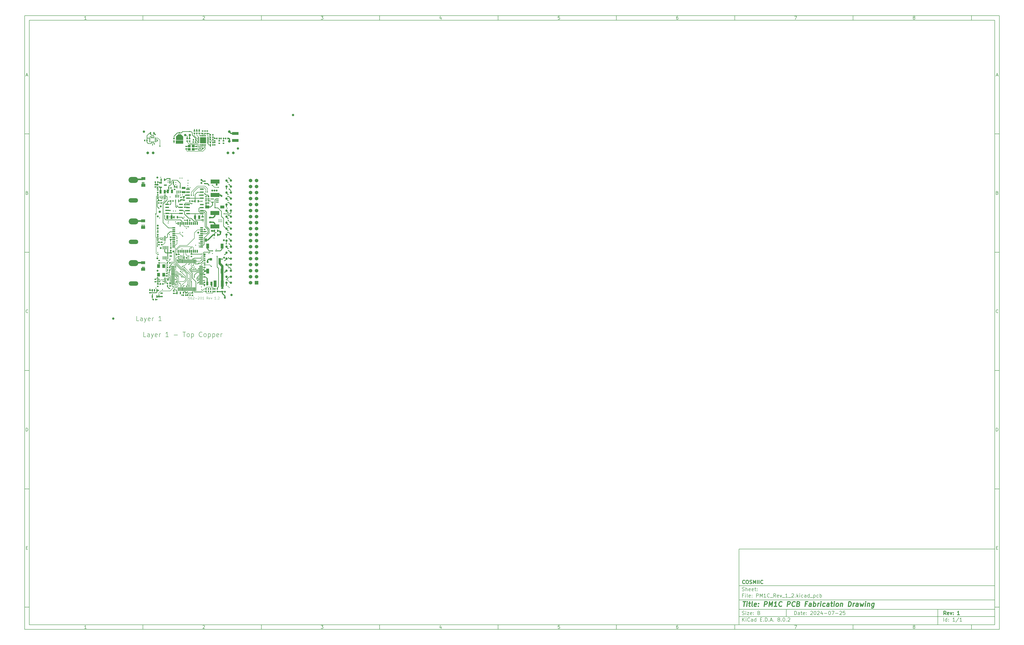
<source format=gbr>
%TF.GenerationSoftware,KiCad,Pcbnew,8.0.2*%
%TF.CreationDate,2024-09-08T21:36:46-05:00*%
%TF.ProjectId,PM1C_Rev_1_2,504d3143-5f52-4657-965f-315f322e6b69,1*%
%TF.SameCoordinates,PX297003ePY8770cd2*%
%TF.FileFunction,Copper,L1,Top*%
%TF.FilePolarity,Positive*%
%FSLAX46Y46*%
G04 Gerber Fmt 4.6, Leading zero omitted, Abs format (unit mm)*
G04 Created by KiCad (PCBNEW 8.0.2) date 2024-09-08 21:36:46*
%MOMM*%
%LPD*%
G01*
G04 APERTURE LIST*
%ADD10C,0.100000*%
%ADD11C,0.150000*%
%ADD12C,0.300000*%
%ADD13C,0.400000*%
%TA.AperFunction,Conductor*%
%ADD14C,0.000000*%
%TD*%
%ADD15C,0.200000*%
%TA.AperFunction,NonConductor*%
%ADD16C,0.200000*%
%TD*%
%ADD17C,0.120000*%
%TA.AperFunction,NonConductor*%
%ADD18C,0.120000*%
%TD*%
%TA.AperFunction,SMDPad,CuDef*%
%ADD19R,0.750000X0.500000*%
%TD*%
%TA.AperFunction,SMDPad,CuDef*%
%ADD20R,0.400000X1.150000*%
%TD*%
%TA.AperFunction,SMDPad,CuDef*%
%ADD21R,0.300000X1.500000*%
%TD*%
%TA.AperFunction,SMDPad,CuDef*%
%ADD22R,1.500000X0.300000*%
%TD*%
%TA.AperFunction,SMDPad,CuDef*%
%ADD23R,0.500000X0.750000*%
%TD*%
%TA.AperFunction,SMDPad,CuDef*%
%ADD24C,1.000000*%
%TD*%
%TA.AperFunction,SMDPad,CuDef*%
%ADD25R,1.000000X0.600000*%
%TD*%
%TA.AperFunction,SMDPad,CuDef*%
%ADD26R,0.950000X1.550000*%
%TD*%
%TA.AperFunction,SMDPad,CuDef*%
%ADD27R,0.600000X1.000000*%
%TD*%
%TA.AperFunction,SMDPad,CuDef*%
%ADD28R,1.800000X1.200000*%
%TD*%
%TA.AperFunction,SMDPad,CuDef*%
%ADD29R,1.150000X0.400000*%
%TD*%
%TA.AperFunction,SMDPad,CuDef*%
%ADD30R,1.150000X2.700000*%
%TD*%
%TA.AperFunction,SMDPad,CuDef*%
%ADD31R,1.250000X1.600000*%
%TD*%
%TA.AperFunction,SMDPad,CuDef*%
%ADD32R,0.750000X0.300000*%
%TD*%
%TA.AperFunction,SMDPad,CuDef*%
%ADD33R,2.700000X1.150000*%
%TD*%
%TA.AperFunction,SMDPad,CuDef*%
%ADD34R,1.500000X0.600000*%
%TD*%
%TA.AperFunction,SMDPad,CuDef*%
%ADD35R,3.800000X1.700000*%
%TD*%
%TA.AperFunction,SMDPad,CuDef*%
%ADD36R,1.200000X1.000000*%
%TD*%
%TA.AperFunction,SMDPad,CuDef*%
%ADD37R,1.550000X0.950000*%
%TD*%
%TA.AperFunction,SMDPad,CuDef*%
%ADD38R,0.730000X0.300000*%
%TD*%
%TA.AperFunction,SMDPad,CuDef*%
%ADD39R,0.300000X0.730000*%
%TD*%
%TA.AperFunction,SMDPad,CuDef*%
%ADD40R,2.500000X2.500000*%
%TD*%
%TA.AperFunction,ComponentPad*%
%ADD41O,4.064000X2.540000*%
%TD*%
%TA.AperFunction,ComponentPad*%
%ADD42O,4.064000X1.828800*%
%TD*%
%TA.AperFunction,SMDPad,CuDef*%
%ADD43R,1.200000X0.500000*%
%TD*%
%TA.AperFunction,SMDPad,CuDef*%
%ADD44R,0.500000X1.200000*%
%TD*%
%TA.AperFunction,SMDPad,CuDef*%
%ADD45R,1.150000X2.100000*%
%TD*%
%TA.AperFunction,SMDPad,CuDef*%
%ADD46R,0.600000X0.500000*%
%TD*%
%TA.AperFunction,SMDPad,CuDef*%
%ADD47R,1.300000X0.600000*%
%TD*%
%TA.AperFunction,SMDPad,CuDef*%
%ADD48R,1.100000X1.100000*%
%TD*%
%TA.AperFunction,ComponentPad*%
%ADD49R,1.500000X1.500000*%
%TD*%
%TA.AperFunction,ComponentPad*%
%ADD50C,1.500000*%
%TD*%
%TA.AperFunction,SMDPad,CuDef*%
%ADD51R,0.533400X0.304800*%
%TD*%
%TA.AperFunction,SMDPad,CuDef*%
%ADD52R,0.304800X0.533400*%
%TD*%
%TA.AperFunction,SMDPad,CuDef*%
%ADD53R,0.450000X1.400000*%
%TD*%
%TA.AperFunction,ComponentPad*%
%ADD54C,0.800000*%
%TD*%
%TA.AperFunction,ComponentPad*%
%ADD55C,1.143000*%
%TD*%
%TA.AperFunction,ComponentPad*%
%ADD56C,1.141748*%
%TD*%
%TA.AperFunction,ViaPad*%
%ADD57C,0.450000*%
%TD*%
%TA.AperFunction,ViaPad*%
%ADD58C,0.800000*%
%TD*%
%TA.AperFunction,ViaPad*%
%ADD59C,0.360000*%
%TD*%
%TA.AperFunction,Conductor*%
%ADD60C,0.180000*%
%TD*%
%TA.AperFunction,Conductor*%
%ADD61C,0.254000*%
%TD*%
%TA.AperFunction,Conductor*%
%ADD62C,0.200000*%
%TD*%
%TA.AperFunction,Conductor*%
%ADD63C,0.250000*%
%TD*%
%TA.AperFunction,Conductor*%
%ADD64C,0.150000*%
%TD*%
%TA.AperFunction,Conductor*%
%ADD65C,0.450000*%
%TD*%
%TA.AperFunction,Conductor*%
%ADD66C,0.400000*%
%TD*%
%TA.AperFunction,Conductor*%
%ADD67C,0.300000*%
%TD*%
%TA.AperFunction,Conductor*%
%ADD68C,0.500000*%
%TD*%
%TA.AperFunction,Conductor*%
%ADD69C,1.000000*%
%TD*%
%TA.AperFunction,Conductor*%
%ADD70C,0.600000*%
%TD*%
%TA.AperFunction,Conductor*%
%ADD71C,0.320000*%
%TD*%
%TA.AperFunction,Conductor*%
%ADD72C,0.160000*%
%TD*%
%TA.AperFunction,Conductor*%
%ADD73C,0.152000*%
%TD*%
%TA.AperFunction,Conductor*%
%ADD74C,0.700000*%
%TD*%
G04 APERTURE END LIST*
D10*
D11*
X268349570Y-93380206D02*
X376349570Y-93380206D01*
X376349570Y-125380206D01*
X268349570Y-125380206D01*
X268349570Y-93380206D01*
D10*
D11*
X-33450430Y132019794D02*
X378349570Y132019794D01*
X378349570Y-127380206D01*
X-33450430Y-127380206D01*
X-33450430Y132019794D01*
D10*
D11*
X-31450430Y130019794D02*
X376349570Y130019794D01*
X376349570Y-125380206D01*
X-31450430Y-125380206D01*
X-31450430Y130019794D01*
D10*
D11*
X16549570Y130019794D02*
X16549570Y132019794D01*
D10*
D11*
X66549570Y130019794D02*
X66549570Y132019794D01*
D10*
D11*
X116549570Y130019794D02*
X116549570Y132019794D01*
D10*
D11*
X166549570Y130019794D02*
X166549570Y132019794D01*
D10*
D11*
X216549570Y130019794D02*
X216549570Y132019794D01*
D10*
D11*
X266549570Y130019794D02*
X266549570Y132019794D01*
D10*
D11*
X316549570Y130019794D02*
X316549570Y132019794D01*
D10*
D11*
X366549570Y130019794D02*
X366549570Y132019794D01*
D10*
D11*
X-7361270Y130426190D02*
X-8104127Y130426190D01*
X-7732699Y130426190D02*
X-7732699Y131726190D01*
X-7732699Y131726190D02*
X-7856508Y131540475D01*
X-7856508Y131540475D02*
X-7980318Y131416666D01*
X-7980318Y131416666D02*
X-8104127Y131354761D01*
D10*
D11*
X41895873Y131602380D02*
X41957777Y131664285D01*
X41957777Y131664285D02*
X42081587Y131726190D01*
X42081587Y131726190D02*
X42391111Y131726190D01*
X42391111Y131726190D02*
X42514920Y131664285D01*
X42514920Y131664285D02*
X42576825Y131602380D01*
X42576825Y131602380D02*
X42638730Y131478571D01*
X42638730Y131478571D02*
X42638730Y131354761D01*
X42638730Y131354761D02*
X42576825Y131169047D01*
X42576825Y131169047D02*
X41833968Y130426190D01*
X41833968Y130426190D02*
X42638730Y130426190D01*
D10*
D11*
X91833968Y131726190D02*
X92638730Y131726190D01*
X92638730Y131726190D02*
X92205396Y131230952D01*
X92205396Y131230952D02*
X92391111Y131230952D01*
X92391111Y131230952D02*
X92514920Y131169047D01*
X92514920Y131169047D02*
X92576825Y131107142D01*
X92576825Y131107142D02*
X92638730Y130983333D01*
X92638730Y130983333D02*
X92638730Y130673809D01*
X92638730Y130673809D02*
X92576825Y130549999D01*
X92576825Y130549999D02*
X92514920Y130488094D01*
X92514920Y130488094D02*
X92391111Y130426190D01*
X92391111Y130426190D02*
X92019682Y130426190D01*
X92019682Y130426190D02*
X91895873Y130488094D01*
X91895873Y130488094D02*
X91833968Y130549999D01*
D10*
D11*
X142514920Y131292856D02*
X142514920Y130426190D01*
X142205396Y131788094D02*
X141895873Y130859523D01*
X141895873Y130859523D02*
X142700634Y130859523D01*
D10*
D11*
X192576825Y131726190D02*
X191957777Y131726190D01*
X191957777Y131726190D02*
X191895873Y131107142D01*
X191895873Y131107142D02*
X191957777Y131169047D01*
X191957777Y131169047D02*
X192081587Y131230952D01*
X192081587Y131230952D02*
X192391111Y131230952D01*
X192391111Y131230952D02*
X192514920Y131169047D01*
X192514920Y131169047D02*
X192576825Y131107142D01*
X192576825Y131107142D02*
X192638730Y130983333D01*
X192638730Y130983333D02*
X192638730Y130673809D01*
X192638730Y130673809D02*
X192576825Y130549999D01*
X192576825Y130549999D02*
X192514920Y130488094D01*
X192514920Y130488094D02*
X192391111Y130426190D01*
X192391111Y130426190D02*
X192081587Y130426190D01*
X192081587Y130426190D02*
X191957777Y130488094D01*
X191957777Y130488094D02*
X191895873Y130549999D01*
D10*
D11*
X242514920Y131726190D02*
X242267301Y131726190D01*
X242267301Y131726190D02*
X242143492Y131664285D01*
X242143492Y131664285D02*
X242081587Y131602380D01*
X242081587Y131602380D02*
X241957777Y131416666D01*
X241957777Y131416666D02*
X241895873Y131169047D01*
X241895873Y131169047D02*
X241895873Y130673809D01*
X241895873Y130673809D02*
X241957777Y130549999D01*
X241957777Y130549999D02*
X242019682Y130488094D01*
X242019682Y130488094D02*
X242143492Y130426190D01*
X242143492Y130426190D02*
X242391111Y130426190D01*
X242391111Y130426190D02*
X242514920Y130488094D01*
X242514920Y130488094D02*
X242576825Y130549999D01*
X242576825Y130549999D02*
X242638730Y130673809D01*
X242638730Y130673809D02*
X242638730Y130983333D01*
X242638730Y130983333D02*
X242576825Y131107142D01*
X242576825Y131107142D02*
X242514920Y131169047D01*
X242514920Y131169047D02*
X242391111Y131230952D01*
X242391111Y131230952D02*
X242143492Y131230952D01*
X242143492Y131230952D02*
X242019682Y131169047D01*
X242019682Y131169047D02*
X241957777Y131107142D01*
X241957777Y131107142D02*
X241895873Y130983333D01*
D10*
D11*
X291833968Y131726190D02*
X292700634Y131726190D01*
X292700634Y131726190D02*
X292143492Y130426190D01*
D10*
D11*
X342143492Y131169047D02*
X342019682Y131230952D01*
X342019682Y131230952D02*
X341957777Y131292856D01*
X341957777Y131292856D02*
X341895873Y131416666D01*
X341895873Y131416666D02*
X341895873Y131478571D01*
X341895873Y131478571D02*
X341957777Y131602380D01*
X341957777Y131602380D02*
X342019682Y131664285D01*
X342019682Y131664285D02*
X342143492Y131726190D01*
X342143492Y131726190D02*
X342391111Y131726190D01*
X342391111Y131726190D02*
X342514920Y131664285D01*
X342514920Y131664285D02*
X342576825Y131602380D01*
X342576825Y131602380D02*
X342638730Y131478571D01*
X342638730Y131478571D02*
X342638730Y131416666D01*
X342638730Y131416666D02*
X342576825Y131292856D01*
X342576825Y131292856D02*
X342514920Y131230952D01*
X342514920Y131230952D02*
X342391111Y131169047D01*
X342391111Y131169047D02*
X342143492Y131169047D01*
X342143492Y131169047D02*
X342019682Y131107142D01*
X342019682Y131107142D02*
X341957777Y131045237D01*
X341957777Y131045237D02*
X341895873Y130921428D01*
X341895873Y130921428D02*
X341895873Y130673809D01*
X341895873Y130673809D02*
X341957777Y130549999D01*
X341957777Y130549999D02*
X342019682Y130488094D01*
X342019682Y130488094D02*
X342143492Y130426190D01*
X342143492Y130426190D02*
X342391111Y130426190D01*
X342391111Y130426190D02*
X342514920Y130488094D01*
X342514920Y130488094D02*
X342576825Y130549999D01*
X342576825Y130549999D02*
X342638730Y130673809D01*
X342638730Y130673809D02*
X342638730Y130921428D01*
X342638730Y130921428D02*
X342576825Y131045237D01*
X342576825Y131045237D02*
X342514920Y131107142D01*
X342514920Y131107142D02*
X342391111Y131169047D01*
D10*
D11*
X16549570Y-125380206D02*
X16549570Y-127380206D01*
D10*
D11*
X66549570Y-125380206D02*
X66549570Y-127380206D01*
D10*
D11*
X116549570Y-125380206D02*
X116549570Y-127380206D01*
D10*
D11*
X166549570Y-125380206D02*
X166549570Y-127380206D01*
D10*
D11*
X216549570Y-125380206D02*
X216549570Y-127380206D01*
D10*
D11*
X266549570Y-125380206D02*
X266549570Y-127380206D01*
D10*
D11*
X316549570Y-125380206D02*
X316549570Y-127380206D01*
D10*
D11*
X366549570Y-125380206D02*
X366549570Y-127380206D01*
D10*
D11*
X-7361270Y-126973810D02*
X-8104127Y-126973810D01*
X-7732699Y-126973810D02*
X-7732699Y-125673810D01*
X-7732699Y-125673810D02*
X-7856508Y-125859525D01*
X-7856508Y-125859525D02*
X-7980318Y-125983334D01*
X-7980318Y-125983334D02*
X-8104127Y-126045239D01*
D10*
D11*
X41895873Y-125797620D02*
X41957777Y-125735715D01*
X41957777Y-125735715D02*
X42081587Y-125673810D01*
X42081587Y-125673810D02*
X42391111Y-125673810D01*
X42391111Y-125673810D02*
X42514920Y-125735715D01*
X42514920Y-125735715D02*
X42576825Y-125797620D01*
X42576825Y-125797620D02*
X42638730Y-125921429D01*
X42638730Y-125921429D02*
X42638730Y-126045239D01*
X42638730Y-126045239D02*
X42576825Y-126230953D01*
X42576825Y-126230953D02*
X41833968Y-126973810D01*
X41833968Y-126973810D02*
X42638730Y-126973810D01*
D10*
D11*
X91833968Y-125673810D02*
X92638730Y-125673810D01*
X92638730Y-125673810D02*
X92205396Y-126169048D01*
X92205396Y-126169048D02*
X92391111Y-126169048D01*
X92391111Y-126169048D02*
X92514920Y-126230953D01*
X92514920Y-126230953D02*
X92576825Y-126292858D01*
X92576825Y-126292858D02*
X92638730Y-126416667D01*
X92638730Y-126416667D02*
X92638730Y-126726191D01*
X92638730Y-126726191D02*
X92576825Y-126850001D01*
X92576825Y-126850001D02*
X92514920Y-126911906D01*
X92514920Y-126911906D02*
X92391111Y-126973810D01*
X92391111Y-126973810D02*
X92019682Y-126973810D01*
X92019682Y-126973810D02*
X91895873Y-126911906D01*
X91895873Y-126911906D02*
X91833968Y-126850001D01*
D10*
D11*
X142514920Y-126107144D02*
X142514920Y-126973810D01*
X142205396Y-125611906D02*
X141895873Y-126540477D01*
X141895873Y-126540477D02*
X142700634Y-126540477D01*
D10*
D11*
X192576825Y-125673810D02*
X191957777Y-125673810D01*
X191957777Y-125673810D02*
X191895873Y-126292858D01*
X191895873Y-126292858D02*
X191957777Y-126230953D01*
X191957777Y-126230953D02*
X192081587Y-126169048D01*
X192081587Y-126169048D02*
X192391111Y-126169048D01*
X192391111Y-126169048D02*
X192514920Y-126230953D01*
X192514920Y-126230953D02*
X192576825Y-126292858D01*
X192576825Y-126292858D02*
X192638730Y-126416667D01*
X192638730Y-126416667D02*
X192638730Y-126726191D01*
X192638730Y-126726191D02*
X192576825Y-126850001D01*
X192576825Y-126850001D02*
X192514920Y-126911906D01*
X192514920Y-126911906D02*
X192391111Y-126973810D01*
X192391111Y-126973810D02*
X192081587Y-126973810D01*
X192081587Y-126973810D02*
X191957777Y-126911906D01*
X191957777Y-126911906D02*
X191895873Y-126850001D01*
D10*
D11*
X242514920Y-125673810D02*
X242267301Y-125673810D01*
X242267301Y-125673810D02*
X242143492Y-125735715D01*
X242143492Y-125735715D02*
X242081587Y-125797620D01*
X242081587Y-125797620D02*
X241957777Y-125983334D01*
X241957777Y-125983334D02*
X241895873Y-126230953D01*
X241895873Y-126230953D02*
X241895873Y-126726191D01*
X241895873Y-126726191D02*
X241957777Y-126850001D01*
X241957777Y-126850001D02*
X242019682Y-126911906D01*
X242019682Y-126911906D02*
X242143492Y-126973810D01*
X242143492Y-126973810D02*
X242391111Y-126973810D01*
X242391111Y-126973810D02*
X242514920Y-126911906D01*
X242514920Y-126911906D02*
X242576825Y-126850001D01*
X242576825Y-126850001D02*
X242638730Y-126726191D01*
X242638730Y-126726191D02*
X242638730Y-126416667D01*
X242638730Y-126416667D02*
X242576825Y-126292858D01*
X242576825Y-126292858D02*
X242514920Y-126230953D01*
X242514920Y-126230953D02*
X242391111Y-126169048D01*
X242391111Y-126169048D02*
X242143492Y-126169048D01*
X242143492Y-126169048D02*
X242019682Y-126230953D01*
X242019682Y-126230953D02*
X241957777Y-126292858D01*
X241957777Y-126292858D02*
X241895873Y-126416667D01*
D10*
D11*
X291833968Y-125673810D02*
X292700634Y-125673810D01*
X292700634Y-125673810D02*
X292143492Y-126973810D01*
D10*
D11*
X342143492Y-126230953D02*
X342019682Y-126169048D01*
X342019682Y-126169048D02*
X341957777Y-126107144D01*
X341957777Y-126107144D02*
X341895873Y-125983334D01*
X341895873Y-125983334D02*
X341895873Y-125921429D01*
X341895873Y-125921429D02*
X341957777Y-125797620D01*
X341957777Y-125797620D02*
X342019682Y-125735715D01*
X342019682Y-125735715D02*
X342143492Y-125673810D01*
X342143492Y-125673810D02*
X342391111Y-125673810D01*
X342391111Y-125673810D02*
X342514920Y-125735715D01*
X342514920Y-125735715D02*
X342576825Y-125797620D01*
X342576825Y-125797620D02*
X342638730Y-125921429D01*
X342638730Y-125921429D02*
X342638730Y-125983334D01*
X342638730Y-125983334D02*
X342576825Y-126107144D01*
X342576825Y-126107144D02*
X342514920Y-126169048D01*
X342514920Y-126169048D02*
X342391111Y-126230953D01*
X342391111Y-126230953D02*
X342143492Y-126230953D01*
X342143492Y-126230953D02*
X342019682Y-126292858D01*
X342019682Y-126292858D02*
X341957777Y-126354763D01*
X341957777Y-126354763D02*
X341895873Y-126478572D01*
X341895873Y-126478572D02*
X341895873Y-126726191D01*
X341895873Y-126726191D02*
X341957777Y-126850001D01*
X341957777Y-126850001D02*
X342019682Y-126911906D01*
X342019682Y-126911906D02*
X342143492Y-126973810D01*
X342143492Y-126973810D02*
X342391111Y-126973810D01*
X342391111Y-126973810D02*
X342514920Y-126911906D01*
X342514920Y-126911906D02*
X342576825Y-126850001D01*
X342576825Y-126850001D02*
X342638730Y-126726191D01*
X342638730Y-126726191D02*
X342638730Y-126478572D01*
X342638730Y-126478572D02*
X342576825Y-126354763D01*
X342576825Y-126354763D02*
X342514920Y-126292858D01*
X342514920Y-126292858D02*
X342391111Y-126230953D01*
D10*
D11*
X-33450430Y82019794D02*
X-31450430Y82019794D01*
D10*
D11*
X-33450430Y32019794D02*
X-31450430Y32019794D01*
D10*
D11*
X-33450430Y-17980206D02*
X-31450430Y-17980206D01*
D10*
D11*
X-33450430Y-67980206D02*
X-31450430Y-67980206D01*
D10*
D11*
X-33450430Y-117980206D02*
X-31450430Y-117980206D01*
D10*
D11*
X-32759954Y106797618D02*
X-32140907Y106797618D01*
X-32883764Y106426190D02*
X-32450431Y107726190D01*
X-32450431Y107726190D02*
X-32017097Y106426190D01*
D10*
D11*
X-32357573Y57107142D02*
X-32171859Y57045237D01*
X-32171859Y57045237D02*
X-32109954Y56983333D01*
X-32109954Y56983333D02*
X-32048050Y56859523D01*
X-32048050Y56859523D02*
X-32048050Y56673809D01*
X-32048050Y56673809D02*
X-32109954Y56549999D01*
X-32109954Y56549999D02*
X-32171859Y56488094D01*
X-32171859Y56488094D02*
X-32295669Y56426190D01*
X-32295669Y56426190D02*
X-32790907Y56426190D01*
X-32790907Y56426190D02*
X-32790907Y57726190D01*
X-32790907Y57726190D02*
X-32357573Y57726190D01*
X-32357573Y57726190D02*
X-32233764Y57664285D01*
X-32233764Y57664285D02*
X-32171859Y57602380D01*
X-32171859Y57602380D02*
X-32109954Y57478571D01*
X-32109954Y57478571D02*
X-32109954Y57354761D01*
X-32109954Y57354761D02*
X-32171859Y57230952D01*
X-32171859Y57230952D02*
X-32233764Y57169047D01*
X-32233764Y57169047D02*
X-32357573Y57107142D01*
X-32357573Y57107142D02*
X-32790907Y57107142D01*
D10*
D11*
X-32048050Y6549999D02*
X-32109954Y6488094D01*
X-32109954Y6488094D02*
X-32295669Y6426190D01*
X-32295669Y6426190D02*
X-32419478Y6426190D01*
X-32419478Y6426190D02*
X-32605192Y6488094D01*
X-32605192Y6488094D02*
X-32729002Y6611904D01*
X-32729002Y6611904D02*
X-32790907Y6735714D01*
X-32790907Y6735714D02*
X-32852811Y6983333D01*
X-32852811Y6983333D02*
X-32852811Y7169047D01*
X-32852811Y7169047D02*
X-32790907Y7416666D01*
X-32790907Y7416666D02*
X-32729002Y7540475D01*
X-32729002Y7540475D02*
X-32605192Y7664285D01*
X-32605192Y7664285D02*
X-32419478Y7726190D01*
X-32419478Y7726190D02*
X-32295669Y7726190D01*
X-32295669Y7726190D02*
X-32109954Y7664285D01*
X-32109954Y7664285D02*
X-32048050Y7602380D01*
D10*
D11*
X-32790907Y-43573810D02*
X-32790907Y-42273810D01*
X-32790907Y-42273810D02*
X-32481383Y-42273810D01*
X-32481383Y-42273810D02*
X-32295669Y-42335715D01*
X-32295669Y-42335715D02*
X-32171859Y-42459525D01*
X-32171859Y-42459525D02*
X-32109954Y-42583334D01*
X-32109954Y-42583334D02*
X-32048050Y-42830953D01*
X-32048050Y-42830953D02*
X-32048050Y-43016667D01*
X-32048050Y-43016667D02*
X-32109954Y-43264286D01*
X-32109954Y-43264286D02*
X-32171859Y-43388096D01*
X-32171859Y-43388096D02*
X-32295669Y-43511906D01*
X-32295669Y-43511906D02*
X-32481383Y-43573810D01*
X-32481383Y-43573810D02*
X-32790907Y-43573810D01*
D10*
D11*
X-32729002Y-92892858D02*
X-32295668Y-92892858D01*
X-32109954Y-93573810D02*
X-32729002Y-93573810D01*
X-32729002Y-93573810D02*
X-32729002Y-92273810D01*
X-32729002Y-92273810D02*
X-32109954Y-92273810D01*
D10*
D11*
X378349570Y82019794D02*
X376349570Y82019794D01*
D10*
D11*
X378349570Y32019794D02*
X376349570Y32019794D01*
D10*
D11*
X378349570Y-17980206D02*
X376349570Y-17980206D01*
D10*
D11*
X378349570Y-67980206D02*
X376349570Y-67980206D01*
D10*
D11*
X378349570Y-117980206D02*
X376349570Y-117980206D01*
D10*
D11*
X377040046Y106797618D02*
X377659093Y106797618D01*
X376916236Y106426190D02*
X377349569Y107726190D01*
X377349569Y107726190D02*
X377782903Y106426190D01*
D10*
D11*
X377442427Y57107142D02*
X377628141Y57045237D01*
X377628141Y57045237D02*
X377690046Y56983333D01*
X377690046Y56983333D02*
X377751950Y56859523D01*
X377751950Y56859523D02*
X377751950Y56673809D01*
X377751950Y56673809D02*
X377690046Y56549999D01*
X377690046Y56549999D02*
X377628141Y56488094D01*
X377628141Y56488094D02*
X377504331Y56426190D01*
X377504331Y56426190D02*
X377009093Y56426190D01*
X377009093Y56426190D02*
X377009093Y57726190D01*
X377009093Y57726190D02*
X377442427Y57726190D01*
X377442427Y57726190D02*
X377566236Y57664285D01*
X377566236Y57664285D02*
X377628141Y57602380D01*
X377628141Y57602380D02*
X377690046Y57478571D01*
X377690046Y57478571D02*
X377690046Y57354761D01*
X377690046Y57354761D02*
X377628141Y57230952D01*
X377628141Y57230952D02*
X377566236Y57169047D01*
X377566236Y57169047D02*
X377442427Y57107142D01*
X377442427Y57107142D02*
X377009093Y57107142D01*
D10*
D11*
X377751950Y6549999D02*
X377690046Y6488094D01*
X377690046Y6488094D02*
X377504331Y6426190D01*
X377504331Y6426190D02*
X377380522Y6426190D01*
X377380522Y6426190D02*
X377194808Y6488094D01*
X377194808Y6488094D02*
X377070998Y6611904D01*
X377070998Y6611904D02*
X377009093Y6735714D01*
X377009093Y6735714D02*
X376947189Y6983333D01*
X376947189Y6983333D02*
X376947189Y7169047D01*
X376947189Y7169047D02*
X377009093Y7416666D01*
X377009093Y7416666D02*
X377070998Y7540475D01*
X377070998Y7540475D02*
X377194808Y7664285D01*
X377194808Y7664285D02*
X377380522Y7726190D01*
X377380522Y7726190D02*
X377504331Y7726190D01*
X377504331Y7726190D02*
X377690046Y7664285D01*
X377690046Y7664285D02*
X377751950Y7602380D01*
D10*
D11*
X377009093Y-43573810D02*
X377009093Y-42273810D01*
X377009093Y-42273810D02*
X377318617Y-42273810D01*
X377318617Y-42273810D02*
X377504331Y-42335715D01*
X377504331Y-42335715D02*
X377628141Y-42459525D01*
X377628141Y-42459525D02*
X377690046Y-42583334D01*
X377690046Y-42583334D02*
X377751950Y-42830953D01*
X377751950Y-42830953D02*
X377751950Y-43016667D01*
X377751950Y-43016667D02*
X377690046Y-43264286D01*
X377690046Y-43264286D02*
X377628141Y-43388096D01*
X377628141Y-43388096D02*
X377504331Y-43511906D01*
X377504331Y-43511906D02*
X377318617Y-43573810D01*
X377318617Y-43573810D02*
X377009093Y-43573810D01*
D10*
D11*
X377070998Y-92892858D02*
X377504332Y-92892858D01*
X377690046Y-93573810D02*
X377070998Y-93573810D01*
X377070998Y-93573810D02*
X377070998Y-92273810D01*
X377070998Y-92273810D02*
X377690046Y-92273810D01*
D10*
D11*
X291805396Y-121166334D02*
X291805396Y-119666334D01*
X291805396Y-119666334D02*
X292162539Y-119666334D01*
X292162539Y-119666334D02*
X292376825Y-119737763D01*
X292376825Y-119737763D02*
X292519682Y-119880620D01*
X292519682Y-119880620D02*
X292591111Y-120023477D01*
X292591111Y-120023477D02*
X292662539Y-120309191D01*
X292662539Y-120309191D02*
X292662539Y-120523477D01*
X292662539Y-120523477D02*
X292591111Y-120809191D01*
X292591111Y-120809191D02*
X292519682Y-120952048D01*
X292519682Y-120952048D02*
X292376825Y-121094906D01*
X292376825Y-121094906D02*
X292162539Y-121166334D01*
X292162539Y-121166334D02*
X291805396Y-121166334D01*
X293948254Y-121166334D02*
X293948254Y-120380620D01*
X293948254Y-120380620D02*
X293876825Y-120237763D01*
X293876825Y-120237763D02*
X293733968Y-120166334D01*
X293733968Y-120166334D02*
X293448254Y-120166334D01*
X293448254Y-120166334D02*
X293305396Y-120237763D01*
X293948254Y-121094906D02*
X293805396Y-121166334D01*
X293805396Y-121166334D02*
X293448254Y-121166334D01*
X293448254Y-121166334D02*
X293305396Y-121094906D01*
X293305396Y-121094906D02*
X293233968Y-120952048D01*
X293233968Y-120952048D02*
X293233968Y-120809191D01*
X293233968Y-120809191D02*
X293305396Y-120666334D01*
X293305396Y-120666334D02*
X293448254Y-120594906D01*
X293448254Y-120594906D02*
X293805396Y-120594906D01*
X293805396Y-120594906D02*
X293948254Y-120523477D01*
X294448254Y-120166334D02*
X295019682Y-120166334D01*
X294662539Y-119666334D02*
X294662539Y-120952048D01*
X294662539Y-120952048D02*
X294733968Y-121094906D01*
X294733968Y-121094906D02*
X294876825Y-121166334D01*
X294876825Y-121166334D02*
X295019682Y-121166334D01*
X296091111Y-121094906D02*
X295948254Y-121166334D01*
X295948254Y-121166334D02*
X295662540Y-121166334D01*
X295662540Y-121166334D02*
X295519682Y-121094906D01*
X295519682Y-121094906D02*
X295448254Y-120952048D01*
X295448254Y-120952048D02*
X295448254Y-120380620D01*
X295448254Y-120380620D02*
X295519682Y-120237763D01*
X295519682Y-120237763D02*
X295662540Y-120166334D01*
X295662540Y-120166334D02*
X295948254Y-120166334D01*
X295948254Y-120166334D02*
X296091111Y-120237763D01*
X296091111Y-120237763D02*
X296162540Y-120380620D01*
X296162540Y-120380620D02*
X296162540Y-120523477D01*
X296162540Y-120523477D02*
X295448254Y-120666334D01*
X296805396Y-121023477D02*
X296876825Y-121094906D01*
X296876825Y-121094906D02*
X296805396Y-121166334D01*
X296805396Y-121166334D02*
X296733968Y-121094906D01*
X296733968Y-121094906D02*
X296805396Y-121023477D01*
X296805396Y-121023477D02*
X296805396Y-121166334D01*
X296805396Y-120237763D02*
X296876825Y-120309191D01*
X296876825Y-120309191D02*
X296805396Y-120380620D01*
X296805396Y-120380620D02*
X296733968Y-120309191D01*
X296733968Y-120309191D02*
X296805396Y-120237763D01*
X296805396Y-120237763D02*
X296805396Y-120380620D01*
X298591111Y-119809191D02*
X298662539Y-119737763D01*
X298662539Y-119737763D02*
X298805397Y-119666334D01*
X298805397Y-119666334D02*
X299162539Y-119666334D01*
X299162539Y-119666334D02*
X299305397Y-119737763D01*
X299305397Y-119737763D02*
X299376825Y-119809191D01*
X299376825Y-119809191D02*
X299448254Y-119952048D01*
X299448254Y-119952048D02*
X299448254Y-120094906D01*
X299448254Y-120094906D02*
X299376825Y-120309191D01*
X299376825Y-120309191D02*
X298519682Y-121166334D01*
X298519682Y-121166334D02*
X299448254Y-121166334D01*
X300376825Y-119666334D02*
X300519682Y-119666334D01*
X300519682Y-119666334D02*
X300662539Y-119737763D01*
X300662539Y-119737763D02*
X300733968Y-119809191D01*
X300733968Y-119809191D02*
X300805396Y-119952048D01*
X300805396Y-119952048D02*
X300876825Y-120237763D01*
X300876825Y-120237763D02*
X300876825Y-120594906D01*
X300876825Y-120594906D02*
X300805396Y-120880620D01*
X300805396Y-120880620D02*
X300733968Y-121023477D01*
X300733968Y-121023477D02*
X300662539Y-121094906D01*
X300662539Y-121094906D02*
X300519682Y-121166334D01*
X300519682Y-121166334D02*
X300376825Y-121166334D01*
X300376825Y-121166334D02*
X300233968Y-121094906D01*
X300233968Y-121094906D02*
X300162539Y-121023477D01*
X300162539Y-121023477D02*
X300091110Y-120880620D01*
X300091110Y-120880620D02*
X300019682Y-120594906D01*
X300019682Y-120594906D02*
X300019682Y-120237763D01*
X300019682Y-120237763D02*
X300091110Y-119952048D01*
X300091110Y-119952048D02*
X300162539Y-119809191D01*
X300162539Y-119809191D02*
X300233968Y-119737763D01*
X300233968Y-119737763D02*
X300376825Y-119666334D01*
X301448253Y-119809191D02*
X301519681Y-119737763D01*
X301519681Y-119737763D02*
X301662539Y-119666334D01*
X301662539Y-119666334D02*
X302019681Y-119666334D01*
X302019681Y-119666334D02*
X302162539Y-119737763D01*
X302162539Y-119737763D02*
X302233967Y-119809191D01*
X302233967Y-119809191D02*
X302305396Y-119952048D01*
X302305396Y-119952048D02*
X302305396Y-120094906D01*
X302305396Y-120094906D02*
X302233967Y-120309191D01*
X302233967Y-120309191D02*
X301376824Y-121166334D01*
X301376824Y-121166334D02*
X302305396Y-121166334D01*
X303591110Y-120166334D02*
X303591110Y-121166334D01*
X303233967Y-119594906D02*
X302876824Y-120666334D01*
X302876824Y-120666334D02*
X303805395Y-120666334D01*
X304376823Y-120594906D02*
X305519681Y-120594906D01*
X306519681Y-119666334D02*
X306662538Y-119666334D01*
X306662538Y-119666334D02*
X306805395Y-119737763D01*
X306805395Y-119737763D02*
X306876824Y-119809191D01*
X306876824Y-119809191D02*
X306948252Y-119952048D01*
X306948252Y-119952048D02*
X307019681Y-120237763D01*
X307019681Y-120237763D02*
X307019681Y-120594906D01*
X307019681Y-120594906D02*
X306948252Y-120880620D01*
X306948252Y-120880620D02*
X306876824Y-121023477D01*
X306876824Y-121023477D02*
X306805395Y-121094906D01*
X306805395Y-121094906D02*
X306662538Y-121166334D01*
X306662538Y-121166334D02*
X306519681Y-121166334D01*
X306519681Y-121166334D02*
X306376824Y-121094906D01*
X306376824Y-121094906D02*
X306305395Y-121023477D01*
X306305395Y-121023477D02*
X306233966Y-120880620D01*
X306233966Y-120880620D02*
X306162538Y-120594906D01*
X306162538Y-120594906D02*
X306162538Y-120237763D01*
X306162538Y-120237763D02*
X306233966Y-119952048D01*
X306233966Y-119952048D02*
X306305395Y-119809191D01*
X306305395Y-119809191D02*
X306376824Y-119737763D01*
X306376824Y-119737763D02*
X306519681Y-119666334D01*
X307519680Y-119666334D02*
X308519680Y-119666334D01*
X308519680Y-119666334D02*
X307876823Y-121166334D01*
X309091108Y-120594906D02*
X310233966Y-120594906D01*
X310876823Y-119809191D02*
X310948251Y-119737763D01*
X310948251Y-119737763D02*
X311091109Y-119666334D01*
X311091109Y-119666334D02*
X311448251Y-119666334D01*
X311448251Y-119666334D02*
X311591109Y-119737763D01*
X311591109Y-119737763D02*
X311662537Y-119809191D01*
X311662537Y-119809191D02*
X311733966Y-119952048D01*
X311733966Y-119952048D02*
X311733966Y-120094906D01*
X311733966Y-120094906D02*
X311662537Y-120309191D01*
X311662537Y-120309191D02*
X310805394Y-121166334D01*
X310805394Y-121166334D02*
X311733966Y-121166334D01*
X313091108Y-119666334D02*
X312376822Y-119666334D01*
X312376822Y-119666334D02*
X312305394Y-120380620D01*
X312305394Y-120380620D02*
X312376822Y-120309191D01*
X312376822Y-120309191D02*
X312519680Y-120237763D01*
X312519680Y-120237763D02*
X312876822Y-120237763D01*
X312876822Y-120237763D02*
X313019680Y-120309191D01*
X313019680Y-120309191D02*
X313091108Y-120380620D01*
X313091108Y-120380620D02*
X313162537Y-120523477D01*
X313162537Y-120523477D02*
X313162537Y-120880620D01*
X313162537Y-120880620D02*
X313091108Y-121023477D01*
X313091108Y-121023477D02*
X313019680Y-121094906D01*
X313019680Y-121094906D02*
X312876822Y-121166334D01*
X312876822Y-121166334D02*
X312519680Y-121166334D01*
X312519680Y-121166334D02*
X312376822Y-121094906D01*
X312376822Y-121094906D02*
X312305394Y-121023477D01*
D10*
D11*
X268349570Y-121880206D02*
X376349570Y-121880206D01*
D10*
D11*
X269805396Y-123966334D02*
X269805396Y-122466334D01*
X270662539Y-123966334D02*
X270019682Y-123109191D01*
X270662539Y-122466334D02*
X269805396Y-123323477D01*
X271305396Y-123966334D02*
X271305396Y-122966334D01*
X271305396Y-122466334D02*
X271233968Y-122537763D01*
X271233968Y-122537763D02*
X271305396Y-122609191D01*
X271305396Y-122609191D02*
X271376825Y-122537763D01*
X271376825Y-122537763D02*
X271305396Y-122466334D01*
X271305396Y-122466334D02*
X271305396Y-122609191D01*
X272876825Y-123823477D02*
X272805397Y-123894906D01*
X272805397Y-123894906D02*
X272591111Y-123966334D01*
X272591111Y-123966334D02*
X272448254Y-123966334D01*
X272448254Y-123966334D02*
X272233968Y-123894906D01*
X272233968Y-123894906D02*
X272091111Y-123752048D01*
X272091111Y-123752048D02*
X272019682Y-123609191D01*
X272019682Y-123609191D02*
X271948254Y-123323477D01*
X271948254Y-123323477D02*
X271948254Y-123109191D01*
X271948254Y-123109191D02*
X272019682Y-122823477D01*
X272019682Y-122823477D02*
X272091111Y-122680620D01*
X272091111Y-122680620D02*
X272233968Y-122537763D01*
X272233968Y-122537763D02*
X272448254Y-122466334D01*
X272448254Y-122466334D02*
X272591111Y-122466334D01*
X272591111Y-122466334D02*
X272805397Y-122537763D01*
X272805397Y-122537763D02*
X272876825Y-122609191D01*
X274162540Y-123966334D02*
X274162540Y-123180620D01*
X274162540Y-123180620D02*
X274091111Y-123037763D01*
X274091111Y-123037763D02*
X273948254Y-122966334D01*
X273948254Y-122966334D02*
X273662540Y-122966334D01*
X273662540Y-122966334D02*
X273519682Y-123037763D01*
X274162540Y-123894906D02*
X274019682Y-123966334D01*
X274019682Y-123966334D02*
X273662540Y-123966334D01*
X273662540Y-123966334D02*
X273519682Y-123894906D01*
X273519682Y-123894906D02*
X273448254Y-123752048D01*
X273448254Y-123752048D02*
X273448254Y-123609191D01*
X273448254Y-123609191D02*
X273519682Y-123466334D01*
X273519682Y-123466334D02*
X273662540Y-123394906D01*
X273662540Y-123394906D02*
X274019682Y-123394906D01*
X274019682Y-123394906D02*
X274162540Y-123323477D01*
X275519683Y-123966334D02*
X275519683Y-122466334D01*
X275519683Y-123894906D02*
X275376825Y-123966334D01*
X275376825Y-123966334D02*
X275091111Y-123966334D01*
X275091111Y-123966334D02*
X274948254Y-123894906D01*
X274948254Y-123894906D02*
X274876825Y-123823477D01*
X274876825Y-123823477D02*
X274805397Y-123680620D01*
X274805397Y-123680620D02*
X274805397Y-123252048D01*
X274805397Y-123252048D02*
X274876825Y-123109191D01*
X274876825Y-123109191D02*
X274948254Y-123037763D01*
X274948254Y-123037763D02*
X275091111Y-122966334D01*
X275091111Y-122966334D02*
X275376825Y-122966334D01*
X275376825Y-122966334D02*
X275519683Y-123037763D01*
X277376825Y-123180620D02*
X277876825Y-123180620D01*
X278091111Y-123966334D02*
X277376825Y-123966334D01*
X277376825Y-123966334D02*
X277376825Y-122466334D01*
X277376825Y-122466334D02*
X278091111Y-122466334D01*
X278733968Y-123823477D02*
X278805397Y-123894906D01*
X278805397Y-123894906D02*
X278733968Y-123966334D01*
X278733968Y-123966334D02*
X278662540Y-123894906D01*
X278662540Y-123894906D02*
X278733968Y-123823477D01*
X278733968Y-123823477D02*
X278733968Y-123966334D01*
X279448254Y-123966334D02*
X279448254Y-122466334D01*
X279448254Y-122466334D02*
X279805397Y-122466334D01*
X279805397Y-122466334D02*
X280019683Y-122537763D01*
X280019683Y-122537763D02*
X280162540Y-122680620D01*
X280162540Y-122680620D02*
X280233969Y-122823477D01*
X280233969Y-122823477D02*
X280305397Y-123109191D01*
X280305397Y-123109191D02*
X280305397Y-123323477D01*
X280305397Y-123323477D02*
X280233969Y-123609191D01*
X280233969Y-123609191D02*
X280162540Y-123752048D01*
X280162540Y-123752048D02*
X280019683Y-123894906D01*
X280019683Y-123894906D02*
X279805397Y-123966334D01*
X279805397Y-123966334D02*
X279448254Y-123966334D01*
X280948254Y-123823477D02*
X281019683Y-123894906D01*
X281019683Y-123894906D02*
X280948254Y-123966334D01*
X280948254Y-123966334D02*
X280876826Y-123894906D01*
X280876826Y-123894906D02*
X280948254Y-123823477D01*
X280948254Y-123823477D02*
X280948254Y-123966334D01*
X281591112Y-123537763D02*
X282305398Y-123537763D01*
X281448255Y-123966334D02*
X281948255Y-122466334D01*
X281948255Y-122466334D02*
X282448255Y-123966334D01*
X282948254Y-123823477D02*
X283019683Y-123894906D01*
X283019683Y-123894906D02*
X282948254Y-123966334D01*
X282948254Y-123966334D02*
X282876826Y-123894906D01*
X282876826Y-123894906D02*
X282948254Y-123823477D01*
X282948254Y-123823477D02*
X282948254Y-123966334D01*
X285019683Y-123109191D02*
X284876826Y-123037763D01*
X284876826Y-123037763D02*
X284805397Y-122966334D01*
X284805397Y-122966334D02*
X284733969Y-122823477D01*
X284733969Y-122823477D02*
X284733969Y-122752048D01*
X284733969Y-122752048D02*
X284805397Y-122609191D01*
X284805397Y-122609191D02*
X284876826Y-122537763D01*
X284876826Y-122537763D02*
X285019683Y-122466334D01*
X285019683Y-122466334D02*
X285305397Y-122466334D01*
X285305397Y-122466334D02*
X285448255Y-122537763D01*
X285448255Y-122537763D02*
X285519683Y-122609191D01*
X285519683Y-122609191D02*
X285591112Y-122752048D01*
X285591112Y-122752048D02*
X285591112Y-122823477D01*
X285591112Y-122823477D02*
X285519683Y-122966334D01*
X285519683Y-122966334D02*
X285448255Y-123037763D01*
X285448255Y-123037763D02*
X285305397Y-123109191D01*
X285305397Y-123109191D02*
X285019683Y-123109191D01*
X285019683Y-123109191D02*
X284876826Y-123180620D01*
X284876826Y-123180620D02*
X284805397Y-123252048D01*
X284805397Y-123252048D02*
X284733969Y-123394906D01*
X284733969Y-123394906D02*
X284733969Y-123680620D01*
X284733969Y-123680620D02*
X284805397Y-123823477D01*
X284805397Y-123823477D02*
X284876826Y-123894906D01*
X284876826Y-123894906D02*
X285019683Y-123966334D01*
X285019683Y-123966334D02*
X285305397Y-123966334D01*
X285305397Y-123966334D02*
X285448255Y-123894906D01*
X285448255Y-123894906D02*
X285519683Y-123823477D01*
X285519683Y-123823477D02*
X285591112Y-123680620D01*
X285591112Y-123680620D02*
X285591112Y-123394906D01*
X285591112Y-123394906D02*
X285519683Y-123252048D01*
X285519683Y-123252048D02*
X285448255Y-123180620D01*
X285448255Y-123180620D02*
X285305397Y-123109191D01*
X286233968Y-123823477D02*
X286305397Y-123894906D01*
X286305397Y-123894906D02*
X286233968Y-123966334D01*
X286233968Y-123966334D02*
X286162540Y-123894906D01*
X286162540Y-123894906D02*
X286233968Y-123823477D01*
X286233968Y-123823477D02*
X286233968Y-123966334D01*
X287233969Y-122466334D02*
X287376826Y-122466334D01*
X287376826Y-122466334D02*
X287519683Y-122537763D01*
X287519683Y-122537763D02*
X287591112Y-122609191D01*
X287591112Y-122609191D02*
X287662540Y-122752048D01*
X287662540Y-122752048D02*
X287733969Y-123037763D01*
X287733969Y-123037763D02*
X287733969Y-123394906D01*
X287733969Y-123394906D02*
X287662540Y-123680620D01*
X287662540Y-123680620D02*
X287591112Y-123823477D01*
X287591112Y-123823477D02*
X287519683Y-123894906D01*
X287519683Y-123894906D02*
X287376826Y-123966334D01*
X287376826Y-123966334D02*
X287233969Y-123966334D01*
X287233969Y-123966334D02*
X287091112Y-123894906D01*
X287091112Y-123894906D02*
X287019683Y-123823477D01*
X287019683Y-123823477D02*
X286948254Y-123680620D01*
X286948254Y-123680620D02*
X286876826Y-123394906D01*
X286876826Y-123394906D02*
X286876826Y-123037763D01*
X286876826Y-123037763D02*
X286948254Y-122752048D01*
X286948254Y-122752048D02*
X287019683Y-122609191D01*
X287019683Y-122609191D02*
X287091112Y-122537763D01*
X287091112Y-122537763D02*
X287233969Y-122466334D01*
X288376825Y-123823477D02*
X288448254Y-123894906D01*
X288448254Y-123894906D02*
X288376825Y-123966334D01*
X288376825Y-123966334D02*
X288305397Y-123894906D01*
X288305397Y-123894906D02*
X288376825Y-123823477D01*
X288376825Y-123823477D02*
X288376825Y-123966334D01*
X289019683Y-122609191D02*
X289091111Y-122537763D01*
X289091111Y-122537763D02*
X289233969Y-122466334D01*
X289233969Y-122466334D02*
X289591111Y-122466334D01*
X289591111Y-122466334D02*
X289733969Y-122537763D01*
X289733969Y-122537763D02*
X289805397Y-122609191D01*
X289805397Y-122609191D02*
X289876826Y-122752048D01*
X289876826Y-122752048D02*
X289876826Y-122894906D01*
X289876826Y-122894906D02*
X289805397Y-123109191D01*
X289805397Y-123109191D02*
X288948254Y-123966334D01*
X288948254Y-123966334D02*
X289876826Y-123966334D01*
D10*
D11*
X268349570Y-118880206D02*
X376349570Y-118880206D01*
D10*
D12*
X355761223Y-121158534D02*
X355261223Y-120444248D01*
X354904080Y-121158534D02*
X354904080Y-119658534D01*
X354904080Y-119658534D02*
X355475509Y-119658534D01*
X355475509Y-119658534D02*
X355618366Y-119729963D01*
X355618366Y-119729963D02*
X355689795Y-119801391D01*
X355689795Y-119801391D02*
X355761223Y-119944248D01*
X355761223Y-119944248D02*
X355761223Y-120158534D01*
X355761223Y-120158534D02*
X355689795Y-120301391D01*
X355689795Y-120301391D02*
X355618366Y-120372820D01*
X355618366Y-120372820D02*
X355475509Y-120444248D01*
X355475509Y-120444248D02*
X354904080Y-120444248D01*
X356975509Y-121087106D02*
X356832652Y-121158534D01*
X356832652Y-121158534D02*
X356546938Y-121158534D01*
X356546938Y-121158534D02*
X356404080Y-121087106D01*
X356404080Y-121087106D02*
X356332652Y-120944248D01*
X356332652Y-120944248D02*
X356332652Y-120372820D01*
X356332652Y-120372820D02*
X356404080Y-120229963D01*
X356404080Y-120229963D02*
X356546938Y-120158534D01*
X356546938Y-120158534D02*
X356832652Y-120158534D01*
X356832652Y-120158534D02*
X356975509Y-120229963D01*
X356975509Y-120229963D02*
X357046938Y-120372820D01*
X357046938Y-120372820D02*
X357046938Y-120515677D01*
X357046938Y-120515677D02*
X356332652Y-120658534D01*
X357546937Y-120158534D02*
X357904080Y-121158534D01*
X357904080Y-121158534D02*
X358261223Y-120158534D01*
X358832651Y-121015677D02*
X358904080Y-121087106D01*
X358904080Y-121087106D02*
X358832651Y-121158534D01*
X358832651Y-121158534D02*
X358761223Y-121087106D01*
X358761223Y-121087106D02*
X358832651Y-121015677D01*
X358832651Y-121015677D02*
X358832651Y-121158534D01*
X358832651Y-120229963D02*
X358904080Y-120301391D01*
X358904080Y-120301391D02*
X358832651Y-120372820D01*
X358832651Y-120372820D02*
X358761223Y-120301391D01*
X358761223Y-120301391D02*
X358832651Y-120229963D01*
X358832651Y-120229963D02*
X358832651Y-120372820D01*
X361475509Y-121158534D02*
X360618366Y-121158534D01*
X361046937Y-121158534D02*
X361046937Y-119658534D01*
X361046937Y-119658534D02*
X360904080Y-119872820D01*
X360904080Y-119872820D02*
X360761223Y-120015677D01*
X360761223Y-120015677D02*
X360618366Y-120087106D01*
D10*
D11*
X269733968Y-121094906D02*
X269948254Y-121166334D01*
X269948254Y-121166334D02*
X270305396Y-121166334D01*
X270305396Y-121166334D02*
X270448254Y-121094906D01*
X270448254Y-121094906D02*
X270519682Y-121023477D01*
X270519682Y-121023477D02*
X270591111Y-120880620D01*
X270591111Y-120880620D02*
X270591111Y-120737763D01*
X270591111Y-120737763D02*
X270519682Y-120594906D01*
X270519682Y-120594906D02*
X270448254Y-120523477D01*
X270448254Y-120523477D02*
X270305396Y-120452048D01*
X270305396Y-120452048D02*
X270019682Y-120380620D01*
X270019682Y-120380620D02*
X269876825Y-120309191D01*
X269876825Y-120309191D02*
X269805396Y-120237763D01*
X269805396Y-120237763D02*
X269733968Y-120094906D01*
X269733968Y-120094906D02*
X269733968Y-119952048D01*
X269733968Y-119952048D02*
X269805396Y-119809191D01*
X269805396Y-119809191D02*
X269876825Y-119737763D01*
X269876825Y-119737763D02*
X270019682Y-119666334D01*
X270019682Y-119666334D02*
X270376825Y-119666334D01*
X270376825Y-119666334D02*
X270591111Y-119737763D01*
X271233967Y-121166334D02*
X271233967Y-120166334D01*
X271233967Y-119666334D02*
X271162539Y-119737763D01*
X271162539Y-119737763D02*
X271233967Y-119809191D01*
X271233967Y-119809191D02*
X271305396Y-119737763D01*
X271305396Y-119737763D02*
X271233967Y-119666334D01*
X271233967Y-119666334D02*
X271233967Y-119809191D01*
X271805396Y-120166334D02*
X272591111Y-120166334D01*
X272591111Y-120166334D02*
X271805396Y-121166334D01*
X271805396Y-121166334D02*
X272591111Y-121166334D01*
X273733968Y-121094906D02*
X273591111Y-121166334D01*
X273591111Y-121166334D02*
X273305397Y-121166334D01*
X273305397Y-121166334D02*
X273162539Y-121094906D01*
X273162539Y-121094906D02*
X273091111Y-120952048D01*
X273091111Y-120952048D02*
X273091111Y-120380620D01*
X273091111Y-120380620D02*
X273162539Y-120237763D01*
X273162539Y-120237763D02*
X273305397Y-120166334D01*
X273305397Y-120166334D02*
X273591111Y-120166334D01*
X273591111Y-120166334D02*
X273733968Y-120237763D01*
X273733968Y-120237763D02*
X273805397Y-120380620D01*
X273805397Y-120380620D02*
X273805397Y-120523477D01*
X273805397Y-120523477D02*
X273091111Y-120666334D01*
X274448253Y-121023477D02*
X274519682Y-121094906D01*
X274519682Y-121094906D02*
X274448253Y-121166334D01*
X274448253Y-121166334D02*
X274376825Y-121094906D01*
X274376825Y-121094906D02*
X274448253Y-121023477D01*
X274448253Y-121023477D02*
X274448253Y-121166334D01*
X274448253Y-120237763D02*
X274519682Y-120309191D01*
X274519682Y-120309191D02*
X274448253Y-120380620D01*
X274448253Y-120380620D02*
X274376825Y-120309191D01*
X274376825Y-120309191D02*
X274448253Y-120237763D01*
X274448253Y-120237763D02*
X274448253Y-120380620D01*
X276805396Y-120380620D02*
X277019682Y-120452048D01*
X277019682Y-120452048D02*
X277091111Y-120523477D01*
X277091111Y-120523477D02*
X277162539Y-120666334D01*
X277162539Y-120666334D02*
X277162539Y-120880620D01*
X277162539Y-120880620D02*
X277091111Y-121023477D01*
X277091111Y-121023477D02*
X277019682Y-121094906D01*
X277019682Y-121094906D02*
X276876825Y-121166334D01*
X276876825Y-121166334D02*
X276305396Y-121166334D01*
X276305396Y-121166334D02*
X276305396Y-119666334D01*
X276305396Y-119666334D02*
X276805396Y-119666334D01*
X276805396Y-119666334D02*
X276948254Y-119737763D01*
X276948254Y-119737763D02*
X277019682Y-119809191D01*
X277019682Y-119809191D02*
X277091111Y-119952048D01*
X277091111Y-119952048D02*
X277091111Y-120094906D01*
X277091111Y-120094906D02*
X277019682Y-120237763D01*
X277019682Y-120237763D02*
X276948254Y-120309191D01*
X276948254Y-120309191D02*
X276805396Y-120380620D01*
X276805396Y-120380620D02*
X276305396Y-120380620D01*
D10*
D11*
X354805396Y-123966334D02*
X354805396Y-122466334D01*
X356162540Y-123966334D02*
X356162540Y-122466334D01*
X356162540Y-123894906D02*
X356019682Y-123966334D01*
X356019682Y-123966334D02*
X355733968Y-123966334D01*
X355733968Y-123966334D02*
X355591111Y-123894906D01*
X355591111Y-123894906D02*
X355519682Y-123823477D01*
X355519682Y-123823477D02*
X355448254Y-123680620D01*
X355448254Y-123680620D02*
X355448254Y-123252048D01*
X355448254Y-123252048D02*
X355519682Y-123109191D01*
X355519682Y-123109191D02*
X355591111Y-123037763D01*
X355591111Y-123037763D02*
X355733968Y-122966334D01*
X355733968Y-122966334D02*
X356019682Y-122966334D01*
X356019682Y-122966334D02*
X356162540Y-123037763D01*
X356876825Y-123823477D02*
X356948254Y-123894906D01*
X356948254Y-123894906D02*
X356876825Y-123966334D01*
X356876825Y-123966334D02*
X356805397Y-123894906D01*
X356805397Y-123894906D02*
X356876825Y-123823477D01*
X356876825Y-123823477D02*
X356876825Y-123966334D01*
X356876825Y-123037763D02*
X356948254Y-123109191D01*
X356948254Y-123109191D02*
X356876825Y-123180620D01*
X356876825Y-123180620D02*
X356805397Y-123109191D01*
X356805397Y-123109191D02*
X356876825Y-123037763D01*
X356876825Y-123037763D02*
X356876825Y-123180620D01*
X359519683Y-123966334D02*
X358662540Y-123966334D01*
X359091111Y-123966334D02*
X359091111Y-122466334D01*
X359091111Y-122466334D02*
X358948254Y-122680620D01*
X358948254Y-122680620D02*
X358805397Y-122823477D01*
X358805397Y-122823477D02*
X358662540Y-122894906D01*
X361233968Y-122394906D02*
X359948254Y-124323477D01*
X362519683Y-123966334D02*
X361662540Y-123966334D01*
X362091111Y-123966334D02*
X362091111Y-122466334D01*
X362091111Y-122466334D02*
X361948254Y-122680620D01*
X361948254Y-122680620D02*
X361805397Y-122823477D01*
X361805397Y-122823477D02*
X361662540Y-122894906D01*
D10*
D11*
X268349570Y-114880206D02*
X376349570Y-114880206D01*
D10*
D13*
X270041298Y-115584644D02*
X271184155Y-115584644D01*
X270362727Y-117584644D02*
X270612727Y-115584644D01*
X271600822Y-117584644D02*
X271767489Y-116251310D01*
X271850822Y-115584644D02*
X271743679Y-115679882D01*
X271743679Y-115679882D02*
X271827013Y-115775120D01*
X271827013Y-115775120D02*
X271934156Y-115679882D01*
X271934156Y-115679882D02*
X271850822Y-115584644D01*
X271850822Y-115584644D02*
X271827013Y-115775120D01*
X272434156Y-116251310D02*
X273196060Y-116251310D01*
X272803203Y-115584644D02*
X272588918Y-117298929D01*
X272588918Y-117298929D02*
X272660346Y-117489406D01*
X272660346Y-117489406D02*
X272838918Y-117584644D01*
X272838918Y-117584644D02*
X273029394Y-117584644D01*
X273981775Y-117584644D02*
X273803203Y-117489406D01*
X273803203Y-117489406D02*
X273731775Y-117298929D01*
X273731775Y-117298929D02*
X273946060Y-115584644D01*
X275517489Y-117489406D02*
X275315108Y-117584644D01*
X275315108Y-117584644D02*
X274934155Y-117584644D01*
X274934155Y-117584644D02*
X274755584Y-117489406D01*
X274755584Y-117489406D02*
X274684155Y-117298929D01*
X274684155Y-117298929D02*
X274779394Y-116537025D01*
X274779394Y-116537025D02*
X274898441Y-116346548D01*
X274898441Y-116346548D02*
X275100822Y-116251310D01*
X275100822Y-116251310D02*
X275481774Y-116251310D01*
X275481774Y-116251310D02*
X275660346Y-116346548D01*
X275660346Y-116346548D02*
X275731774Y-116537025D01*
X275731774Y-116537025D02*
X275707965Y-116727501D01*
X275707965Y-116727501D02*
X274731774Y-116917977D01*
X276481775Y-117394167D02*
X276565108Y-117489406D01*
X276565108Y-117489406D02*
X276457965Y-117584644D01*
X276457965Y-117584644D02*
X276374632Y-117489406D01*
X276374632Y-117489406D02*
X276481775Y-117394167D01*
X276481775Y-117394167D02*
X276457965Y-117584644D01*
X276612727Y-116346548D02*
X276696060Y-116441786D01*
X276696060Y-116441786D02*
X276588918Y-116537025D01*
X276588918Y-116537025D02*
X276505584Y-116441786D01*
X276505584Y-116441786D02*
X276612727Y-116346548D01*
X276612727Y-116346548D02*
X276588918Y-116537025D01*
X278934156Y-117584644D02*
X279184156Y-115584644D01*
X279184156Y-115584644D02*
X279946061Y-115584644D01*
X279946061Y-115584644D02*
X280124632Y-115679882D01*
X280124632Y-115679882D02*
X280207966Y-115775120D01*
X280207966Y-115775120D02*
X280279394Y-115965596D01*
X280279394Y-115965596D02*
X280243680Y-116251310D01*
X280243680Y-116251310D02*
X280124632Y-116441786D01*
X280124632Y-116441786D02*
X280017490Y-116537025D01*
X280017490Y-116537025D02*
X279815109Y-116632263D01*
X279815109Y-116632263D02*
X279053204Y-116632263D01*
X280934156Y-117584644D02*
X281184156Y-115584644D01*
X281184156Y-115584644D02*
X281672251Y-117013215D01*
X281672251Y-117013215D02*
X282517490Y-115584644D01*
X282517490Y-115584644D02*
X282267490Y-117584644D01*
X284267489Y-117584644D02*
X283124632Y-117584644D01*
X283696061Y-117584644D02*
X283946061Y-115584644D01*
X283946061Y-115584644D02*
X283719870Y-115870358D01*
X283719870Y-115870358D02*
X283505585Y-116060834D01*
X283505585Y-116060834D02*
X283303204Y-116156072D01*
X286291299Y-117394167D02*
X286184156Y-117489406D01*
X286184156Y-117489406D02*
X285886537Y-117584644D01*
X285886537Y-117584644D02*
X285696061Y-117584644D01*
X285696061Y-117584644D02*
X285422251Y-117489406D01*
X285422251Y-117489406D02*
X285255585Y-117298929D01*
X285255585Y-117298929D02*
X285184156Y-117108453D01*
X285184156Y-117108453D02*
X285136537Y-116727501D01*
X285136537Y-116727501D02*
X285172251Y-116441786D01*
X285172251Y-116441786D02*
X285315108Y-116060834D01*
X285315108Y-116060834D02*
X285434156Y-115870358D01*
X285434156Y-115870358D02*
X285648442Y-115679882D01*
X285648442Y-115679882D02*
X285946061Y-115584644D01*
X285946061Y-115584644D02*
X286136537Y-115584644D01*
X286136537Y-115584644D02*
X286410347Y-115679882D01*
X286410347Y-115679882D02*
X286493680Y-115775120D01*
X288648442Y-117584644D02*
X288898442Y-115584644D01*
X288898442Y-115584644D02*
X289660347Y-115584644D01*
X289660347Y-115584644D02*
X289838918Y-115679882D01*
X289838918Y-115679882D02*
X289922252Y-115775120D01*
X289922252Y-115775120D02*
X289993680Y-115965596D01*
X289993680Y-115965596D02*
X289957966Y-116251310D01*
X289957966Y-116251310D02*
X289838918Y-116441786D01*
X289838918Y-116441786D02*
X289731776Y-116537025D01*
X289731776Y-116537025D02*
X289529395Y-116632263D01*
X289529395Y-116632263D02*
X288767490Y-116632263D01*
X291815109Y-117394167D02*
X291707966Y-117489406D01*
X291707966Y-117489406D02*
X291410347Y-117584644D01*
X291410347Y-117584644D02*
X291219871Y-117584644D01*
X291219871Y-117584644D02*
X290946061Y-117489406D01*
X290946061Y-117489406D02*
X290779395Y-117298929D01*
X290779395Y-117298929D02*
X290707966Y-117108453D01*
X290707966Y-117108453D02*
X290660347Y-116727501D01*
X290660347Y-116727501D02*
X290696061Y-116441786D01*
X290696061Y-116441786D02*
X290838918Y-116060834D01*
X290838918Y-116060834D02*
X290957966Y-115870358D01*
X290957966Y-115870358D02*
X291172252Y-115679882D01*
X291172252Y-115679882D02*
X291469871Y-115584644D01*
X291469871Y-115584644D02*
X291660347Y-115584644D01*
X291660347Y-115584644D02*
X291934157Y-115679882D01*
X291934157Y-115679882D02*
X292017490Y-115775120D01*
X293446061Y-116537025D02*
X293719871Y-116632263D01*
X293719871Y-116632263D02*
X293803204Y-116727501D01*
X293803204Y-116727501D02*
X293874633Y-116917977D01*
X293874633Y-116917977D02*
X293838918Y-117203691D01*
X293838918Y-117203691D02*
X293719871Y-117394167D01*
X293719871Y-117394167D02*
X293612728Y-117489406D01*
X293612728Y-117489406D02*
X293410347Y-117584644D01*
X293410347Y-117584644D02*
X292648442Y-117584644D01*
X292648442Y-117584644D02*
X292898442Y-115584644D01*
X292898442Y-115584644D02*
X293565109Y-115584644D01*
X293565109Y-115584644D02*
X293743680Y-115679882D01*
X293743680Y-115679882D02*
X293827014Y-115775120D01*
X293827014Y-115775120D02*
X293898442Y-115965596D01*
X293898442Y-115965596D02*
X293874633Y-116156072D01*
X293874633Y-116156072D02*
X293755585Y-116346548D01*
X293755585Y-116346548D02*
X293648442Y-116441786D01*
X293648442Y-116441786D02*
X293446061Y-116537025D01*
X293446061Y-116537025D02*
X292779395Y-116537025D01*
X296969871Y-116537025D02*
X296303205Y-116537025D01*
X296172252Y-117584644D02*
X296422252Y-115584644D01*
X296422252Y-115584644D02*
X297374633Y-115584644D01*
X298743681Y-117584644D02*
X298874633Y-116537025D01*
X298874633Y-116537025D02*
X298803205Y-116346548D01*
X298803205Y-116346548D02*
X298624633Y-116251310D01*
X298624633Y-116251310D02*
X298243681Y-116251310D01*
X298243681Y-116251310D02*
X298041300Y-116346548D01*
X298755586Y-117489406D02*
X298553205Y-117584644D01*
X298553205Y-117584644D02*
X298077014Y-117584644D01*
X298077014Y-117584644D02*
X297898443Y-117489406D01*
X297898443Y-117489406D02*
X297827014Y-117298929D01*
X297827014Y-117298929D02*
X297850824Y-117108453D01*
X297850824Y-117108453D02*
X297969872Y-116917977D01*
X297969872Y-116917977D02*
X298172253Y-116822739D01*
X298172253Y-116822739D02*
X298648443Y-116822739D01*
X298648443Y-116822739D02*
X298850824Y-116727501D01*
X299696062Y-117584644D02*
X299946062Y-115584644D01*
X299850824Y-116346548D02*
X300053205Y-116251310D01*
X300053205Y-116251310D02*
X300434157Y-116251310D01*
X300434157Y-116251310D02*
X300612729Y-116346548D01*
X300612729Y-116346548D02*
X300696062Y-116441786D01*
X300696062Y-116441786D02*
X300767491Y-116632263D01*
X300767491Y-116632263D02*
X300696062Y-117203691D01*
X300696062Y-117203691D02*
X300577015Y-117394167D01*
X300577015Y-117394167D02*
X300469872Y-117489406D01*
X300469872Y-117489406D02*
X300267491Y-117584644D01*
X300267491Y-117584644D02*
X299886538Y-117584644D01*
X299886538Y-117584644D02*
X299707967Y-117489406D01*
X301505586Y-117584644D02*
X301672253Y-116251310D01*
X301624634Y-116632263D02*
X301743681Y-116441786D01*
X301743681Y-116441786D02*
X301850824Y-116346548D01*
X301850824Y-116346548D02*
X302053205Y-116251310D01*
X302053205Y-116251310D02*
X302243681Y-116251310D01*
X302743681Y-117584644D02*
X302910348Y-116251310D01*
X302993681Y-115584644D02*
X302886538Y-115679882D01*
X302886538Y-115679882D02*
X302969872Y-115775120D01*
X302969872Y-115775120D02*
X303077015Y-115679882D01*
X303077015Y-115679882D02*
X302993681Y-115584644D01*
X302993681Y-115584644D02*
X302969872Y-115775120D01*
X304565110Y-117489406D02*
X304362729Y-117584644D01*
X304362729Y-117584644D02*
X303981777Y-117584644D01*
X303981777Y-117584644D02*
X303803205Y-117489406D01*
X303803205Y-117489406D02*
X303719872Y-117394167D01*
X303719872Y-117394167D02*
X303648443Y-117203691D01*
X303648443Y-117203691D02*
X303719872Y-116632263D01*
X303719872Y-116632263D02*
X303838919Y-116441786D01*
X303838919Y-116441786D02*
X303946062Y-116346548D01*
X303946062Y-116346548D02*
X304148443Y-116251310D01*
X304148443Y-116251310D02*
X304529396Y-116251310D01*
X304529396Y-116251310D02*
X304707967Y-116346548D01*
X306267491Y-117584644D02*
X306398443Y-116537025D01*
X306398443Y-116537025D02*
X306327015Y-116346548D01*
X306327015Y-116346548D02*
X306148443Y-116251310D01*
X306148443Y-116251310D02*
X305767491Y-116251310D01*
X305767491Y-116251310D02*
X305565110Y-116346548D01*
X306279396Y-117489406D02*
X306077015Y-117584644D01*
X306077015Y-117584644D02*
X305600824Y-117584644D01*
X305600824Y-117584644D02*
X305422253Y-117489406D01*
X305422253Y-117489406D02*
X305350824Y-117298929D01*
X305350824Y-117298929D02*
X305374634Y-117108453D01*
X305374634Y-117108453D02*
X305493682Y-116917977D01*
X305493682Y-116917977D02*
X305696063Y-116822739D01*
X305696063Y-116822739D02*
X306172253Y-116822739D01*
X306172253Y-116822739D02*
X306374634Y-116727501D01*
X307100825Y-116251310D02*
X307862729Y-116251310D01*
X307469872Y-115584644D02*
X307255587Y-117298929D01*
X307255587Y-117298929D02*
X307327015Y-117489406D01*
X307327015Y-117489406D02*
X307505587Y-117584644D01*
X307505587Y-117584644D02*
X307696063Y-117584644D01*
X308362729Y-117584644D02*
X308529396Y-116251310D01*
X308612729Y-115584644D02*
X308505586Y-115679882D01*
X308505586Y-115679882D02*
X308588920Y-115775120D01*
X308588920Y-115775120D02*
X308696063Y-115679882D01*
X308696063Y-115679882D02*
X308612729Y-115584644D01*
X308612729Y-115584644D02*
X308588920Y-115775120D01*
X309600825Y-117584644D02*
X309422253Y-117489406D01*
X309422253Y-117489406D02*
X309338920Y-117394167D01*
X309338920Y-117394167D02*
X309267491Y-117203691D01*
X309267491Y-117203691D02*
X309338920Y-116632263D01*
X309338920Y-116632263D02*
X309457967Y-116441786D01*
X309457967Y-116441786D02*
X309565110Y-116346548D01*
X309565110Y-116346548D02*
X309767491Y-116251310D01*
X309767491Y-116251310D02*
X310053205Y-116251310D01*
X310053205Y-116251310D02*
X310231777Y-116346548D01*
X310231777Y-116346548D02*
X310315110Y-116441786D01*
X310315110Y-116441786D02*
X310386539Y-116632263D01*
X310386539Y-116632263D02*
X310315110Y-117203691D01*
X310315110Y-117203691D02*
X310196063Y-117394167D01*
X310196063Y-117394167D02*
X310088920Y-117489406D01*
X310088920Y-117489406D02*
X309886539Y-117584644D01*
X309886539Y-117584644D02*
X309600825Y-117584644D01*
X311291301Y-116251310D02*
X311124634Y-117584644D01*
X311267491Y-116441786D02*
X311374634Y-116346548D01*
X311374634Y-116346548D02*
X311577015Y-116251310D01*
X311577015Y-116251310D02*
X311862729Y-116251310D01*
X311862729Y-116251310D02*
X312041301Y-116346548D01*
X312041301Y-116346548D02*
X312112729Y-116537025D01*
X312112729Y-116537025D02*
X311981777Y-117584644D01*
X314457968Y-117584644D02*
X314707968Y-115584644D01*
X314707968Y-115584644D02*
X315184159Y-115584644D01*
X315184159Y-115584644D02*
X315457968Y-115679882D01*
X315457968Y-115679882D02*
X315624635Y-115870358D01*
X315624635Y-115870358D02*
X315696063Y-116060834D01*
X315696063Y-116060834D02*
X315743683Y-116441786D01*
X315743683Y-116441786D02*
X315707968Y-116727501D01*
X315707968Y-116727501D02*
X315565111Y-117108453D01*
X315565111Y-117108453D02*
X315446063Y-117298929D01*
X315446063Y-117298929D02*
X315231778Y-117489406D01*
X315231778Y-117489406D02*
X314934159Y-117584644D01*
X314934159Y-117584644D02*
X314457968Y-117584644D01*
X316457968Y-117584644D02*
X316624635Y-116251310D01*
X316577016Y-116632263D02*
X316696063Y-116441786D01*
X316696063Y-116441786D02*
X316803206Y-116346548D01*
X316803206Y-116346548D02*
X317005587Y-116251310D01*
X317005587Y-116251310D02*
X317196063Y-116251310D01*
X318553206Y-117584644D02*
X318684158Y-116537025D01*
X318684158Y-116537025D02*
X318612730Y-116346548D01*
X318612730Y-116346548D02*
X318434158Y-116251310D01*
X318434158Y-116251310D02*
X318053206Y-116251310D01*
X318053206Y-116251310D02*
X317850825Y-116346548D01*
X318565111Y-117489406D02*
X318362730Y-117584644D01*
X318362730Y-117584644D02*
X317886539Y-117584644D01*
X317886539Y-117584644D02*
X317707968Y-117489406D01*
X317707968Y-117489406D02*
X317636539Y-117298929D01*
X317636539Y-117298929D02*
X317660349Y-117108453D01*
X317660349Y-117108453D02*
X317779397Y-116917977D01*
X317779397Y-116917977D02*
X317981778Y-116822739D01*
X317981778Y-116822739D02*
X318457968Y-116822739D01*
X318457968Y-116822739D02*
X318660349Y-116727501D01*
X319481778Y-116251310D02*
X319696063Y-117584644D01*
X319696063Y-117584644D02*
X320196063Y-116632263D01*
X320196063Y-116632263D02*
X320457968Y-117584644D01*
X320457968Y-117584644D02*
X321005587Y-116251310D01*
X321600825Y-117584644D02*
X321767492Y-116251310D01*
X321850825Y-115584644D02*
X321743682Y-115679882D01*
X321743682Y-115679882D02*
X321827016Y-115775120D01*
X321827016Y-115775120D02*
X321934159Y-115679882D01*
X321934159Y-115679882D02*
X321850825Y-115584644D01*
X321850825Y-115584644D02*
X321827016Y-115775120D01*
X322719873Y-116251310D02*
X322553206Y-117584644D01*
X322696063Y-116441786D02*
X322803206Y-116346548D01*
X322803206Y-116346548D02*
X323005587Y-116251310D01*
X323005587Y-116251310D02*
X323291301Y-116251310D01*
X323291301Y-116251310D02*
X323469873Y-116346548D01*
X323469873Y-116346548D02*
X323541301Y-116537025D01*
X323541301Y-116537025D02*
X323410349Y-117584644D01*
X325386540Y-116251310D02*
X325184159Y-117870358D01*
X325184159Y-117870358D02*
X325065111Y-118060834D01*
X325065111Y-118060834D02*
X324957968Y-118156072D01*
X324957968Y-118156072D02*
X324755587Y-118251310D01*
X324755587Y-118251310D02*
X324469873Y-118251310D01*
X324469873Y-118251310D02*
X324291302Y-118156072D01*
X325231778Y-117489406D02*
X325029397Y-117584644D01*
X325029397Y-117584644D02*
X324648445Y-117584644D01*
X324648445Y-117584644D02*
X324469873Y-117489406D01*
X324469873Y-117489406D02*
X324386540Y-117394167D01*
X324386540Y-117394167D02*
X324315111Y-117203691D01*
X324315111Y-117203691D02*
X324386540Y-116632263D01*
X324386540Y-116632263D02*
X324505587Y-116441786D01*
X324505587Y-116441786D02*
X324612730Y-116346548D01*
X324612730Y-116346548D02*
X324815111Y-116251310D01*
X324815111Y-116251310D02*
X325196064Y-116251310D01*
X325196064Y-116251310D02*
X325374635Y-116346548D01*
D10*
D11*
X270305396Y-112980620D02*
X269805396Y-112980620D01*
X269805396Y-113766334D02*
X269805396Y-112266334D01*
X269805396Y-112266334D02*
X270519682Y-112266334D01*
X271091110Y-113766334D02*
X271091110Y-112766334D01*
X271091110Y-112266334D02*
X271019682Y-112337763D01*
X271019682Y-112337763D02*
X271091110Y-112409191D01*
X271091110Y-112409191D02*
X271162539Y-112337763D01*
X271162539Y-112337763D02*
X271091110Y-112266334D01*
X271091110Y-112266334D02*
X271091110Y-112409191D01*
X272019682Y-113766334D02*
X271876825Y-113694906D01*
X271876825Y-113694906D02*
X271805396Y-113552048D01*
X271805396Y-113552048D02*
X271805396Y-112266334D01*
X273162539Y-113694906D02*
X273019682Y-113766334D01*
X273019682Y-113766334D02*
X272733968Y-113766334D01*
X272733968Y-113766334D02*
X272591110Y-113694906D01*
X272591110Y-113694906D02*
X272519682Y-113552048D01*
X272519682Y-113552048D02*
X272519682Y-112980620D01*
X272519682Y-112980620D02*
X272591110Y-112837763D01*
X272591110Y-112837763D02*
X272733968Y-112766334D01*
X272733968Y-112766334D02*
X273019682Y-112766334D01*
X273019682Y-112766334D02*
X273162539Y-112837763D01*
X273162539Y-112837763D02*
X273233968Y-112980620D01*
X273233968Y-112980620D02*
X273233968Y-113123477D01*
X273233968Y-113123477D02*
X272519682Y-113266334D01*
X273876824Y-113623477D02*
X273948253Y-113694906D01*
X273948253Y-113694906D02*
X273876824Y-113766334D01*
X273876824Y-113766334D02*
X273805396Y-113694906D01*
X273805396Y-113694906D02*
X273876824Y-113623477D01*
X273876824Y-113623477D02*
X273876824Y-113766334D01*
X273876824Y-112837763D02*
X273948253Y-112909191D01*
X273948253Y-112909191D02*
X273876824Y-112980620D01*
X273876824Y-112980620D02*
X273805396Y-112909191D01*
X273805396Y-112909191D02*
X273876824Y-112837763D01*
X273876824Y-112837763D02*
X273876824Y-112980620D01*
X275733967Y-113766334D02*
X275733967Y-112266334D01*
X275733967Y-112266334D02*
X276305396Y-112266334D01*
X276305396Y-112266334D02*
X276448253Y-112337763D01*
X276448253Y-112337763D02*
X276519682Y-112409191D01*
X276519682Y-112409191D02*
X276591110Y-112552048D01*
X276591110Y-112552048D02*
X276591110Y-112766334D01*
X276591110Y-112766334D02*
X276519682Y-112909191D01*
X276519682Y-112909191D02*
X276448253Y-112980620D01*
X276448253Y-112980620D02*
X276305396Y-113052048D01*
X276305396Y-113052048D02*
X275733967Y-113052048D01*
X277233967Y-113766334D02*
X277233967Y-112266334D01*
X277233967Y-112266334D02*
X277733967Y-113337763D01*
X277733967Y-113337763D02*
X278233967Y-112266334D01*
X278233967Y-112266334D02*
X278233967Y-113766334D01*
X279733968Y-113766334D02*
X278876825Y-113766334D01*
X279305396Y-113766334D02*
X279305396Y-112266334D01*
X279305396Y-112266334D02*
X279162539Y-112480620D01*
X279162539Y-112480620D02*
X279019682Y-112623477D01*
X279019682Y-112623477D02*
X278876825Y-112694906D01*
X281233967Y-113623477D02*
X281162539Y-113694906D01*
X281162539Y-113694906D02*
X280948253Y-113766334D01*
X280948253Y-113766334D02*
X280805396Y-113766334D01*
X280805396Y-113766334D02*
X280591110Y-113694906D01*
X280591110Y-113694906D02*
X280448253Y-113552048D01*
X280448253Y-113552048D02*
X280376824Y-113409191D01*
X280376824Y-113409191D02*
X280305396Y-113123477D01*
X280305396Y-113123477D02*
X280305396Y-112909191D01*
X280305396Y-112909191D02*
X280376824Y-112623477D01*
X280376824Y-112623477D02*
X280448253Y-112480620D01*
X280448253Y-112480620D02*
X280591110Y-112337763D01*
X280591110Y-112337763D02*
X280805396Y-112266334D01*
X280805396Y-112266334D02*
X280948253Y-112266334D01*
X280948253Y-112266334D02*
X281162539Y-112337763D01*
X281162539Y-112337763D02*
X281233967Y-112409191D01*
X281519682Y-113909191D02*
X282662539Y-113909191D01*
X283876824Y-113766334D02*
X283376824Y-113052048D01*
X283019681Y-113766334D02*
X283019681Y-112266334D01*
X283019681Y-112266334D02*
X283591110Y-112266334D01*
X283591110Y-112266334D02*
X283733967Y-112337763D01*
X283733967Y-112337763D02*
X283805396Y-112409191D01*
X283805396Y-112409191D02*
X283876824Y-112552048D01*
X283876824Y-112552048D02*
X283876824Y-112766334D01*
X283876824Y-112766334D02*
X283805396Y-112909191D01*
X283805396Y-112909191D02*
X283733967Y-112980620D01*
X283733967Y-112980620D02*
X283591110Y-113052048D01*
X283591110Y-113052048D02*
X283019681Y-113052048D01*
X285091110Y-113694906D02*
X284948253Y-113766334D01*
X284948253Y-113766334D02*
X284662539Y-113766334D01*
X284662539Y-113766334D02*
X284519681Y-113694906D01*
X284519681Y-113694906D02*
X284448253Y-113552048D01*
X284448253Y-113552048D02*
X284448253Y-112980620D01*
X284448253Y-112980620D02*
X284519681Y-112837763D01*
X284519681Y-112837763D02*
X284662539Y-112766334D01*
X284662539Y-112766334D02*
X284948253Y-112766334D01*
X284948253Y-112766334D02*
X285091110Y-112837763D01*
X285091110Y-112837763D02*
X285162539Y-112980620D01*
X285162539Y-112980620D02*
X285162539Y-113123477D01*
X285162539Y-113123477D02*
X284448253Y-113266334D01*
X285662538Y-112766334D02*
X286019681Y-113766334D01*
X286019681Y-113766334D02*
X286376824Y-112766334D01*
X286591110Y-113909191D02*
X287733967Y-113909191D01*
X288876824Y-113766334D02*
X288019681Y-113766334D01*
X288448252Y-113766334D02*
X288448252Y-112266334D01*
X288448252Y-112266334D02*
X288305395Y-112480620D01*
X288305395Y-112480620D02*
X288162538Y-112623477D01*
X288162538Y-112623477D02*
X288019681Y-112694906D01*
X289162538Y-113909191D02*
X290305395Y-113909191D01*
X290591109Y-112409191D02*
X290662537Y-112337763D01*
X290662537Y-112337763D02*
X290805395Y-112266334D01*
X290805395Y-112266334D02*
X291162537Y-112266334D01*
X291162537Y-112266334D02*
X291305395Y-112337763D01*
X291305395Y-112337763D02*
X291376823Y-112409191D01*
X291376823Y-112409191D02*
X291448252Y-112552048D01*
X291448252Y-112552048D02*
X291448252Y-112694906D01*
X291448252Y-112694906D02*
X291376823Y-112909191D01*
X291376823Y-112909191D02*
X290519680Y-113766334D01*
X290519680Y-113766334D02*
X291448252Y-113766334D01*
X292091108Y-113623477D02*
X292162537Y-113694906D01*
X292162537Y-113694906D02*
X292091108Y-113766334D01*
X292091108Y-113766334D02*
X292019680Y-113694906D01*
X292019680Y-113694906D02*
X292091108Y-113623477D01*
X292091108Y-113623477D02*
X292091108Y-113766334D01*
X292805394Y-113766334D02*
X292805394Y-112266334D01*
X292948252Y-113194906D02*
X293376823Y-113766334D01*
X293376823Y-112766334D02*
X292805394Y-113337763D01*
X294019680Y-113766334D02*
X294019680Y-112766334D01*
X294019680Y-112266334D02*
X293948252Y-112337763D01*
X293948252Y-112337763D02*
X294019680Y-112409191D01*
X294019680Y-112409191D02*
X294091109Y-112337763D01*
X294091109Y-112337763D02*
X294019680Y-112266334D01*
X294019680Y-112266334D02*
X294019680Y-112409191D01*
X295376824Y-113694906D02*
X295233966Y-113766334D01*
X295233966Y-113766334D02*
X294948252Y-113766334D01*
X294948252Y-113766334D02*
X294805395Y-113694906D01*
X294805395Y-113694906D02*
X294733966Y-113623477D01*
X294733966Y-113623477D02*
X294662538Y-113480620D01*
X294662538Y-113480620D02*
X294662538Y-113052048D01*
X294662538Y-113052048D02*
X294733966Y-112909191D01*
X294733966Y-112909191D02*
X294805395Y-112837763D01*
X294805395Y-112837763D02*
X294948252Y-112766334D01*
X294948252Y-112766334D02*
X295233966Y-112766334D01*
X295233966Y-112766334D02*
X295376824Y-112837763D01*
X296662538Y-113766334D02*
X296662538Y-112980620D01*
X296662538Y-112980620D02*
X296591109Y-112837763D01*
X296591109Y-112837763D02*
X296448252Y-112766334D01*
X296448252Y-112766334D02*
X296162538Y-112766334D01*
X296162538Y-112766334D02*
X296019680Y-112837763D01*
X296662538Y-113694906D02*
X296519680Y-113766334D01*
X296519680Y-113766334D02*
X296162538Y-113766334D01*
X296162538Y-113766334D02*
X296019680Y-113694906D01*
X296019680Y-113694906D02*
X295948252Y-113552048D01*
X295948252Y-113552048D02*
X295948252Y-113409191D01*
X295948252Y-113409191D02*
X296019680Y-113266334D01*
X296019680Y-113266334D02*
X296162538Y-113194906D01*
X296162538Y-113194906D02*
X296519680Y-113194906D01*
X296519680Y-113194906D02*
X296662538Y-113123477D01*
X298019681Y-113766334D02*
X298019681Y-112266334D01*
X298019681Y-113694906D02*
X297876823Y-113766334D01*
X297876823Y-113766334D02*
X297591109Y-113766334D01*
X297591109Y-113766334D02*
X297448252Y-113694906D01*
X297448252Y-113694906D02*
X297376823Y-113623477D01*
X297376823Y-113623477D02*
X297305395Y-113480620D01*
X297305395Y-113480620D02*
X297305395Y-113052048D01*
X297305395Y-113052048D02*
X297376823Y-112909191D01*
X297376823Y-112909191D02*
X297448252Y-112837763D01*
X297448252Y-112837763D02*
X297591109Y-112766334D01*
X297591109Y-112766334D02*
X297876823Y-112766334D01*
X297876823Y-112766334D02*
X298019681Y-112837763D01*
X298376824Y-113909191D02*
X299519681Y-113909191D01*
X299876823Y-112766334D02*
X299876823Y-114266334D01*
X299876823Y-112837763D02*
X300019681Y-112766334D01*
X300019681Y-112766334D02*
X300305395Y-112766334D01*
X300305395Y-112766334D02*
X300448252Y-112837763D01*
X300448252Y-112837763D02*
X300519681Y-112909191D01*
X300519681Y-112909191D02*
X300591109Y-113052048D01*
X300591109Y-113052048D02*
X300591109Y-113480620D01*
X300591109Y-113480620D02*
X300519681Y-113623477D01*
X300519681Y-113623477D02*
X300448252Y-113694906D01*
X300448252Y-113694906D02*
X300305395Y-113766334D01*
X300305395Y-113766334D02*
X300019681Y-113766334D01*
X300019681Y-113766334D02*
X299876823Y-113694906D01*
X301876824Y-113694906D02*
X301733966Y-113766334D01*
X301733966Y-113766334D02*
X301448252Y-113766334D01*
X301448252Y-113766334D02*
X301305395Y-113694906D01*
X301305395Y-113694906D02*
X301233966Y-113623477D01*
X301233966Y-113623477D02*
X301162538Y-113480620D01*
X301162538Y-113480620D02*
X301162538Y-113052048D01*
X301162538Y-113052048D02*
X301233966Y-112909191D01*
X301233966Y-112909191D02*
X301305395Y-112837763D01*
X301305395Y-112837763D02*
X301448252Y-112766334D01*
X301448252Y-112766334D02*
X301733966Y-112766334D01*
X301733966Y-112766334D02*
X301876824Y-112837763D01*
X302519680Y-113766334D02*
X302519680Y-112266334D01*
X302519680Y-112837763D02*
X302662538Y-112766334D01*
X302662538Y-112766334D02*
X302948252Y-112766334D01*
X302948252Y-112766334D02*
X303091109Y-112837763D01*
X303091109Y-112837763D02*
X303162538Y-112909191D01*
X303162538Y-112909191D02*
X303233966Y-113052048D01*
X303233966Y-113052048D02*
X303233966Y-113480620D01*
X303233966Y-113480620D02*
X303162538Y-113623477D01*
X303162538Y-113623477D02*
X303091109Y-113694906D01*
X303091109Y-113694906D02*
X302948252Y-113766334D01*
X302948252Y-113766334D02*
X302662538Y-113766334D01*
X302662538Y-113766334D02*
X302519680Y-113694906D01*
D10*
D11*
X268349570Y-108880206D02*
X376349570Y-108880206D01*
D10*
D11*
X269733968Y-110994906D02*
X269948254Y-111066334D01*
X269948254Y-111066334D02*
X270305396Y-111066334D01*
X270305396Y-111066334D02*
X270448254Y-110994906D01*
X270448254Y-110994906D02*
X270519682Y-110923477D01*
X270519682Y-110923477D02*
X270591111Y-110780620D01*
X270591111Y-110780620D02*
X270591111Y-110637763D01*
X270591111Y-110637763D02*
X270519682Y-110494906D01*
X270519682Y-110494906D02*
X270448254Y-110423477D01*
X270448254Y-110423477D02*
X270305396Y-110352048D01*
X270305396Y-110352048D02*
X270019682Y-110280620D01*
X270019682Y-110280620D02*
X269876825Y-110209191D01*
X269876825Y-110209191D02*
X269805396Y-110137763D01*
X269805396Y-110137763D02*
X269733968Y-109994906D01*
X269733968Y-109994906D02*
X269733968Y-109852048D01*
X269733968Y-109852048D02*
X269805396Y-109709191D01*
X269805396Y-109709191D02*
X269876825Y-109637763D01*
X269876825Y-109637763D02*
X270019682Y-109566334D01*
X270019682Y-109566334D02*
X270376825Y-109566334D01*
X270376825Y-109566334D02*
X270591111Y-109637763D01*
X271233967Y-111066334D02*
X271233967Y-109566334D01*
X271876825Y-111066334D02*
X271876825Y-110280620D01*
X271876825Y-110280620D02*
X271805396Y-110137763D01*
X271805396Y-110137763D02*
X271662539Y-110066334D01*
X271662539Y-110066334D02*
X271448253Y-110066334D01*
X271448253Y-110066334D02*
X271305396Y-110137763D01*
X271305396Y-110137763D02*
X271233967Y-110209191D01*
X273162539Y-110994906D02*
X273019682Y-111066334D01*
X273019682Y-111066334D02*
X272733968Y-111066334D01*
X272733968Y-111066334D02*
X272591110Y-110994906D01*
X272591110Y-110994906D02*
X272519682Y-110852048D01*
X272519682Y-110852048D02*
X272519682Y-110280620D01*
X272519682Y-110280620D02*
X272591110Y-110137763D01*
X272591110Y-110137763D02*
X272733968Y-110066334D01*
X272733968Y-110066334D02*
X273019682Y-110066334D01*
X273019682Y-110066334D02*
X273162539Y-110137763D01*
X273162539Y-110137763D02*
X273233968Y-110280620D01*
X273233968Y-110280620D02*
X273233968Y-110423477D01*
X273233968Y-110423477D02*
X272519682Y-110566334D01*
X274448253Y-110994906D02*
X274305396Y-111066334D01*
X274305396Y-111066334D02*
X274019682Y-111066334D01*
X274019682Y-111066334D02*
X273876824Y-110994906D01*
X273876824Y-110994906D02*
X273805396Y-110852048D01*
X273805396Y-110852048D02*
X273805396Y-110280620D01*
X273805396Y-110280620D02*
X273876824Y-110137763D01*
X273876824Y-110137763D02*
X274019682Y-110066334D01*
X274019682Y-110066334D02*
X274305396Y-110066334D01*
X274305396Y-110066334D02*
X274448253Y-110137763D01*
X274448253Y-110137763D02*
X274519682Y-110280620D01*
X274519682Y-110280620D02*
X274519682Y-110423477D01*
X274519682Y-110423477D02*
X273805396Y-110566334D01*
X274948253Y-110066334D02*
X275519681Y-110066334D01*
X275162538Y-109566334D02*
X275162538Y-110852048D01*
X275162538Y-110852048D02*
X275233967Y-110994906D01*
X275233967Y-110994906D02*
X275376824Y-111066334D01*
X275376824Y-111066334D02*
X275519681Y-111066334D01*
X276019681Y-110923477D02*
X276091110Y-110994906D01*
X276091110Y-110994906D02*
X276019681Y-111066334D01*
X276019681Y-111066334D02*
X275948253Y-110994906D01*
X275948253Y-110994906D02*
X276019681Y-110923477D01*
X276019681Y-110923477D02*
X276019681Y-111066334D01*
X276019681Y-110137763D02*
X276091110Y-110209191D01*
X276091110Y-110209191D02*
X276019681Y-110280620D01*
X276019681Y-110280620D02*
X275948253Y-110209191D01*
X275948253Y-110209191D02*
X276019681Y-110137763D01*
X276019681Y-110137763D02*
X276019681Y-110280620D01*
D10*
D12*
X270761223Y-107915677D02*
X270689795Y-107987106D01*
X270689795Y-107987106D02*
X270475509Y-108058534D01*
X270475509Y-108058534D02*
X270332652Y-108058534D01*
X270332652Y-108058534D02*
X270118366Y-107987106D01*
X270118366Y-107987106D02*
X269975509Y-107844248D01*
X269975509Y-107844248D02*
X269904080Y-107701391D01*
X269904080Y-107701391D02*
X269832652Y-107415677D01*
X269832652Y-107415677D02*
X269832652Y-107201391D01*
X269832652Y-107201391D02*
X269904080Y-106915677D01*
X269904080Y-106915677D02*
X269975509Y-106772820D01*
X269975509Y-106772820D02*
X270118366Y-106629963D01*
X270118366Y-106629963D02*
X270332652Y-106558534D01*
X270332652Y-106558534D02*
X270475509Y-106558534D01*
X270475509Y-106558534D02*
X270689795Y-106629963D01*
X270689795Y-106629963D02*
X270761223Y-106701391D01*
X271689795Y-106558534D02*
X271975509Y-106558534D01*
X271975509Y-106558534D02*
X272118366Y-106629963D01*
X272118366Y-106629963D02*
X272261223Y-106772820D01*
X272261223Y-106772820D02*
X272332652Y-107058534D01*
X272332652Y-107058534D02*
X272332652Y-107558534D01*
X272332652Y-107558534D02*
X272261223Y-107844248D01*
X272261223Y-107844248D02*
X272118366Y-107987106D01*
X272118366Y-107987106D02*
X271975509Y-108058534D01*
X271975509Y-108058534D02*
X271689795Y-108058534D01*
X271689795Y-108058534D02*
X271546938Y-107987106D01*
X271546938Y-107987106D02*
X271404080Y-107844248D01*
X271404080Y-107844248D02*
X271332652Y-107558534D01*
X271332652Y-107558534D02*
X271332652Y-107058534D01*
X271332652Y-107058534D02*
X271404080Y-106772820D01*
X271404080Y-106772820D02*
X271546938Y-106629963D01*
X271546938Y-106629963D02*
X271689795Y-106558534D01*
X272904081Y-107987106D02*
X273118367Y-108058534D01*
X273118367Y-108058534D02*
X273475509Y-108058534D01*
X273475509Y-108058534D02*
X273618367Y-107987106D01*
X273618367Y-107987106D02*
X273689795Y-107915677D01*
X273689795Y-107915677D02*
X273761224Y-107772820D01*
X273761224Y-107772820D02*
X273761224Y-107629963D01*
X273761224Y-107629963D02*
X273689795Y-107487106D01*
X273689795Y-107487106D02*
X273618367Y-107415677D01*
X273618367Y-107415677D02*
X273475509Y-107344248D01*
X273475509Y-107344248D02*
X273189795Y-107272820D01*
X273189795Y-107272820D02*
X273046938Y-107201391D01*
X273046938Y-107201391D02*
X272975509Y-107129963D01*
X272975509Y-107129963D02*
X272904081Y-106987106D01*
X272904081Y-106987106D02*
X272904081Y-106844248D01*
X272904081Y-106844248D02*
X272975509Y-106701391D01*
X272975509Y-106701391D02*
X273046938Y-106629963D01*
X273046938Y-106629963D02*
X273189795Y-106558534D01*
X273189795Y-106558534D02*
X273546938Y-106558534D01*
X273546938Y-106558534D02*
X273761224Y-106629963D01*
X274404080Y-108058534D02*
X274404080Y-106558534D01*
X274404080Y-106558534D02*
X274904080Y-107629963D01*
X274904080Y-107629963D02*
X275404080Y-106558534D01*
X275404080Y-106558534D02*
X275404080Y-108058534D01*
X276118366Y-108058534D02*
X276118366Y-106558534D01*
X276832652Y-108058534D02*
X276832652Y-106558534D01*
X278404081Y-107915677D02*
X278332653Y-107987106D01*
X278332653Y-107987106D02*
X278118367Y-108058534D01*
X278118367Y-108058534D02*
X277975510Y-108058534D01*
X277975510Y-108058534D02*
X277761224Y-107987106D01*
X277761224Y-107987106D02*
X277618367Y-107844248D01*
X277618367Y-107844248D02*
X277546938Y-107701391D01*
X277546938Y-107701391D02*
X277475510Y-107415677D01*
X277475510Y-107415677D02*
X277475510Y-107201391D01*
X277475510Y-107201391D02*
X277546938Y-106915677D01*
X277546938Y-106915677D02*
X277618367Y-106772820D01*
X277618367Y-106772820D02*
X277761224Y-106629963D01*
X277761224Y-106629963D02*
X277975510Y-106558534D01*
X277975510Y-106558534D02*
X278118367Y-106558534D01*
X278118367Y-106558534D02*
X278332653Y-106629963D01*
X278332653Y-106629963D02*
X278404081Y-106701391D01*
D10*
D11*
X288349570Y-118880206D02*
X288349570Y-121880206D01*
D10*
D11*
X352349570Y-118880206D02*
X352349570Y-125380206D01*
D14*
%TA.AperFunction,Conductor*%
%TO.N,COMRF*%
G36*
X33577600Y80856320D02*
G01*
X33577600Y79429810D01*
X30477520Y79429810D01*
X30478700Y80887420D01*
X31427600Y81836320D01*
X32597600Y81836320D01*
X33577600Y80856320D01*
G37*
%TD.AperFunction*%
%TA.AperFunction,Conductor*%
%TO.N,GND*%
G36*
X33569570Y77910304D02*
G01*
X30467240Y77910304D01*
X30467240Y79209794D01*
X33569570Y79209794D01*
X33569570Y77910304D01*
G37*
%TD.AperFunction*%
%TA.AperFunction,Conductor*%
%TO.N,Net-(U16-VOUT)*%
G36*
X43565144Y36478148D02*
G01*
X42665144Y36478148D01*
X42665144Y37853148D01*
X43565144Y37853148D01*
X43565144Y36478148D01*
G37*
%TD.AperFunction*%
D15*
D16*
X14835149Y3015162D02*
X13882768Y3015162D01*
X13882768Y3015162D02*
X13882768Y5015162D01*
X16358959Y3015162D02*
X16358959Y4062781D01*
X16358959Y4062781D02*
X16263721Y4253258D01*
X16263721Y4253258D02*
X16073245Y4348496D01*
X16073245Y4348496D02*
X15692292Y4348496D01*
X15692292Y4348496D02*
X15501816Y4253258D01*
X16358959Y3110400D02*
X16168483Y3015162D01*
X16168483Y3015162D02*
X15692292Y3015162D01*
X15692292Y3015162D02*
X15501816Y3110400D01*
X15501816Y3110400D02*
X15406578Y3300877D01*
X15406578Y3300877D02*
X15406578Y3491353D01*
X15406578Y3491353D02*
X15501816Y3681829D01*
X15501816Y3681829D02*
X15692292Y3777067D01*
X15692292Y3777067D02*
X16168483Y3777067D01*
X16168483Y3777067D02*
X16358959Y3872305D01*
X17120864Y4348496D02*
X17597054Y3015162D01*
X18073245Y4348496D02*
X17597054Y3015162D01*
X17597054Y3015162D02*
X17406578Y2538972D01*
X17406578Y2538972D02*
X17311340Y2443734D01*
X17311340Y2443734D02*
X17120864Y2348496D01*
X19597055Y3110400D02*
X19406579Y3015162D01*
X19406579Y3015162D02*
X19025626Y3015162D01*
X19025626Y3015162D02*
X18835150Y3110400D01*
X18835150Y3110400D02*
X18739912Y3300877D01*
X18739912Y3300877D02*
X18739912Y4062781D01*
X18739912Y4062781D02*
X18835150Y4253258D01*
X18835150Y4253258D02*
X19025626Y4348496D01*
X19025626Y4348496D02*
X19406579Y4348496D01*
X19406579Y4348496D02*
X19597055Y4253258D01*
X19597055Y4253258D02*
X19692293Y4062781D01*
X19692293Y4062781D02*
X19692293Y3872305D01*
X19692293Y3872305D02*
X18739912Y3681829D01*
X20549436Y3015162D02*
X20549436Y4348496D01*
X20549436Y3967543D02*
X20644674Y4158020D01*
X20644674Y4158020D02*
X20739912Y4253258D01*
X20739912Y4253258D02*
X20930388Y4348496D01*
X20930388Y4348496D02*
X21120865Y4348496D01*
X24358960Y3015162D02*
X23216103Y3015162D01*
X23787531Y3015162D02*
X23787531Y5015162D01*
X23787531Y5015162D02*
X23597055Y4729448D01*
X23597055Y4729448D02*
X23406579Y4538972D01*
X23406579Y4538972D02*
X23216103Y4443734D01*
D15*
D16*
X17794878Y-3697578D02*
X16842497Y-3697578D01*
X16842497Y-3697578D02*
X16842497Y-1697578D01*
X19318688Y-3697578D02*
X19318688Y-2649959D01*
X19318688Y-2649959D02*
X19223450Y-2459482D01*
X19223450Y-2459482D02*
X19032974Y-2364244D01*
X19032974Y-2364244D02*
X18652021Y-2364244D01*
X18652021Y-2364244D02*
X18461545Y-2459482D01*
X19318688Y-3602340D02*
X19128212Y-3697578D01*
X19128212Y-3697578D02*
X18652021Y-3697578D01*
X18652021Y-3697578D02*
X18461545Y-3602340D01*
X18461545Y-3602340D02*
X18366307Y-3411863D01*
X18366307Y-3411863D02*
X18366307Y-3221387D01*
X18366307Y-3221387D02*
X18461545Y-3030911D01*
X18461545Y-3030911D02*
X18652021Y-2935673D01*
X18652021Y-2935673D02*
X19128212Y-2935673D01*
X19128212Y-2935673D02*
X19318688Y-2840435D01*
X20080593Y-2364244D02*
X20556783Y-3697578D01*
X21032974Y-2364244D02*
X20556783Y-3697578D01*
X20556783Y-3697578D02*
X20366307Y-4173768D01*
X20366307Y-4173768D02*
X20271069Y-4269006D01*
X20271069Y-4269006D02*
X20080593Y-4364244D01*
X22556784Y-3602340D02*
X22366308Y-3697578D01*
X22366308Y-3697578D02*
X21985355Y-3697578D01*
X21985355Y-3697578D02*
X21794879Y-3602340D01*
X21794879Y-3602340D02*
X21699641Y-3411863D01*
X21699641Y-3411863D02*
X21699641Y-2649959D01*
X21699641Y-2649959D02*
X21794879Y-2459482D01*
X21794879Y-2459482D02*
X21985355Y-2364244D01*
X21985355Y-2364244D02*
X22366308Y-2364244D01*
X22366308Y-2364244D02*
X22556784Y-2459482D01*
X22556784Y-2459482D02*
X22652022Y-2649959D01*
X22652022Y-2649959D02*
X22652022Y-2840435D01*
X22652022Y-2840435D02*
X21699641Y-3030911D01*
X23509165Y-3697578D02*
X23509165Y-2364244D01*
X23509165Y-2745197D02*
X23604403Y-2554720D01*
X23604403Y-2554720D02*
X23699641Y-2459482D01*
X23699641Y-2459482D02*
X23890117Y-2364244D01*
X23890117Y-2364244D02*
X24080594Y-2364244D01*
X27318689Y-3697578D02*
X26175832Y-3697578D01*
X26747260Y-3697578D02*
X26747260Y-1697578D01*
X26747260Y-1697578D02*
X26556784Y-1983292D01*
X26556784Y-1983292D02*
X26366308Y-2173768D01*
X26366308Y-2173768D02*
X26175832Y-2269006D01*
X29699642Y-2935673D02*
X31223452Y-2935673D01*
X33413928Y-1697578D02*
X34556785Y-1697578D01*
X33985356Y-3697578D02*
X33985356Y-1697578D01*
X35509166Y-3697578D02*
X35318690Y-3602340D01*
X35318690Y-3602340D02*
X35223452Y-3507101D01*
X35223452Y-3507101D02*
X35128214Y-3316625D01*
X35128214Y-3316625D02*
X35128214Y-2745197D01*
X35128214Y-2745197D02*
X35223452Y-2554720D01*
X35223452Y-2554720D02*
X35318690Y-2459482D01*
X35318690Y-2459482D02*
X35509166Y-2364244D01*
X35509166Y-2364244D02*
X35794881Y-2364244D01*
X35794881Y-2364244D02*
X35985357Y-2459482D01*
X35985357Y-2459482D02*
X36080595Y-2554720D01*
X36080595Y-2554720D02*
X36175833Y-2745197D01*
X36175833Y-2745197D02*
X36175833Y-3316625D01*
X36175833Y-3316625D02*
X36080595Y-3507101D01*
X36080595Y-3507101D02*
X35985357Y-3602340D01*
X35985357Y-3602340D02*
X35794881Y-3697578D01*
X35794881Y-3697578D02*
X35509166Y-3697578D01*
X37032976Y-2364244D02*
X37032976Y-4364244D01*
X37032976Y-2459482D02*
X37223452Y-2364244D01*
X37223452Y-2364244D02*
X37604405Y-2364244D01*
X37604405Y-2364244D02*
X37794881Y-2459482D01*
X37794881Y-2459482D02*
X37890119Y-2554720D01*
X37890119Y-2554720D02*
X37985357Y-2745197D01*
X37985357Y-2745197D02*
X37985357Y-3316625D01*
X37985357Y-3316625D02*
X37890119Y-3507101D01*
X37890119Y-3507101D02*
X37794881Y-3602340D01*
X37794881Y-3602340D02*
X37604405Y-3697578D01*
X37604405Y-3697578D02*
X37223452Y-3697578D01*
X37223452Y-3697578D02*
X37032976Y-3602340D01*
X41509167Y-3507101D02*
X41413929Y-3602340D01*
X41413929Y-3602340D02*
X41128215Y-3697578D01*
X41128215Y-3697578D02*
X40937739Y-3697578D01*
X40937739Y-3697578D02*
X40652024Y-3602340D01*
X40652024Y-3602340D02*
X40461548Y-3411863D01*
X40461548Y-3411863D02*
X40366310Y-3221387D01*
X40366310Y-3221387D02*
X40271072Y-2840435D01*
X40271072Y-2840435D02*
X40271072Y-2554720D01*
X40271072Y-2554720D02*
X40366310Y-2173768D01*
X40366310Y-2173768D02*
X40461548Y-1983292D01*
X40461548Y-1983292D02*
X40652024Y-1792816D01*
X40652024Y-1792816D02*
X40937739Y-1697578D01*
X40937739Y-1697578D02*
X41128215Y-1697578D01*
X41128215Y-1697578D02*
X41413929Y-1792816D01*
X41413929Y-1792816D02*
X41509167Y-1888054D01*
X42652024Y-3697578D02*
X42461548Y-3602340D01*
X42461548Y-3602340D02*
X42366310Y-3507101D01*
X42366310Y-3507101D02*
X42271072Y-3316625D01*
X42271072Y-3316625D02*
X42271072Y-2745197D01*
X42271072Y-2745197D02*
X42366310Y-2554720D01*
X42366310Y-2554720D02*
X42461548Y-2459482D01*
X42461548Y-2459482D02*
X42652024Y-2364244D01*
X42652024Y-2364244D02*
X42937739Y-2364244D01*
X42937739Y-2364244D02*
X43128215Y-2459482D01*
X43128215Y-2459482D02*
X43223453Y-2554720D01*
X43223453Y-2554720D02*
X43318691Y-2745197D01*
X43318691Y-2745197D02*
X43318691Y-3316625D01*
X43318691Y-3316625D02*
X43223453Y-3507101D01*
X43223453Y-3507101D02*
X43128215Y-3602340D01*
X43128215Y-3602340D02*
X42937739Y-3697578D01*
X42937739Y-3697578D02*
X42652024Y-3697578D01*
X44175834Y-2364244D02*
X44175834Y-4364244D01*
X44175834Y-2459482D02*
X44366310Y-2364244D01*
X44366310Y-2364244D02*
X44747263Y-2364244D01*
X44747263Y-2364244D02*
X44937739Y-2459482D01*
X44937739Y-2459482D02*
X45032977Y-2554720D01*
X45032977Y-2554720D02*
X45128215Y-2745197D01*
X45128215Y-2745197D02*
X45128215Y-3316625D01*
X45128215Y-3316625D02*
X45032977Y-3507101D01*
X45032977Y-3507101D02*
X44937739Y-3602340D01*
X44937739Y-3602340D02*
X44747263Y-3697578D01*
X44747263Y-3697578D02*
X44366310Y-3697578D01*
X44366310Y-3697578D02*
X44175834Y-3602340D01*
X45985358Y-2364244D02*
X45985358Y-4364244D01*
X45985358Y-2459482D02*
X46175834Y-2364244D01*
X46175834Y-2364244D02*
X46556787Y-2364244D01*
X46556787Y-2364244D02*
X46747263Y-2459482D01*
X46747263Y-2459482D02*
X46842501Y-2554720D01*
X46842501Y-2554720D02*
X46937739Y-2745197D01*
X46937739Y-2745197D02*
X46937739Y-3316625D01*
X46937739Y-3316625D02*
X46842501Y-3507101D01*
X46842501Y-3507101D02*
X46747263Y-3602340D01*
X46747263Y-3602340D02*
X46556787Y-3697578D01*
X46556787Y-3697578D02*
X46175834Y-3697578D01*
X46175834Y-3697578D02*
X45985358Y-3602340D01*
X48556787Y-3602340D02*
X48366311Y-3697578D01*
X48366311Y-3697578D02*
X47985358Y-3697578D01*
X47985358Y-3697578D02*
X47794882Y-3602340D01*
X47794882Y-3602340D02*
X47699644Y-3411863D01*
X47699644Y-3411863D02*
X47699644Y-2649959D01*
X47699644Y-2649959D02*
X47794882Y-2459482D01*
X47794882Y-2459482D02*
X47985358Y-2364244D01*
X47985358Y-2364244D02*
X48366311Y-2364244D01*
X48366311Y-2364244D02*
X48556787Y-2459482D01*
X48556787Y-2459482D02*
X48652025Y-2649959D01*
X48652025Y-2649959D02*
X48652025Y-2840435D01*
X48652025Y-2840435D02*
X47699644Y-3030911D01*
X49509168Y-3697578D02*
X49509168Y-2364244D01*
X49509168Y-2745197D02*
X49604406Y-2554720D01*
X49604406Y-2554720D02*
X49699644Y-2459482D01*
X49699644Y-2459482D02*
X49890120Y-2364244D01*
X49890120Y-2364244D02*
X50080597Y-2364244D01*
D17*
D18*
X36227802Y13168415D02*
X35751612Y13168415D01*
X35751612Y13168415D02*
X35703993Y12692225D01*
X35703993Y12692225D02*
X35751612Y12739844D01*
X35751612Y12739844D02*
X35846850Y12787463D01*
X35846850Y12787463D02*
X36084945Y12787463D01*
X36084945Y12787463D02*
X36180183Y12739844D01*
X36180183Y12739844D02*
X36227802Y12692225D01*
X36227802Y12692225D02*
X36275421Y12596987D01*
X36275421Y12596987D02*
X36275421Y12358892D01*
X36275421Y12358892D02*
X36227802Y12263654D01*
X36227802Y12263654D02*
X36180183Y12216034D01*
X36180183Y12216034D02*
X36084945Y12168415D01*
X36084945Y12168415D02*
X35846850Y12168415D01*
X35846850Y12168415D02*
X35751612Y12216034D01*
X35751612Y12216034D02*
X35703993Y12263654D01*
X37132564Y13168415D02*
X36942088Y13168415D01*
X36942088Y13168415D02*
X36846850Y13120796D01*
X36846850Y13120796D02*
X36799231Y13073177D01*
X36799231Y13073177D02*
X36703993Y12930320D01*
X36703993Y12930320D02*
X36656374Y12739844D01*
X36656374Y12739844D02*
X36656374Y12358892D01*
X36656374Y12358892D02*
X36703993Y12263654D01*
X36703993Y12263654D02*
X36751612Y12216034D01*
X36751612Y12216034D02*
X36846850Y12168415D01*
X36846850Y12168415D02*
X37037326Y12168415D01*
X37037326Y12168415D02*
X37132564Y12216034D01*
X37132564Y12216034D02*
X37180183Y12263654D01*
X37180183Y12263654D02*
X37227802Y12358892D01*
X37227802Y12358892D02*
X37227802Y12596987D01*
X37227802Y12596987D02*
X37180183Y12692225D01*
X37180183Y12692225D02*
X37132564Y12739844D01*
X37132564Y12739844D02*
X37037326Y12787463D01*
X37037326Y12787463D02*
X36846850Y12787463D01*
X36846850Y12787463D02*
X36751612Y12739844D01*
X36751612Y12739844D02*
X36703993Y12692225D01*
X36703993Y12692225D02*
X36656374Y12596987D01*
X37608755Y13073177D02*
X37656374Y13120796D01*
X37656374Y13120796D02*
X37751612Y13168415D01*
X37751612Y13168415D02*
X37989707Y13168415D01*
X37989707Y13168415D02*
X38084945Y13120796D01*
X38084945Y13120796D02*
X38132564Y13073177D01*
X38132564Y13073177D02*
X38180183Y12977939D01*
X38180183Y12977939D02*
X38180183Y12882701D01*
X38180183Y12882701D02*
X38132564Y12739844D01*
X38132564Y12739844D02*
X37561136Y12168415D01*
X37561136Y12168415D02*
X38180183Y12168415D01*
X38608755Y12549368D02*
X39370660Y12549368D01*
X39799231Y13073177D02*
X39846850Y13120796D01*
X39846850Y13120796D02*
X39942088Y13168415D01*
X39942088Y13168415D02*
X40180183Y13168415D01*
X40180183Y13168415D02*
X40275421Y13120796D01*
X40275421Y13120796D02*
X40323040Y13073177D01*
X40323040Y13073177D02*
X40370659Y12977939D01*
X40370659Y12977939D02*
X40370659Y12882701D01*
X40370659Y12882701D02*
X40323040Y12739844D01*
X40323040Y12739844D02*
X39751612Y12168415D01*
X39751612Y12168415D02*
X40370659Y12168415D01*
X40989707Y13168415D02*
X41084945Y13168415D01*
X41084945Y13168415D02*
X41180183Y13120796D01*
X41180183Y13120796D02*
X41227802Y13073177D01*
X41227802Y13073177D02*
X41275421Y12977939D01*
X41275421Y12977939D02*
X41323040Y12787463D01*
X41323040Y12787463D02*
X41323040Y12549368D01*
X41323040Y12549368D02*
X41275421Y12358892D01*
X41275421Y12358892D02*
X41227802Y12263654D01*
X41227802Y12263654D02*
X41180183Y12216034D01*
X41180183Y12216034D02*
X41084945Y12168415D01*
X41084945Y12168415D02*
X40989707Y12168415D01*
X40989707Y12168415D02*
X40894469Y12216034D01*
X40894469Y12216034D02*
X40846850Y12263654D01*
X40846850Y12263654D02*
X40799231Y12358892D01*
X40799231Y12358892D02*
X40751612Y12549368D01*
X40751612Y12549368D02*
X40751612Y12787463D01*
X40751612Y12787463D02*
X40799231Y12977939D01*
X40799231Y12977939D02*
X40846850Y13073177D01*
X40846850Y13073177D02*
X40894469Y13120796D01*
X40894469Y13120796D02*
X40989707Y13168415D01*
X42275421Y12168415D02*
X41703993Y12168415D01*
X41989707Y12168415D02*
X41989707Y13168415D01*
X41989707Y13168415D02*
X41894469Y13025558D01*
X41894469Y13025558D02*
X41799231Y12930320D01*
X41799231Y12930320D02*
X41703993Y12882701D01*
X44037326Y12168415D02*
X43703993Y12644606D01*
X43465898Y12168415D02*
X43465898Y13168415D01*
X43465898Y13168415D02*
X43846850Y13168415D01*
X43846850Y13168415D02*
X43942088Y13120796D01*
X43942088Y13120796D02*
X43989707Y13073177D01*
X43989707Y13073177D02*
X44037326Y12977939D01*
X44037326Y12977939D02*
X44037326Y12835082D01*
X44037326Y12835082D02*
X43989707Y12739844D01*
X43989707Y12739844D02*
X43942088Y12692225D01*
X43942088Y12692225D02*
X43846850Y12644606D01*
X43846850Y12644606D02*
X43465898Y12644606D01*
X44846850Y12216034D02*
X44751612Y12168415D01*
X44751612Y12168415D02*
X44561136Y12168415D01*
X44561136Y12168415D02*
X44465898Y12216034D01*
X44465898Y12216034D02*
X44418279Y12311273D01*
X44418279Y12311273D02*
X44418279Y12692225D01*
X44418279Y12692225D02*
X44465898Y12787463D01*
X44465898Y12787463D02*
X44561136Y12835082D01*
X44561136Y12835082D02*
X44751612Y12835082D01*
X44751612Y12835082D02*
X44846850Y12787463D01*
X44846850Y12787463D02*
X44894469Y12692225D01*
X44894469Y12692225D02*
X44894469Y12596987D01*
X44894469Y12596987D02*
X44418279Y12501749D01*
X45227803Y12835082D02*
X45465898Y12168415D01*
X45465898Y12168415D02*
X45703993Y12835082D01*
X47370660Y12168415D02*
X46799232Y12168415D01*
X47084946Y12168415D02*
X47084946Y13168415D01*
X47084946Y13168415D02*
X46989708Y13025558D01*
X46989708Y13025558D02*
X46894470Y12930320D01*
X46894470Y12930320D02*
X46799232Y12882701D01*
X47799232Y12263654D02*
X47846851Y12216034D01*
X47846851Y12216034D02*
X47799232Y12168415D01*
X47799232Y12168415D02*
X47751613Y12216034D01*
X47751613Y12216034D02*
X47799232Y12263654D01*
X47799232Y12263654D02*
X47799232Y12168415D01*
X48227803Y13073177D02*
X48275422Y13120796D01*
X48275422Y13120796D02*
X48370660Y13168415D01*
X48370660Y13168415D02*
X48608755Y13168415D01*
X48608755Y13168415D02*
X48703993Y13120796D01*
X48703993Y13120796D02*
X48751612Y13073177D01*
X48751612Y13073177D02*
X48799231Y12977939D01*
X48799231Y12977939D02*
X48799231Y12882701D01*
X48799231Y12882701D02*
X48751612Y12739844D01*
X48751612Y12739844D02*
X48180184Y12168415D01*
X48180184Y12168415D02*
X48799231Y12168415D01*
%TD*%
D19*
%TO.P,C97,1,1*%
%TO.N,/Analog Voltage Monitoring/VREC_AN*%
X37427200Y14800350D03*
%TO.P,C97,2,2*%
%TO.N,GND*%
X37427200Y13800350D03*
%TD*%
D20*
%TO.P,U12,1,NC*%
%TO.N,unconnected-(U12-NC-Pad1)*%
X31618160Y55715350D03*
%TO.P,U12,2,IN*%
%TO.N,/Network Drive & Network Current Sense/SENSE*%
X30968160Y55715350D03*
%TO.P,U12,3,GND*%
%TO.N,GND*%
X30318160Y55715350D03*
%TO.P,U12,4,OUT*%
%TO.N,/CPLD/nSENSE*%
X30318160Y53665350D03*
%TO.P,U12,5,VCC*%
%TO.N,Net-(U12-VCC)*%
X31618160Y53665350D03*
%TD*%
D19*
%TO.P,C39,1,1*%
%TO.N,Net-(U14-XOSC_Q2)*%
X34827200Y75690350D03*
%TO.P,C39,2,2*%
%TO.N,COMRF*%
X34827200Y76690350D03*
%TD*%
%TO.P,R85,1,1*%
%TO.N,/Battery 3 Conditioning/VBT3*%
X19502200Y14900350D03*
%TO.P,R85,2,2*%
%TO.N,Net-(U38-~{CTL})*%
X19502200Y15900350D03*
%TD*%
%TO.P,FB4,1,1*%
%TO.N,RADINT0*%
X36247130Y79990190D03*
%TO.P,FB4,2,2*%
%TO.N,Net-(U14-GDO0(ATEST))*%
X36247130Y78990190D03*
%TD*%
D21*
%TO.P,U46,1,P0.21_(PWM5_/_CAP1.3)*%
%TO.N,unconnected-(U46-P0.21_(PWM5_{slash}_CAP1.3)-Pad1)*%
X31427200Y16415350D03*
%TO.P,U46,2,P0.22_(CAP0.0_/_MAT0.0)*%
%TO.N,unconnected-(U46-P0.22_(CAP0.0_{slash}_MAT0.0)-Pad2)*%
X31927200Y16415350D03*
%TO.P,U46,3,P0.23_(RD2)*%
%TO.N,/Battery 1 Conditioning/nSHDNBT1*%
X32427200Y16415350D03*
%TO.P,U46,4,P1.19_(TRACEPKT3)*%
%TO.N,/CPLD/CPLD10*%
X32927200Y16415350D03*
%TO.P,U46,5,P0.24_(TD2)*%
%TO.N,/Battery 1 Conditioning/nSHDNCHG1*%
X33427200Y16415350D03*
%TO.P,U46,6,VSS*%
%TO.N,GND*%
X33927200Y16415350D03*
%TO.P,U46,7,VDDA_(3V3)*%
%TO.N,Net-(U46-VDDA_(3V3))*%
X34427200Y16415350D03*
%TO.P,U46,8,P1.18_(TRACEPKT2)*%
%TO.N,/CPLD/DISCHG*%
X34927200Y16415350D03*
%TO.P,U46,9,P0.25_(RD1)*%
%TO.N,/Test Points/RXCAN*%
X35427200Y16415350D03*
%TO.P,U46,10,TD1*%
%TO.N,/Test Points/TXCAN*%
X35927200Y16415350D03*
%TO.P,U46,11,P0.27_(AIN0_/_CAP0.1_/_MAT0.1)*%
%TO.N,/Microcontroller/LOAD_AN*%
X36427200Y16415350D03*
%TO.P,U46,12,P1.17_(TRACEPKT1)*%
%TO.N,/Microcontroller/nCSRAM*%
X36927200Y16415350D03*
%TO.P,U46,13,P0.28_(AIN1_/_CAP0.2_/_MAT0.2)*%
%TO.N,/Analog Voltage Monitoring/VREC_AN*%
X37427200Y16415350D03*
%TO.P,U46,14,P0.29_(AIN2_/_CAP0.3_/_MAT0.3)*%
%TO.N,/Analog Voltage Monitoring/VSYS_AN*%
X37927200Y16415350D03*
%TO.P,U46,15,P0.30_(AIN3_/_EINT3_/_CAP0.0)*%
%TO.N,/Analog Voltage Monitoring/VNET_AN*%
X38427200Y16415350D03*
%TO.P,U46,16,P1.16_(TRACEPKT0)*%
%TO.N,/Microcontroller/THRM*%
X38927200Y16415350D03*
D22*
%TO.P,U46,17,VDD_(1V8)*%
%TO.N,Net-(U46-VDDA_(1V8))*%
X41077200Y18565350D03*
%TO.P,U46,18,VSS*%
%TO.N,GND*%
X41077200Y19065350D03*
%TO.P,U46,19,P0.0_(TxD0_/_PWM1)*%
%TO.N,/Test Points/TXD0*%
X41077200Y19565350D03*
%TO.P,U46,20,P1.31_(~{TRST})*%
%TO.N,/Microcontroller/nTRST_LPC*%
X41077200Y20065350D03*
%TO.P,U46,21,P0.1_(RxD0_/_PWM3_/_EINT0)*%
%TO.N,/Test Points/RXD0*%
X41077200Y20565350D03*
%TO.P,U46,22,P0.2_(SCL_/_CAP0.0)*%
%TO.N,/I2C Multiplexing/SCLOCK*%
X41077200Y21065350D03*
%TO.P,U46,23,VDD_(3V3)*%
%TO.N,Net-(U46-VDDA_(3V3))*%
X41077200Y21565350D03*
%TO.P,U46,24,P1.26_(RTCK)*%
%TO.N,/Microcontroller/RTCK_LPC*%
X41077200Y22065350D03*
%TO.P,U46,25,VSS*%
%TO.N,GND*%
X41077200Y22565350D03*
%TO.P,U46,26,P0.3_(SDA_/_MAT0.0_/_EINT1)*%
%TO.N,/I2C Multiplexing/SDATA*%
X41077200Y23065350D03*
%TO.P,U46,27,P0.4_(SCK0_/_CAP0.1)*%
%TO.N,/Test Points/SCK0*%
X41077200Y23565350D03*
%TO.P,U46,28,P1.25_(EXTIN0)*%
%TO.N,/Microcontroller/nCSFLA*%
X41077200Y24065350D03*
%TO.P,U46,29,P0.5_(MISO0_/_MAT0.1)*%
%TO.N,/Test Points/MISO0*%
X41077200Y24565350D03*
%TO.P,U46,30,P0.6_(MOSI0_/_CAP0.2)*%
%TO.N,/Test Points/MOSI0*%
X41077200Y25065350D03*
%TO.P,U46,31,P0.7_(SSEL0_/_PWM2_/_EINT2)*%
%TO.N,/Microcontroller/SSEL0*%
X41077200Y25565350D03*
%TO.P,U46,32,P1.24_(TRACECLK)*%
%TO.N,/Microcontroller/HBT*%
X41077200Y26065350D03*
D21*
%TO.P,U46,33,P0.08_(TxD1_/_PWM4)*%
%TO.N,/Microcontroller/PWMBT*%
X38927200Y28215350D03*
%TO.P,U46,34,P0.09_(RxD1_/_PWM6_/_EINT3)*%
%TO.N,nRESET*%
X38427200Y28215350D03*
%TO.P,U46,35,P0.10_(RTS1_/_CAP1.0)*%
%TO.N,/Battery 3 Conditioning/nSHDNBT3*%
X37927200Y28215350D03*
%TO.P,U46,36,P1.23_(PIPESTAT2)*%
%TO.N,nCSRAD*%
X37427200Y28215350D03*
%TO.P,U46,37,P0.11_(CTS1_/_CAP1.1)*%
%TO.N,/Battery 3 Conditioning/nSHDNCHG3*%
X36927200Y28215350D03*
%TO.P,U46,38,P0.12_(DSR1_/_MAT1.0)*%
%TO.N,/Battery 2 Conditioning/nSHDNBT2*%
X36427200Y28215350D03*
%TO.P,U46,39,P0.13_(DTR1_/_MAT1.1)*%
%TO.N,/Battery 2 Conditioning/nSHDNCHG2*%
X35927200Y28215350D03*
%TO.P,U46,40,P1.22_(PIPESTAT1)*%
%TO.N,/CPLD/I2CS1*%
X35427200Y28215350D03*
%TO.P,U46,41,P0.14_(BOOTLOADER)*%
%TO.N,nBOOT*%
X34927200Y28215350D03*
%TO.P,U46,42,VSS*%
%TO.N,GND*%
X34427200Y28215350D03*
%TO.P,U46,43,VDD_(3V3)*%
%TO.N,Net-(U46-VDDA_(3V3))*%
X33927200Y28215350D03*
%TO.P,U46,44,P1.21_(PIPESTAT0)*%
%TO.N,/CPLD/I2CS0*%
X33427200Y28215350D03*
%TO.P,U46,45,P0.15_(RI1_/_EINT2)*%
%TO.N,/Microcontroller/ACCINT*%
X32927200Y28215350D03*
%TO.P,U46,46,P0.16_(EINT0_/_MAT0.2_/_CAP0.2)*%
%TO.N,RADINT0*%
X32427200Y28215350D03*
%TO.P,U46,47,P0.17_(CAP1.2_/_SCK1_/_MAT1.2)*%
%TO.N,/Test Points/SCK1*%
X31927200Y28215350D03*
%TO.P,U46,48,P1.20_(TRACESYNC)*%
%TO.N,3V3*%
X31427200Y28215350D03*
D22*
%TO.P,U46,49,VDD_(1V8)*%
%TO.N,Net-(U46-VDDA_(1V8))*%
X29277200Y26065350D03*
%TO.P,U46,50,VSS*%
%TO.N,GND*%
X29277200Y25565350D03*
%TO.P,U46,51,VDD_(3V3)*%
%TO.N,Net-(U46-VDDA_(3V3))*%
X29277200Y25065350D03*
%TO.P,U46,52,P1.30_(TMS)*%
%TO.N,/Microcontroller/TMS_LPC*%
X29277200Y24565350D03*
%TO.P,U46,53,P0.18_(CAP1.3_/_MISO1_/_MAT1.3)*%
%TO.N,/Test Points/MISO1*%
X29277200Y24065350D03*
%TO.P,U46,54,P0.19_(MAT1.2_/_MOSI1_/_CAP1.2)*%
%TO.N,/Test Points/MOSI1*%
X29277200Y23565350D03*
%TO.P,U46,55,P0.20_(MAT1.3_/_SSEL1_/_EINT3)*%
%TO.N,/Microcontroller/SSEL1*%
X29277200Y23065350D03*
%TO.P,U46,56,P1.29_(TCK)*%
%TO.N,/Microcontroller/TCK_LPC*%
X29277200Y22565350D03*
%TO.P,U46,57,~{RESET}*%
%TO.N,nDRESET*%
X29277200Y22065350D03*
%TO.P,U46,58,VSSA_PLL*%
%TO.N,GND*%
X29277200Y21565350D03*
%TO.P,U46,59,VSSA*%
X29277200Y21065350D03*
%TO.P,U46,60,P1.28_(TDI)*%
%TO.N,/Microcontroller/TDI_LPC*%
X29277200Y20565350D03*
%TO.P,U46,61,XTAL2*%
%TO.N,Net-(U46-XTAL2)*%
X29277200Y20065350D03*
%TO.P,U46,62,XTAL1*%
%TO.N,Net-(U46-XTAL1)*%
X29277200Y19565350D03*
%TO.P,U46,63,VDDA_(1V8)*%
%TO.N,Net-(U46-VDDA_(1V8))*%
X29277200Y19065350D03*
%TO.P,U46,64,P1.27_(TDO)*%
%TO.N,/Microcontroller/TDO_LPC*%
X29277200Y18565350D03*
%TD*%
D23*
%TO.P,C28,1,1*%
%TO.N,3V3RF*%
X45052200Y77425350D03*
%TO.P,C28,2,2*%
%TO.N,COMRF*%
X46052200Y77425350D03*
%TD*%
%TO.P,C12,1,1*%
%TO.N,Net-(C10-Pad1)*%
X35352210Y45540350D03*
%TO.P,C12,2,2*%
%TO.N,GND*%
X36352210Y45540350D03*
%TD*%
D24*
%TO.P,TP37,1,TP*%
%TO.N,RADINT0*%
X36355000Y81500000D03*
%TD*%
D19*
%TO.P,C21,1,1*%
%TO.N,/Network Drive & Network Current Sense/NETREF*%
X21754570Y59569794D03*
%TO.P,C21,2,2*%
%TO.N,GND*%
X21754570Y60569794D03*
%TD*%
D24*
%TO.P,TP34,1,TP*%
%TO.N,/Microcontroller/TDI_LPC*%
X51817200Y59782830D03*
%TD*%
D25*
%TO.P,C8,1,1*%
%TO.N,Net-(U6-DIVA)*%
X28277200Y31790350D03*
%TO.P,C8,2,2*%
%TO.N,GND*%
X28277200Y30390350D03*
%TD*%
D26*
%TO.P,R25,1,1*%
%TO.N,/Network Drive & Network Current Sense/NETREF*%
X23984570Y57574794D03*
%TO.P,R25,2,2*%
%TO.N,/Network Drive & Network Current Sense/DIVNETREF*%
X25784570Y57574794D03*
%TD*%
D19*
%TO.P,FB1,1,1*%
%TO.N,/Test Points/MOSI1*%
X40302200Y83265350D03*
%TO.P,FB1,2,2*%
%TO.N,Net-(U14-SI)*%
X40302200Y82265350D03*
%TD*%
D24*
%TO.P,TP15,1,TP*%
%TO.N,/Test Points/MISO1*%
X53738630Y36922830D03*
%TD*%
D27*
%TO.P,R20,1,1*%
%TO.N,3V3*%
X27975070Y61540350D03*
%TO.P,R20,2,2*%
%TO.N,Net-(U11-VCC)*%
X29375070Y61540350D03*
%TD*%
D24*
%TO.P,TP38,1,TP*%
%TO.N,nCSRAD*%
X34400000Y81500000D03*
%TD*%
D23*
%TO.P,L5,1,1*%
%TO.N,Net-(U14-RF_P)*%
X45052200Y78440350D03*
%TO.P,L5,2,2*%
%TO.N,Net-(C36-Pad1)*%
X46052200Y78440350D03*
%TD*%
%TO.P,C35,1,1*%
%TO.N,Net-(U14-DCOUPL)*%
X38756418Y78537277D03*
%TO.P,C35,2,2*%
%TO.N,COMRF*%
X37756418Y78537277D03*
%TD*%
D28*
%TO.P,F2,1,1*%
%TO.N,/Battery 1 Conditioning/VBT1*%
X16739570Y60319794D03*
%TO.P,F2,2,2*%
%TO.N,Net-(BAT1-+)*%
X16739570Y63119794D03*
%TD*%
D29*
%TO.P,U47,1,NC*%
%TO.N,unconnected-(U47-NC-Pad1)*%
X47977200Y53190350D03*
%TO.P,U47,2,GND*%
%TO.N,GND*%
X47977200Y53840350D03*
%TO.P,U47,3,\u005CRST*%
%TO.N,nRESET*%
X47977200Y54490350D03*
%TO.P,U47,4,VDD*%
%TO.N,Net-(U47-VDD)*%
X45927200Y54490350D03*
%TO.P,U47,5,SENSE*%
%TO.N,Net-(SW1-COMMON)*%
X45927200Y53190350D03*
%TD*%
D24*
%TO.P,TP14,1,TP*%
%TO.N,/Test Points/TXD0*%
X51817200Y34382830D03*
%TD*%
D23*
%TO.P,C37,1,1*%
%TO.N,3V3RF*%
X41645000Y75840000D03*
%TO.P,C37,2,2*%
%TO.N,COMRF*%
X40645000Y75840000D03*
%TD*%
%TO.P,R112,1,1*%
%TO.N,3V3*%
X26969570Y17779794D03*
%TO.P,R112,2,2*%
%TO.N,/Microcontroller/TDO_LPC*%
X27969570Y17779794D03*
%TD*%
D19*
%TO.P,C9,1,1*%
%TO.N,Net-(C10-Pad1)*%
X42652210Y40690350D03*
%TO.P,C9,2,2*%
%TO.N,GND*%
X42652210Y41690350D03*
%TD*%
%TO.P,R120,1,1*%
%TO.N,3V3*%
X22834570Y58309794D03*
%TO.P,R120,2,2*%
%TO.N,/Battery 1 Conditioning/SDATA1*%
X22834570Y57309794D03*
%TD*%
%TO.P,R103,1,1*%
%TO.N,nRESET*%
X29577200Y15659840D03*
%TO.P,R103,2,2*%
%TO.N,nDRESET*%
X29577200Y14659840D03*
%TD*%
D30*
%TO.P,C44,1,1*%
%TO.N,Net-(D2-A)*%
X50052190Y18739950D03*
%TO.P,C44,2,2*%
%TO.N,GND*%
X47052200Y18739950D03*
%TD*%
D24*
%TO.P,TP28,1,TP*%
%TO.N,/Microcontroller/TCK_LPC*%
X51817200Y52162830D03*
%TD*%
D19*
%TO.P,C18,1,1*%
%TO.N,Net-(U12-VCC)*%
X32668160Y54190350D03*
%TO.P,C18,2,2*%
%TO.N,GND*%
X32668160Y55190350D03*
%TD*%
D27*
%TO.P,R16,1,1*%
%TO.N,3V3*%
X48154200Y41040350D03*
%TO.P,R16,2,2*%
%TO.N,Net-(C10-Pad1)*%
X46754200Y41040350D03*
%TD*%
D19*
%TO.P,R28,1,1*%
%TO.N,Net-(U14-R_BIAS)*%
X42777200Y82240350D03*
%TO.P,R28,2,2*%
%TO.N,COMRF*%
X42777200Y83240350D03*
%TD*%
D31*
%TO.P,Y2,1,OSC1*%
%TO.N,Net-(U46-XTAL1)*%
X25352200Y22490350D03*
%TO.P,Y2,2,GND*%
%TO.N,unconnected-(Y2-GND-Pad2)*%
X25352200Y26190350D03*
%TO.P,Y2,3,OSC2*%
%TO.N,Net-(U46-XTAL2)*%
X23152200Y26190350D03*
%TO.P,Y2,4,GND*%
%TO.N,unconnected-(Y2-GND-Pad4)*%
X23152200Y22490350D03*
%TD*%
D32*
%TO.P,U49,1,NO1*%
%TO.N,/Battery 2 Conditioning/SCLOCK2*%
X25827200Y37163350D03*
%TO.P,U49,2,COM1*%
%TO.N,/I2C Multiplexing/SCLOCK*%
X25827200Y37663350D03*
%TO.P,U49,3,IN2*%
%TO.N,/CPLD/SCKSEL2*%
X25827200Y38163350D03*
%TO.P,U49,4,GND*%
%TO.N,GND*%
X25827200Y38663350D03*
%TO.P,U49,5,NO2*%
%TO.N,/Battery 2 Conditioning/SDATA2*%
X22827200Y38663350D03*
%TO.P,U49,6,COM2*%
%TO.N,/I2C Multiplexing/SDATA*%
X22827200Y38163350D03*
%TO.P,U49,7,IN1*%
%TO.N,/CPLD/SCKSEL2*%
X22827200Y37663350D03*
%TO.P,U49,8,V+*%
%TO.N,3V3*%
X22827200Y37163350D03*
%TD*%
D19*
%TO.P,C98,1,1*%
%TO.N,3V3*%
X23349570Y36259794D03*
%TO.P,C98,2,2*%
%TO.N,GND*%
X23349570Y35259794D03*
%TD*%
D33*
%TO.P,C25,1,1*%
%TO.N,COMRF*%
X55577200Y79240360D03*
%TO.P,C25,2,2*%
%TO.N,ENCL*%
X55577200Y82240350D03*
%TD*%
D19*
%TO.P,C10,1,1*%
%TO.N,Net-(C10-Pad1)*%
X37052200Y31215350D03*
%TO.P,C10,2,2*%
%TO.N,GND*%
X37052200Y30215350D03*
%TD*%
%TO.P,R102,1,1*%
%TO.N,1V8*%
X44252200Y53790350D03*
%TO.P,R102,2,2*%
%TO.N,Net-(SW1-COMMON)*%
X44252200Y52790350D03*
%TD*%
D23*
%TO.P,C27,1,1*%
%TO.N,Net-(C27-Pad1)*%
X51477200Y80065350D03*
%TO.P,C27,2,2*%
%TO.N,RADANT*%
X52477200Y80065350D03*
%TD*%
D19*
%TO.P,C96,1,1*%
%TO.N,3V3*%
X23259570Y53854794D03*
%TO.P,C96,2,2*%
%TO.N,GND*%
X23259570Y52854794D03*
%TD*%
D24*
%TO.P,TP11,1,TP*%
%TO.N,/Test Points/SCK1*%
X53738630Y31842830D03*
%TD*%
D23*
%TO.P,C7,1,1*%
%TO.N,Net-(U5-CS)*%
X18277200Y79240350D03*
%TO.P,C7,2,2*%
%TO.N,GND*%
X17277200Y79240350D03*
%TD*%
D19*
%TO.P,C26,1,1*%
%TO.N,3V3RF*%
X43760180Y82240350D03*
%TO.P,C26,2,2*%
%TO.N,COMRF*%
X43760180Y83240350D03*
%TD*%
D23*
%TO.P,C88,1,1*%
%TO.N,Net-(U46-VDDA_(3V3))*%
X34652200Y14915350D03*
%TO.P,C88,2,2*%
%TO.N,GND*%
X33652200Y14915350D03*
%TD*%
D19*
%TO.P,R101,1,1*%
%TO.N,3V3*%
X44252200Y55490350D03*
%TO.P,R101,2,2*%
%TO.N,Net-(U47-VDD)*%
X44252200Y54490350D03*
%TD*%
D26*
%TO.P,C17,1,1*%
%TO.N,Net-(U10-VH)*%
X28677200Y46840350D03*
%TO.P,C17,2,2*%
%TO.N,GND*%
X26877200Y46840350D03*
%TD*%
D24*
%TO.P,FID17,1*%
%TO.N,N/C*%
X3999590Y3991530D03*
%TD*%
D27*
%TO.P,C92,1,1*%
%TO.N,nDRESET*%
X30977200Y14809840D03*
%TO.P,C92,2,2*%
%TO.N,GND*%
X32377200Y14809840D03*
%TD*%
D34*
%TO.P,U10,1,VS+*%
%TO.N,Net-(U10-VH)*%
X32611510Y48385350D03*
%TO.P,U10,2,OE*%
%TO.N,/CPLD/nOEB*%
X32611510Y49655350D03*
%TO.P,U10,3,IN*%
%TO.N,/CPLD/nPHB*%
X32611510Y50925350D03*
%TO.P,U10,4,GND*%
%TO.N,GND*%
X32611510Y52195350D03*
%TO.P,U10,5,VS-*%
%TO.N,n3V3*%
X26811510Y52195350D03*
%TO.P,U10,6,VL*%
%TO.N,GND*%
X26811510Y50925350D03*
%TO.P,U10,7,OUT*%
%TO.N,BUSB*%
X26811510Y49655350D03*
%TO.P,U10,8,VH*%
%TO.N,Net-(U10-VH)*%
X26811510Y48385350D03*
%TD*%
D35*
%TO.P,L8,1,1*%
%TO.N,Net-(U19-SW)*%
X46977200Y48590350D03*
%TO.P,L8,2,2*%
%TO.N,Net-(U19-FB)*%
X46977200Y42890350D03*
%TD*%
D32*
%TO.P,U50,1,NO1*%
%TO.N,/Battery 3 Conditioning/SCLOCK3*%
X25827200Y19561350D03*
%TO.P,U50,2,COM1*%
%TO.N,/I2C Multiplexing/SCLOCK*%
X25827200Y20061350D03*
%TO.P,U50,3,IN2*%
%TO.N,/CPLD/SCKSEL3*%
X25827200Y20561350D03*
%TO.P,U50,4,GND*%
%TO.N,GND*%
X25827200Y21061350D03*
%TO.P,U50,5,NO2*%
%TO.N,/Battery 3 Conditioning/SDATA3*%
X22827200Y21061350D03*
%TO.P,U50,6,COM2*%
%TO.N,/I2C Multiplexing/SDATA*%
X22827200Y20561350D03*
%TO.P,U50,7,IN1*%
%TO.N,/CPLD/SCKSEL3*%
X22827200Y20061350D03*
%TO.P,U50,8,V+*%
%TO.N,3V3*%
X22827200Y19561350D03*
%TD*%
D27*
%TO.P,R24,1,1*%
%TO.N,3V3*%
X25677200Y62640350D03*
%TO.P,R24,2,2*%
%TO.N,Net-(U13-IN)*%
X24277200Y62640350D03*
%TD*%
D36*
%TO.P,Y1,1,OSC1*%
%TO.N,Net-(U14-XOSC_Q1)*%
X37777200Y76840350D03*
%TO.P,Y1,2,GND*%
%TO.N,COMRF*%
X36077200Y76840350D03*
%TO.P,Y1,3,OSC2*%
%TO.N,Net-(U14-XOSC_Q2)*%
X36077200Y75540350D03*
%TO.P,Y1,4,GND*%
%TO.N,COMRF*%
X37777200Y75540350D03*
%TD*%
D24*
%TO.P,TP1,1,TP*%
%TO.N,/Test Points/RXCAN*%
X53738630Y19142830D03*
%TD*%
D37*
%TO.P,R23,1,1*%
%TO.N,/Network Drive & Network Current Sense/CURSENSE*%
X33702200Y57390350D03*
%TO.P,R23,2,2*%
%TO.N,GND*%
X33702200Y59190350D03*
%TD*%
D19*
%TO.P,C89,1,1*%
%TO.N,Net-(U46-VDDA_(3V3))*%
X42527200Y21565360D03*
%TO.P,C89,2,2*%
%TO.N,GND*%
X42527200Y22565360D03*
%TD*%
%TO.P,R109,1,1*%
%TO.N,3V3*%
X42602200Y26665350D03*
%TO.P,R109,2,2*%
%TO.N,/Microcontroller/SSEL0*%
X42602200Y25665350D03*
%TD*%
D23*
%TO.P,C29,1,1*%
%TO.N,Net-(U14-RF_N)*%
X45055000Y79690000D03*
%TO.P,C29,2,2*%
%TO.N,COMRF*%
X46055000Y79690000D03*
%TD*%
D38*
%TO.P,U14,1,SCLK*%
%TO.N,Net-(U14-SCLK)*%
X40012200Y80340480D03*
%TO.P,U14,2,SO(GDO1)*%
%TO.N,Net-(U14-SO(GDO1))*%
X40012200Y79840480D03*
%TO.P,U14,3,GDO2*%
%TO.N,unconnected-(U14-GDO2-Pad3)*%
X40012200Y79340480D03*
%TO.P,U14,4,DVDD*%
%TO.N,3V3RF*%
X40012200Y78840480D03*
%TO.P,U14,5,DCOUPL*%
%TO.N,Net-(U14-DCOUPL)*%
X40012200Y78340480D03*
D39*
%TO.P,U14,6,GDO0(ATEST)*%
%TO.N,Net-(U14-GDO0(ATEST))*%
X40977200Y77375480D03*
%TO.P,U14,7,CSn*%
%TO.N,Net-(U14-CSn)*%
X41477200Y77375480D03*
%TO.P,U14,8,XOSC_Q1*%
%TO.N,Net-(U14-XOSC_Q1)*%
X41977200Y77375480D03*
%TO.P,U14,9,AVDD*%
%TO.N,3V3RF*%
X42477200Y77375480D03*
%TO.P,U14,10,XOSC_Q2*%
%TO.N,Net-(U14-XOSC_Q2)*%
X42977200Y77375480D03*
D38*
%TO.P,U14,11,AVDD*%
%TO.N,3V3RF*%
X43942200Y78340480D03*
%TO.P,U14,12,RF_P*%
%TO.N,Net-(U14-RF_P)*%
X43942200Y78840480D03*
%TO.P,U14,13,RF_N*%
%TO.N,Net-(U14-RF_N)*%
X43942200Y79340480D03*
%TO.P,U14,14,AVDD*%
%TO.N,3V3RF*%
X43942200Y79840480D03*
%TO.P,U14,15,AVDD*%
X43942200Y80340480D03*
D39*
%TO.P,U14,16,AGND*%
%TO.N,COMRF*%
X42977200Y81305480D03*
%TO.P,U14,17,R_BIAS*%
%TO.N,Net-(U14-R_BIAS)*%
X42477200Y81305480D03*
%TO.P,U14,18,DGUARD*%
%TO.N,3V3RF*%
X41977200Y81305480D03*
%TO.P,U14,19,DGND*%
%TO.N,COMRF*%
X41477200Y81305480D03*
%TO.P,U14,20,SI*%
%TO.N,Net-(U14-SI)*%
X40977200Y81305480D03*
D40*
%TO.P,U14,21,PKG*%
%TO.N,COMRF*%
X41977200Y79340480D03*
%TD*%
D24*
%TO.P,FID12,1*%
%TO.N,N/C*%
X53999600Y13991540D03*
%TD*%
D34*
%TO.P,U8,1,VS+*%
%TO.N,Net-(U8-VH)*%
X41427200Y48380350D03*
%TO.P,U8,2,OE*%
%TO.N,/CPLD/nSNSEN*%
X41427200Y49650350D03*
%TO.P,U8,3,IN*%
%TO.N,/CPLD/nPHA*%
X41427200Y50920350D03*
%TO.P,U8,4,GND*%
%TO.N,GND*%
X41427200Y52190350D03*
%TO.P,U8,5,VS-*%
%TO.N,n3V3*%
X35627200Y52190350D03*
%TO.P,U8,6,VL*%
%TO.N,GND*%
X35627200Y50920350D03*
%TO.P,U8,7,OUT*%
%TO.N,BUSA*%
X35627200Y49650350D03*
%TO.P,U8,8,VH*%
%TO.N,Net-(U8-VH)*%
X35627200Y48380350D03*
%TD*%
D25*
%TO.P,R32,1,1*%
%TO.N,Net-(D2-A)*%
X50052200Y16825350D03*
%TO.P,R32,2,2*%
%TO.N,VSYS*%
X50052200Y15425350D03*
%TD*%
D23*
%TO.P,R126,1,1*%
%TO.N,VNET*%
X47964970Y16499270D03*
%TO.P,R126,2,2*%
%TO.N,/Analog Voltage Monitoring/VNET_AN*%
X46964970Y16499270D03*
%TD*%
D27*
%TO.P,R37,1,1*%
%TO.N,Net-(U16-VOUT)*%
X46752200Y39365350D03*
%TO.P,R37,2,2*%
%TO.N,3V3*%
X48152200Y39365350D03*
%TD*%
D19*
%TO.P,C36,1,1*%
%TO.N,Net-(C36-Pad1)*%
X46877200Y78390000D03*
%TO.P,C36,2,2*%
%TO.N,COMRF*%
X46877200Y77390000D03*
%TD*%
D41*
%TO.P,BAT2,1,+*%
%TO.N,Net-(BAT2-+)*%
X12528200Y45005150D03*
D42*
%TO.P,BAT2,2,-*%
%TO.N,Net-(BAT2--)*%
X12528200Y36362750D03*
%TD*%
D24*
%TO.P,TP5,1,TP*%
%TO.N,/Test Points/SCK0*%
X53738630Y24222830D03*
%TD*%
%TO.P,FID11,1*%
%TO.N,N/C*%
X16999600Y82991540D03*
%TD*%
%TO.P,TP32,1,TP*%
%TO.N,/Microcontroller/TDO_LPC*%
X51817200Y57242830D03*
%TD*%
%TO.P,TP29,1,TP*%
%TO.N,n3V3*%
X53690970Y54702830D03*
%TD*%
D23*
%TO.P,C20,1,1*%
%TO.N,Net-(U13-IN)*%
X22814570Y61609794D03*
%TO.P,C20,2,2*%
%TO.N,GND*%
X21814570Y61609794D03*
%TD*%
D24*
%TO.P,TP33,1,TP*%
%TO.N,VREC*%
X53713710Y59782830D03*
%TD*%
%TO.P,FID8,1*%
%TO.N,N/C*%
X79999600Y89991540D03*
%TD*%
D35*
%TO.P,L9,1,1*%
%TO.N,Net-(U20-VIN)*%
X47052200Y61890350D03*
%TO.P,L9,2,2*%
%TO.N,Net-(D10-A)*%
X47052200Y56190350D03*
%TD*%
D19*
%TO.P,R111,1,1*%
%TO.N,/Microcontroller/HBT*%
X42602200Y27415350D03*
%TO.P,R111,2,2*%
%TO.N,Net-(LED1-A)*%
X42602200Y28415350D03*
%TD*%
%TO.P,R123,1,1*%
%TO.N,3V3*%
X24464570Y36254794D03*
%TO.P,R123,2,2*%
%TO.N,/Battery 2 Conditioning/SCLOCK2*%
X24464570Y35254794D03*
%TD*%
D23*
%TO.P,R127,1,1*%
%TO.N,3V3*%
X23959570Y18629794D03*
%TO.P,R127,2,2*%
%TO.N,/Battery 3 Conditioning/SCLOCK3*%
X24959570Y18629794D03*
%TD*%
D19*
%TO.P,C90,1,1*%
%TO.N,Net-(U47-VDD)*%
X43177200Y54490350D03*
%TO.P,C90,2,2*%
%TO.N,GND*%
X43177200Y55490350D03*
%TD*%
D23*
%TO.P,C15,1,1*%
%TO.N,Net-(U9-IN)*%
X37317890Y53565360D03*
%TO.P,C15,2,2*%
%TO.N,GND*%
X36317890Y53565360D03*
%TD*%
D19*
%TO.P,C11,1,1*%
%TO.N,Net-(C10-Pad1)*%
X28252200Y37390350D03*
%TO.P,C11,2,2*%
%TO.N,GND*%
X28252200Y38390350D03*
%TD*%
%TO.P,C91,1,1*%
%TO.N,Net-(U46-XTAL1)*%
X26580000Y22005000D03*
%TO.P,C91,2,2*%
%TO.N,GND*%
X26580000Y23005000D03*
%TD*%
D23*
%TO.P,C19,1,1*%
%TO.N,n3V3*%
X28277200Y53640350D03*
%TO.P,C19,2,2*%
%TO.N,GND*%
X29277200Y53640350D03*
%TD*%
D19*
%TO.P,C23,1,1*%
%TO.N,3V3RF*%
X31993160Y82440350D03*
%TO.P,C23,2,2*%
%TO.N,COMRF*%
X31993160Y81440350D03*
%TD*%
D25*
%TO.P,R22,1,1*%
%TO.N,3V3*%
X33818160Y55415350D03*
%TO.P,R22,2,2*%
%TO.N,Net-(U12-VCC)*%
X33818160Y54015350D03*
%TD*%
D24*
%TO.P,TP3,1,TP*%
%TO.N,/Test Points/TXCAN*%
X53738630Y21682830D03*
%TD*%
D23*
%TO.P,C22,1,1*%
%TO.N,/Network Drive & Network Current Sense/DIVNETREF*%
X27427200Y59140350D03*
%TO.P,C22,2,2*%
%TO.N,GND*%
X28427200Y59140350D03*
%TD*%
D19*
%TO.P,R15,1,1*%
%TO.N,3V3*%
X28277200Y33790350D03*
%TO.P,R15,2,2*%
%TO.N,Net-(U6-DIVA)*%
X28277200Y32790350D03*
%TD*%
D24*
%TO.P,TP26,1,TP*%
%TO.N,/Microcontroller/nTRST_LPC*%
X51817200Y49622830D03*
%TD*%
D19*
%TO.P,R17,1,1*%
%TO.N,Net-(U7-P34)*%
X31702200Y31040350D03*
%TO.P,R17,2,2*%
%TO.N,/Test Points/TXCAN*%
X31702200Y30040350D03*
%TD*%
%TO.P,C87,1,1*%
%TO.N,Net-(U46-XTAL2)*%
X23377200Y27507030D03*
%TO.P,C87,2,2*%
%TO.N,GND*%
X23377200Y28507030D03*
%TD*%
D23*
%TO.P,L3,1,1*%
%TO.N,Net-(C32-Pad2)*%
X47777200Y80065350D03*
%TO.P,L3,2,2*%
%TO.N,Net-(C31-Pad1)*%
X48777200Y80065350D03*
%TD*%
D26*
%TO.P,R26,1,1*%
%TO.N,/Network Drive & Network Current Sense/DIVNETREF*%
X27027200Y57715350D03*
%TO.P,R26,2,2*%
%TO.N,GND*%
X28827200Y57715350D03*
%TD*%
D19*
%TO.P,R105,1,1*%
%TO.N,Net-(SW1-COMMON)*%
X43177200Y52790350D03*
%TO.P,R105,2,2*%
%TO.N,GND*%
X43177200Y53790350D03*
%TD*%
D43*
%TO.P,U7,1,TDI*%
%TO.N,TDI_CPLD*%
X41352210Y34290350D03*
%TO.P,U7,2,P2*%
%TO.N,/CPLD/nSNSEN*%
X41352210Y35090350D03*
%TO.P,U7,3,P3*%
%TO.N,/CPLD/nSENSE*%
X41352210Y35890350D03*
%TO.P,U7,4,PORT_EN*%
%TO.N,GND*%
X41352210Y36690350D03*
%TO.P,U7,5,P5*%
%TO.N,/CPLD/SNSEN*%
X41352210Y37490350D03*
%TO.P,U7,6,P6*%
%TO.N,/CPLD/nPHB*%
X41352210Y38290350D03*
%TO.P,U7,7,TMS*%
%TO.N,TMS_CPLD*%
X41352210Y39090350D03*
%TO.P,U7,8,P8*%
%TO.N,/CPLD/nPHA*%
X41352210Y39890350D03*
%TO.P,U7,9,VCC*%
%TO.N,Net-(C10-Pad1)*%
X41352210Y40690350D03*
%TO.P,U7,10,P10*%
%TO.N,/CPLD/CPLD10*%
X41352210Y41490350D03*
%TO.P,U7,11,P11*%
%TO.N,unconnected-(U7-P11-Pad11)*%
X41352210Y42290350D03*
D44*
%TO.P,U7,12,P12*%
%TO.N,/CPLD/nOEB*%
X39452120Y44190430D03*
%TO.P,U7,13,P13*%
%TO.N,unconnected-(U7-P13-Pad13)*%
X38652120Y44190430D03*
%TO.P,U7,14,P14*%
%TO.N,unconnected-(U7-P14-Pad14)*%
X37852120Y44190430D03*
%TO.P,U7,15,P15*%
%TO.N,unconnected-(U7-P15-Pad15)*%
X37052120Y44190430D03*
%TO.P,U7,16,GND*%
%TO.N,GND*%
X36252120Y44190430D03*
%TO.P,U7,17,VCC*%
%TO.N,Net-(C10-Pad1)*%
X35452120Y44190430D03*
%TO.P,U7,18,P18*%
%TO.N,unconnected-(U7-P18-Pad18)*%
X34652120Y44190430D03*
%TO.P,U7,19,P19*%
%TO.N,/CPLD/DISCHG*%
X33852120Y44190430D03*
%TO.P,U7,20,P20*%
%TO.N,/Battery 1 Conditioning/DISCHG1*%
X33052120Y44190430D03*
%TO.P,U7,21,P21*%
%TO.N,/Battery 2 Conditioning/DISCHG2*%
X32252120Y44190430D03*
%TO.P,U7,22,P22*%
%TO.N,/Battery 3 Conditioning/DISCHG3*%
X31452120Y44190430D03*
D43*
%TO.P,U7,23,P23*%
%TO.N,/CPLD/SCKSEL1*%
X29552200Y42290350D03*
%TO.P,U7,24,GND*%
%TO.N,GND*%
X29552200Y41490350D03*
%TO.P,U7,25,P25*%
%TO.N,/CPLD/SCKSEL2*%
X29552200Y40690350D03*
%TO.P,U7,26,TCK*%
%TO.N,TCK_CPLD*%
X29552200Y39890350D03*
%TO.P,U7,27,P27*%
%TO.N,/CPLD/SCKSEL3*%
X29552200Y39090350D03*
%TO.P,U7,28,P28*%
%TO.N,GND*%
X29552200Y38290350D03*
%TO.P,U7,29,VCC*%
%TO.N,Net-(C10-Pad1)*%
X29552200Y37490350D03*
%TO.P,U7,30,P30*%
%TO.N,unconnected-(U7-P30-Pad30)*%
X29552200Y36690350D03*
%TO.P,U7,31,P31*%
%TO.N,unconnected-(U7-P31-Pad31)*%
X29552200Y35890350D03*
%TO.P,U7,32,TDO*%
%TO.N,TDO_CPLD*%
X29552200Y35090350D03*
%TO.P,U7,33,P33*%
%TO.N,unconnected-(U7-P33-Pad33)*%
X29552200Y34290350D03*
D44*
%TO.P,U7,34,P34*%
%TO.N,Net-(U7-P34)*%
X31452120Y32390430D03*
%TO.P,U7,35,P35*%
%TO.N,/CPLD/TXCANX*%
X32252120Y32390430D03*
%TO.P,U7,36,GND*%
%TO.N,GND*%
X33052120Y32390430D03*
%TO.P,U7,37,CLK3*%
%TO.N,/CPLD/I2CS0*%
X33852120Y32390430D03*
%TO.P,U7,38,CLK2*%
%TO.N,/CPLD/I2CS1*%
X34652120Y32390430D03*
%TO.P,U7,39,CLK1*%
%TO.N,unconnected-(U7-CLK1-Pad39)*%
X35452120Y32390430D03*
%TO.P,U7,40,CLK0*%
%TO.N,/CPLD/CKCPLD*%
X36252120Y32390430D03*
%TO.P,U7,41,VCC*%
%TO.N,Net-(C10-Pad1)*%
X37052120Y32390430D03*
%TO.P,U7,42,P42*%
%TO.N,/Test Points/RXCAN*%
X37852120Y32390430D03*
%TO.P,U7,43,P43*%
%TO.N,unconnected-(U7-P43-Pad43)*%
X38652120Y32390430D03*
%TO.P,U7,44,P44*%
%TO.N,unconnected-(U7-P44-Pad44)*%
X39452120Y32390430D03*
%TD*%
D19*
%TO.P,C32,1,1*%
%TO.N,Net-(U14-RF_P)*%
X46877200Y79065350D03*
%TO.P,C32,2,2*%
%TO.N,Net-(C32-Pad2)*%
X46877200Y80065350D03*
%TD*%
D45*
%TO.P,L7,1,1*%
%TO.N,Net-(U16-SW1)*%
X50027200Y34590350D03*
%TO.P,L7,2,2*%
%TO.N,Net-(U16-SW2)*%
X43877200Y34590350D03*
%TD*%
D46*
%TO.P,LED1,1,C*%
%TO.N,GND*%
X42602200Y30165350D03*
%TO.P,LED1,2,A*%
%TO.N,Net-(LED1-A)*%
X42602200Y29265350D03*
%TD*%
D23*
%TO.P,R114,1,1*%
%TO.N,3V3*%
X26902200Y27540350D03*
%TO.P,R114,2,2*%
%TO.N,/Microcontroller/TMS_LPC*%
X27902200Y27540350D03*
%TD*%
D19*
%TO.P,C100,1,1*%
%TO.N,3V3*%
X22827200Y18636350D03*
%TO.P,C100,2,2*%
%TO.N,GND*%
X22827200Y17636350D03*
%TD*%
D25*
%TO.P,C77,1,1*%
%TO.N,VSYS*%
X24377200Y13300350D03*
%TO.P,C77,2,2*%
%TO.N,GND*%
X24377200Y14700350D03*
%TD*%
D24*
%TO.P,TP22,1,TP*%
%TO.N,nDRESET*%
X51817200Y44542830D03*
%TD*%
%TO.P,TP23,1,TP*%
%TO.N,VSYS*%
X53690970Y47082830D03*
%TD*%
D47*
%TO.P,U13,1,IN*%
%TO.N,Net-(U13-IN)*%
X23977200Y61315350D03*
%TO.P,U13,2,OUT*%
%TO.N,/Network Drive & Network Current Sense/NETREF*%
X23977200Y59415350D03*
%TO.P,U13,3,GND*%
%TO.N,GND*%
X26007200Y60365350D03*
%TD*%
D19*
%TO.P,R128,1,1*%
%TO.N,3V3*%
X21809570Y19539794D03*
%TO.P,R128,2,2*%
%TO.N,/Battery 3 Conditioning/SDATA3*%
X21809570Y20539794D03*
%TD*%
D26*
%TO.P,R100,1,1*%
%TO.N,3V3*%
X45502200Y18815350D03*
%TO.P,R100,2,2*%
%TO.N,Net-(U46-VDDA_(3V3))*%
X43702200Y18815350D03*
%TD*%
D23*
%TO.P,R121,1,1*%
%TO.N,/Analog Voltage Monitoring/VREC_AN*%
X35477200Y13900350D03*
%TO.P,R121,2,2*%
%TO.N,GND*%
X36477200Y13900350D03*
%TD*%
D24*
%TO.P,TP36,1,TP*%
%TO.N,/Microcontroller/RTCK_LPC*%
X51817200Y62322830D03*
%TD*%
%TO.P,FID16,1*%
%TO.N,N/C*%
X56709479Y75886113D03*
%TD*%
D27*
%TO.P,R14,1,1*%
%TO.N,3V3*%
X21177200Y82304700D03*
%TO.P,R14,2,2*%
%TO.N,Net-(U5-CS)*%
X19777200Y82304700D03*
%TD*%
D24*
%TO.P,TP13,1,TP*%
%TO.N,/Test Points/MOSI1*%
X53738630Y34382830D03*
%TD*%
D23*
%TO.P,L2,1,1*%
%TO.N,Net-(U14-RF_N)*%
X45052200Y80640350D03*
%TO.P,L2,2,2*%
%TO.N,Net-(C32-Pad2)*%
X46052200Y80640350D03*
%TD*%
D24*
%TO.P,TP31,1,TP*%
%TO.N,1V8*%
X53713710Y57242830D03*
%TD*%
D23*
%TO.P,C101,1,1*%
%TO.N,/Analog Voltage Monitoring/VNET_AN*%
X43242200Y16500340D03*
%TO.P,C101,2,2*%
%TO.N,GND*%
X44242200Y16500340D03*
%TD*%
%TO.P,R125,1,1*%
%TO.N,/Analog Voltage Monitoring/VSYS_AN*%
X46189970Y15424270D03*
%TO.P,R125,2,2*%
%TO.N,GND*%
X45189970Y15424270D03*
%TD*%
D24*
%TO.P,TP10,1,TP*%
%TO.N,TDI_CPLD*%
X51817200Y29302830D03*
%TD*%
%TO.P,TP21,1,TP*%
%TO.N,/I2C Multiplexing/SDATA*%
X53690970Y44542830D03*
%TD*%
D19*
%TO.P,FB2,1,1*%
%TO.N,/Test Points/SCK1*%
X39302200Y83265350D03*
%TO.P,FB2,2,2*%
%TO.N,Net-(U14-SCLK)*%
X39302200Y82265350D03*
%TD*%
%TO.P,C31,1,1*%
%TO.N,Net-(C31-Pad1)*%
X48777200Y79067420D03*
%TO.P,C31,2,2*%
%TO.N,COMRF*%
X48777200Y78067420D03*
%TD*%
%TO.P,R119,1,1*%
%TO.N,3V3*%
X24254570Y53854794D03*
%TO.P,R119,2,2*%
%TO.N,/Battery 1 Conditioning/SCLOCK1*%
X24254570Y52854794D03*
%TD*%
D41*
%TO.P,BAT1,1,+*%
%TO.N,Net-(BAT1-+)*%
X12511180Y62601390D03*
D42*
%TO.P,BAT1,2,-*%
%TO.N,Net-(BAT1--)*%
X12511180Y53958990D03*
%TD*%
D48*
%TO.P,D2,1,C*%
%TO.N,Net-(D2-C)*%
X45252200Y29040350D03*
%TO.P,D2,2,A*%
%TO.N,Net-(D2-A)*%
X48952200Y29040350D03*
%TD*%
D27*
%TO.P,R19,1,1*%
%TO.N,VNET*%
X39917890Y53590350D03*
%TO.P,R19,2,2*%
%TO.N,Net-(U9-IN)*%
X38517890Y53590350D03*
%TD*%
D23*
%TO.P,C85,1,1*%
%TO.N,Net-(U46-VDDA_(3V3))*%
X33927200Y29615350D03*
%TO.P,C85,2,2*%
%TO.N,GND*%
X34927200Y29615350D03*
%TD*%
D45*
%TO.P,L6,1,1*%
%TO.N,Net-(D6-C)*%
X43864930Y24079040D03*
%TO.P,L6,2,2*%
%TO.N,Net-(D2-A)*%
X50014930Y24079040D03*
%TD*%
D23*
%TO.P,C95,1,1*%
%TO.N,Net-(U46-VDDA_(1V8))*%
X27919570Y25579794D03*
%TO.P,C95,2,2*%
%TO.N,GND*%
X26919570Y25579794D03*
%TD*%
D26*
%TO.P,C13,1,1*%
%TO.N,Net-(U8-VH)*%
X38517890Y46860350D03*
%TO.P,C13,2,2*%
%TO.N,GND*%
X40317890Y46860350D03*
%TD*%
D19*
%TO.P,L1,1,1*%
%TO.N,3V3*%
X29695000Y78990350D03*
%TO.P,L1,2,2*%
%TO.N,3V3RF*%
X29695000Y79990350D03*
%TD*%
D24*
%TO.P,TP20,1,TP*%
%TO.N,nRESET*%
X51817200Y42002830D03*
%TD*%
%TO.P,TP7,1,TP*%
%TO.N,/Test Points/MOSI0*%
X53738630Y26762830D03*
%TD*%
D49*
%TO.P,H1,1,1*%
%TO.N,/Test Points/RXCAN*%
X64517200Y19142830D03*
D50*
%TO.P,H1,2,2*%
%TO.N,3V3*%
X61977200Y19142830D03*
%TO.P,H1,3,3*%
%TO.N,/Test Points/TXCAN*%
X64517200Y21682830D03*
%TO.P,H1,4,4*%
%TO.N,GND*%
X61977200Y21682830D03*
%TO.P,H1,5,5*%
%TO.N,/Test Points/SCK0*%
X64517200Y24222830D03*
%TO.P,H1,6,6*%
%TO.N,TCK_CPLD*%
X61977200Y24222830D03*
%TO.P,H1,7,7*%
%TO.N,/Test Points/MOSI0*%
X64517200Y26762830D03*
%TO.P,H1,8,8*%
%TO.N,TDO_CPLD*%
X61977200Y26762830D03*
%TO.P,H1,9,9*%
%TO.N,/Test Points/MISO0*%
X64517200Y29302830D03*
%TO.P,H1,10,10*%
%TO.N,TDI_CPLD*%
X61977200Y29302830D03*
%TO.P,H1,11,11*%
%TO.N,/Test Points/SCK1*%
X64517200Y31842830D03*
%TO.P,H1,12,12*%
%TO.N,TMS_CPLD*%
X61977200Y31842830D03*
%TO.P,H1,13,13*%
%TO.N,/Test Points/MOSI1*%
X64517200Y34382830D03*
%TO.P,H1,14,14*%
%TO.N,/Test Points/TXD0*%
X61977200Y34382830D03*
%TO.P,H1,15,15*%
%TO.N,/Test Points/MISO1*%
X64517200Y36922830D03*
%TO.P,H1,16,16*%
%TO.N,/Test Points/RXD0*%
X61977200Y36922830D03*
%TO.P,H1,17,17*%
%TO.N,GND*%
X64517200Y39462830D03*
%TO.P,H1,18,18*%
X61977200Y39462830D03*
%TO.P,H1,19,19*%
%TO.N,/I2C Multiplexing/SCLOCK*%
X64517200Y42002830D03*
%TO.P,H1,20,20*%
%TO.N,nRESET*%
X61977200Y42002830D03*
%TO.P,H1,21,21*%
%TO.N,/I2C Multiplexing/SDATA*%
X64517200Y44542830D03*
%TO.P,H1,22,22*%
%TO.N,nDRESET*%
X61977200Y44542830D03*
%TO.P,H1,23,23*%
%TO.N,VSYS*%
X64517200Y47082830D03*
%TO.P,H1,24,24*%
%TO.N,nBOOT*%
X61977200Y47082830D03*
%TO.P,H1,25,25*%
%TO.N,VSUPPLY*%
X64517200Y49622830D03*
%TO.P,H1,26,26*%
%TO.N,/Microcontroller/nTRST_LPC*%
X61977200Y49622830D03*
%TO.P,H1,27,27*%
%TO.N,VNET*%
X64517200Y52162830D03*
%TO.P,H1,28,28*%
%TO.N,/Microcontroller/TCK_LPC*%
X61977200Y52162830D03*
%TO.P,H1,29,29*%
%TO.N,n3V3*%
X64517200Y54702830D03*
%TO.P,H1,30,30*%
%TO.N,/Microcontroller/TMS_LPC*%
X61977200Y54702830D03*
%TO.P,H1,31,31*%
%TO.N,1V8*%
X64517200Y57242830D03*
%TO.P,H1,32,32*%
%TO.N,/Microcontroller/TDO_LPC*%
X61977200Y57242830D03*
%TO.P,H1,33,33*%
%TO.N,VREC*%
X64517200Y59782830D03*
%TO.P,H1,34,34*%
%TO.N,/Microcontroller/TDI_LPC*%
X61977200Y59782830D03*
%TO.P,H1,35,35*%
%TO.N,GND*%
X64517200Y62322830D03*
%TO.P,H1,36,36*%
%TO.N,/Microcontroller/RTCK_LPC*%
X61977200Y62322830D03*
%TD*%
D19*
%TO.P,C38,1,1*%
%TO.N,Net-(U14-XOSC_Q1)*%
X39027200Y76690350D03*
%TO.P,C38,2,2*%
%TO.N,COMRF*%
X39027200Y75690350D03*
%TD*%
D24*
%TO.P,TP18,1,TP*%
%TO.N,GND*%
X53738630Y39462830D03*
%TD*%
%TO.P,TP6,1,TP*%
%TO.N,TCK_CPLD*%
X51817200Y24222830D03*
%TD*%
D19*
%TO.P,C16,1,1*%
%TO.N,Net-(U11-VCC)*%
X29927200Y59565350D03*
%TO.P,C16,2,2*%
%TO.N,GND*%
X29927200Y58565350D03*
%TD*%
D24*
%TO.P,TP24,1,TP*%
%TO.N,nBOOT*%
X51817200Y47082830D03*
%TD*%
D51*
%TO.P,U5,1,SDO/SA0*%
%TO.N,GND*%
X21800700Y78764699D03*
%TO.P,U5,2,MSDA*%
X21800700Y79264700D03*
%TO.P,U5,3,MSCL*%
X21800700Y79764700D03*
%TO.P,U5,4,INT1*%
%TO.N,/Microcontroller/ACCINT*%
X21800700Y80264701D03*
D52*
%TO.P,U5,5,VDD_IO*%
%TO.N,Net-(U5-CS)*%
X21119599Y80441800D03*
%TO.P,U5,6,GND*%
%TO.N,GND*%
X20619600Y80441800D03*
%TO.P,U5,7,GND*%
X20119601Y80441800D03*
D51*
%TO.P,U5,8,VDD*%
%TO.N,Net-(U5-CS)*%
X19438500Y80264701D03*
%TO.P,U5,9,INT2*%
%TO.N,unconnected-(U5-INT2-Pad9)*%
X19438500Y79764700D03*
%TO.P,U5,10,RES*%
%TO.N,unconnected-(U5-RES-Pad10)*%
X19438500Y79264700D03*
%TO.P,U5,11,RES*%
%TO.N,unconnected-(U5-RES-Pad11)*%
X19438500Y78764699D03*
D52*
%TO.P,U5,12,CS*%
%TO.N,Net-(U5-CS)*%
X20119601Y78587600D03*
%TO.P,U5,13,SCL*%
%TO.N,/I2C Multiplexing/SCLOCK*%
X20619600Y78587600D03*
%TO.P,U5,14,SDA*%
%TO.N,/I2C Multiplexing/SDATA*%
X21119599Y78587600D03*
%TD*%
D41*
%TO.P,BAT3,1,+*%
%TO.N,Net-(BAT3-+)*%
X12528200Y27428350D03*
D42*
%TO.P,BAT3,2,-*%
%TO.N,Net-(BAT3--)*%
X12528200Y18785950D03*
%TD*%
D34*
%TO.P,U9,1,VS+*%
%TO.N,Net-(U9-IN)*%
X41427200Y54835350D03*
%TO.P,U9,2,OE*%
%TO.N,/CPLD/SNSEN*%
X41427200Y56105350D03*
%TO.P,U9,3,IN*%
%TO.N,Net-(U9-IN)*%
X41427200Y57375350D03*
%TO.P,U9,4,GND*%
%TO.N,GND*%
X41427200Y58645350D03*
%TO.P,U9,5,VS-*%
%TO.N,n3V3*%
X35627200Y58645350D03*
%TO.P,U9,6,VL*%
%TO.N,/Network Drive & Network Current Sense/CURSENSE*%
X35627200Y57375350D03*
%TO.P,U9,7,OUT*%
%TO.N,BUSA*%
X35627200Y56105350D03*
%TO.P,U9,8,VH*%
%TO.N,Net-(U9-IN)*%
X35627200Y54835350D03*
%TD*%
D19*
%TO.P,FB3,1,1*%
%TO.N,/Test Points/MISO1*%
X38302200Y83265350D03*
%TO.P,FB3,2,2*%
%TO.N,Net-(U14-SO(GDO1))*%
X38302200Y82265350D03*
%TD*%
D28*
%TO.P,SW1,1,COMMON*%
%TO.N,Net-(SW1-COMMON)*%
X43701080Y51115270D03*
%TO.P,SW1,2,NO*%
%TO.N,GND*%
X50101080Y51115270D03*
%TD*%
D23*
%TO.P,R129,1,1*%
%TO.N,/Analog Voltage Monitoring/VNET_AN*%
X46189970Y16499270D03*
%TO.P,R129,2,2*%
%TO.N,GND*%
X45189970Y16499270D03*
%TD*%
D19*
%TO.P,C30,1,1*%
%TO.N,Net-(C27-Pad1)*%
X50602200Y79067420D03*
%TO.P,C30,2,2*%
%TO.N,COMRF*%
X50602200Y78067420D03*
%TD*%
D27*
%TO.P,U38,1,IN*%
%TO.N,/Battery 3 Conditioning/VBT3*%
X22427200Y15900350D03*
%TO.P,U38,2,GND*%
%TO.N,GND*%
X21477200Y15900350D03*
%TO.P,U38,3,~{CTL}*%
%TO.N,Net-(U38-~{CTL})*%
X20527200Y15900350D03*
%TO.P,U38,4,STAT*%
%TO.N,/Battery 3 Conditioning/DISCHG3*%
X20527200Y13300350D03*
%TO.P,U38,5,OUT*%
%TO.N,VSYS*%
X22427200Y13300350D03*
%TD*%
D23*
%TO.P,C99,1,1*%
%TO.N,/Analog Voltage Monitoring/VSYS_AN*%
X43242300Y15450350D03*
%TO.P,C99,2,2*%
%TO.N,GND*%
X44242300Y15450350D03*
%TD*%
%TO.P,R118,1,1*%
%TO.N,VREC*%
X33652200Y13900350D03*
%TO.P,R118,2,2*%
%TO.N,/Analog Voltage Monitoring/VREC_AN*%
X34652200Y13900350D03*
%TD*%
%TO.P,R122,1,1*%
%TO.N,VSYS*%
X47964970Y15424270D03*
%TO.P,R122,2,2*%
%TO.N,/Analog Voltage Monitoring/VSYS_AN*%
X46964970Y15424270D03*
%TD*%
D19*
%TO.P,FB5,1,1*%
%TO.N,nCSRAD*%
X35247130Y79990190D03*
%TO.P,FB5,2,2*%
%TO.N,Net-(U14-CSn)*%
X35247130Y78990190D03*
%TD*%
D24*
%TO.P,TP12,1,TP*%
%TO.N,TMS_CPLD*%
X51817200Y31842830D03*
%TD*%
D28*
%TO.P,F3,1,1*%
%TO.N,/Battery 2 Conditioning/VBT2*%
X16627200Y42459840D03*
%TO.P,F3,2,2*%
%TO.N,Net-(BAT2-+)*%
X16627200Y45259840D03*
%TD*%
D19*
%TO.P,C14,1,1*%
%TO.N,n3V3*%
X34202200Y52060350D03*
%TO.P,C14,2,2*%
%TO.N,GND*%
X34202200Y51060350D03*
%TD*%
D24*
%TO.P,TP16,1,TP*%
%TO.N,/Test Points/RXD0*%
X51817200Y36922830D03*
%TD*%
D23*
%TO.P,L4,1,1*%
%TO.N,Net-(C31-Pad1)*%
X49602200Y80065350D03*
%TO.P,L4,2,2*%
%TO.N,Net-(C27-Pad1)*%
X50602200Y80065350D03*
%TD*%
D19*
%TO.P,C94,1,1*%
%TO.N,Net-(U46-VDDA_(1V8))*%
X42527200Y18315350D03*
%TO.P,C94,2,2*%
%TO.N,GND*%
X42527200Y19315350D03*
%TD*%
D23*
%TO.P,C86,1,1*%
%TO.N,Net-(U46-VDDA_(3V3))*%
X27919570Y24469794D03*
%TO.P,C86,2,2*%
%TO.N,GND*%
X26919570Y24469794D03*
%TD*%
D24*
%TO.P,TP17,1,TP*%
%TO.N,GND*%
X51814600Y39439700D03*
%TD*%
D19*
%TO.P,C24,1,1*%
%TO.N,3V3RF*%
X41777200Y82240350D03*
%TO.P,C24,2,2*%
%TO.N,COMRF*%
X41777200Y83240350D03*
%TD*%
D53*
%TO.P,U6,1,V+*%
%TO.N,Net-(U6-DIVA)*%
X27052210Y33990350D03*
%TO.P,U6,2,GND*%
%TO.N,GND*%
X26402200Y33990350D03*
%TO.P,U6,3,DIVA*%
%TO.N,Net-(U6-DIVA)*%
X25752210Y33990350D03*
%TO.P,U6,4,DIVB*%
%TO.N,GND*%
X25102200Y33990350D03*
%TO.P,U6,5,DIVC*%
X25102200Y29590350D03*
%TO.P,U6,6,GND*%
X25752210Y29590350D03*
%TO.P,U6,7,OUT*%
%TO.N,/CPLD/CKCPLD*%
X26402200Y29590350D03*
%TO.P,U6,8,V+*%
%TO.N,Net-(U6-DIVA)*%
X27052210Y29590350D03*
%TD*%
D19*
%TO.P,R27,1,1*%
%TO.N,GND*%
X31993160Y78829700D03*
%TO.P,R27,2,2*%
%TO.N,COMRF*%
X31993160Y79829700D03*
%TD*%
D24*
%TO.P,TP2,1,TP*%
%TO.N,3V3*%
X51817200Y19142830D03*
%TD*%
%TO.P,TP35,1,TP*%
%TO.N,GND*%
X53687010Y62322830D03*
%TD*%
D23*
%TO.P,C33,1,1*%
%TO.N,3V3RF*%
X38906991Y79515450D03*
%TO.P,C33,2,2*%
%TO.N,COMRF*%
X37906991Y79515450D03*
%TD*%
D32*
%TO.P,U48,1,NO1*%
%TO.N,/Battery 1 Conditioning/SCLOCK1*%
X25827200Y54740350D03*
%TO.P,U48,2,COM1*%
%TO.N,/I2C Multiplexing/SCLOCK*%
X25827200Y55240350D03*
%TO.P,U48,3,IN2*%
%TO.N,/CPLD/SCKSEL1*%
X25827200Y55740350D03*
%TO.P,U48,4,GND*%
%TO.N,GND*%
X25827200Y56240350D03*
%TO.P,U48,5,NO2*%
%TO.N,/Battery 1 Conditioning/SDATA1*%
X22827200Y56240350D03*
%TO.P,U48,6,COM2*%
%TO.N,/I2C Multiplexing/SDATA*%
X22827200Y55740350D03*
%TO.P,U48,7,IN1*%
%TO.N,/CPLD/SCKSEL1*%
X22827200Y55240350D03*
%TO.P,U48,8,V+*%
%TO.N,3V3*%
X22827200Y54740350D03*
%TD*%
D20*
%TO.P,U11,1,OUTA*%
%TO.N,/Network Drive & Network Current Sense/SENSE*%
X30977200Y57515350D03*
%TO.P,U11,2,GND*%
%TO.N,GND*%
X31627200Y57515350D03*
%TO.P,U11,3,IN+*%
%TO.N,/Network Drive & Network Current Sense/CURSENSE*%
X32277200Y57515350D03*
%TO.P,U11,4,IN-*%
%TO.N,/Network Drive & Network Current Sense/DIVNETREF*%
X32277200Y59565350D03*
%TO.P,U11,5,VCC*%
%TO.N,Net-(U11-VCC)*%
X30977200Y59565350D03*
%TD*%
D25*
%TO.P,R18,1,1*%
%TO.N,VNET*%
X41777200Y47015350D03*
%TO.P,R18,2,2*%
%TO.N,Net-(U8-VH)*%
X41777200Y45615350D03*
%TD*%
D23*
%TO.P,C93,1,1*%
%TO.N,Net-(U46-VDDA_(1V8))*%
X27979570Y18759794D03*
%TO.P,C93,2,2*%
%TO.N,GND*%
X26979570Y18759794D03*
%TD*%
D24*
%TO.P,TP8,1,TP*%
%TO.N,TDO_CPLD*%
X51817200Y26762830D03*
%TD*%
D19*
%TO.P,R124,1,1*%
%TO.N,3V3*%
X22827200Y40538350D03*
%TO.P,R124,2,2*%
%TO.N,/Battery 2 Conditioning/SDATA2*%
X22827200Y39538350D03*
%TD*%
D28*
%TO.P,F4,1,1*%
%TO.N,/Battery 3 Conditioning/VBT3*%
X16627200Y24809840D03*
%TO.P,F4,2,2*%
%TO.N,Net-(BAT3-+)*%
X16627200Y27609840D03*
%TD*%
D24*
%TO.P,TP4,1,TP*%
%TO.N,GND*%
X51829600Y21679700D03*
%TD*%
D19*
%TO.P,C59,1,1*%
%TO.N,3V3*%
X42725730Y61024840D03*
%TO.P,C59,2,2*%
%TO.N,GND*%
X42725730Y62024840D03*
%TD*%
D24*
%TO.P,TP30,1,TP*%
%TO.N,/Microcontroller/TMS_LPC*%
X51817200Y54702830D03*
%TD*%
D27*
%TO.P,R21,1,1*%
%TO.N,VNET*%
X31077200Y46840350D03*
%TO.P,R21,2,2*%
%TO.N,Net-(U10-VH)*%
X29677200Y46840350D03*
%TD*%
D24*
%TO.P,TP19,1,TP*%
%TO.N,/I2C Multiplexing/SCLOCK*%
X53738630Y42002830D03*
%TD*%
D54*
%TO.P,RV1,1,1*%
%TO.N,Net-(U1-IN+)*%
X41234900Y61265290D03*
%TO.P,RV1,2,2*%
%TO.N,GND*%
X41234900Y62535290D03*
%TD*%
D24*
%TO.P,FID15,1*%
%TO.N,N/C*%
X23624570Y49144794D03*
%TD*%
%TO.P,TP27,1,TP*%
%TO.N,VNET*%
X53690970Y52162830D03*
%TD*%
%TO.P,TP25,1,TP*%
%TO.N,VSUPPLY*%
X53690970Y49622830D03*
%TD*%
%TO.P,TP9,1,TP*%
%TO.N,/Test Points/MISO0*%
X53738630Y29302830D03*
%TD*%
D23*
%TO.P,R86,1,1*%
%TO.N,3V3*%
X21977200Y12000350D03*
%TO.P,R86,2,2*%
%TO.N,/Battery 3 Conditioning/DISCHG3*%
X20977200Y12000350D03*
%TD*%
%TO.P,C34,1,1*%
%TO.N,3V3RF*%
X45052200Y81640350D03*
%TO.P,C34,2,2*%
%TO.N,COMRF*%
X46052200Y81640350D03*
%TD*%
D55*
%TO.P,J1,1,Pin_1*%
%TO.N,BUSA*%
X54749600Y74029700D03*
%TO.P,J1,2,Pin_2*%
%TO.N,BUSB*%
X52459600Y74029700D03*
%TO.P,J1,3,Pin_3*%
X20859600Y74029700D03*
D56*
%TO.P,J1,4,Pin_4*%
%TO.N,BUSA*%
X18572137Y74027305D03*
D55*
%TO.P,J1,5,Pin_5*%
%TO.N,RADANT*%
X53039600Y78929700D03*
%TO.P,J1,6*%
%TO.N,ENCL*%
X53034600Y82929700D03*
%TD*%
D57*
%TO.N,nRESET*%
X46952200Y50815350D03*
X40177200Y27415350D03*
X29977200Y16540350D03*
X44827200Y31944700D03*
X52527200Y41150350D03*
%TO.N,/Microcontroller/LOAD_AN*%
X33927200Y25761340D03*
%TO.N,VNET*%
X41777200Y47665350D03*
X52427200Y53009840D03*
X41640860Y53565360D03*
X33537200Y46240350D03*
X47877200Y30340350D03*
%TO.N,/Microcontroller/RTCK_LPC*%
X52527200Y61470350D03*
X39400000Y20640350D03*
%TO.N,/CPLD/DISCHG*%
X35852200Y42790350D03*
X34927200Y17740350D03*
%TO.N,/Battery 1 Conditioning/nSHDNBT1*%
X27806530Y47015350D03*
X32045000Y19005000D03*
%TO.N,/Test Points/TXD0*%
X39630000Y18935000D03*
X52527200Y33530350D03*
%TO.N,Net-(U46-VDDA_(1V8))*%
X42527200Y17815470D03*
D58*
X39902200Y40315350D03*
D57*
X27999325Y19403922D03*
X28927200Y27315350D03*
%TO.N,/Battery 3 Conditioning/nSHDNCHG3*%
X27766538Y22786437D03*
X38902200Y25065350D03*
%TO.N,TMS_CPLD*%
X40327200Y39090350D03*
X51107200Y30990350D03*
%TO.N,/I2C Multiplexing/SCLOCK*%
X24677400Y37688350D03*
X43827200Y57390350D03*
X26349570Y18949794D03*
X37002200Y55990350D03*
X39931210Y21065350D03*
X44429600Y31484700D03*
X52527200Y42809840D03*
X20624600Y77304700D03*
X30402200Y60565350D03*
X24704570Y55179794D03*
%TO.N,/I2C Multiplexing/SDATA*%
X24877200Y16290350D03*
X30402200Y61440350D03*
X52527200Y45509840D03*
X42193426Y23331574D03*
X21449600Y77754700D03*
X43127200Y57390350D03*
X23489570Y20539794D03*
X21984570Y48219794D03*
X23024570Y31119794D03*
X22024570Y16849794D03*
X45944600Y31504700D03*
X37902200Y55976780D03*
%TO.N,TDO_CPLD*%
X52727200Y26159840D03*
X30927200Y37040350D03*
%TO.N,3V3*%
X22577200Y12000350D03*
X21827200Y81759840D03*
X22834570Y58309794D03*
X32164700Y63325350D03*
X22834570Y41359794D03*
X36402200Y59340350D03*
X41227200Y17390350D03*
X44427200Y60390350D03*
X45477200Y25975350D03*
X40309570Y34957030D03*
X27909570Y16749794D03*
X32465000Y29865000D03*
X27975060Y29088210D03*
X22659570Y30334794D03*
X22724570Y34488232D03*
X41977200Y44915350D03*
X42602200Y56840350D03*
D58*
X49277200Y40615350D03*
D57*
X29695000Y78290350D03*
X30977200Y28825350D03*
X25577200Y48290350D03*
X51817200Y18000350D03*
X28277200Y35940350D03*
X23709570Y19569794D03*
X23344570Y50559794D03*
X45552200Y17790350D03*
X27975060Y63140350D03*
X33818160Y54740350D03*
%TO.N,TDI_CPLD*%
X51107200Y28450350D03*
X40317890Y34290350D03*
%TO.N,/Microcontroller/TCK_LPC*%
X35927200Y20915350D03*
X31152200Y21815350D03*
X51827200Y51259840D03*
%TO.N,TCK_CPLD*%
X51077200Y23559840D03*
X33352200Y38765350D03*
%TO.N,/Microcontroller/THRM*%
X36402200Y24865350D03*
%TO.N,nBOOT*%
X52527200Y46230350D03*
X33177200Y25890350D03*
X30377200Y44840350D03*
%TO.N,/Battery 1 Conditioning/nSHDNCHG1*%
X33927200Y17915350D03*
X28045000Y55340350D03*
%TO.N,/Microcontroller/TMS_LPC*%
X52527200Y53850350D03*
X30402200Y25890350D03*
%TO.N,/Microcontroller/nTRST_LPC*%
X42527080Y20065350D03*
X52527200Y48770350D03*
%TO.N,/Microcontroller/TDO_LPC*%
X52527200Y56390350D03*
X30452200Y18565350D03*
%TO.N,/Microcontroller/nCSRAM*%
X37027200Y19725350D03*
%TO.N,/Test Points/SCK1*%
X29377200Y49459840D03*
X31500000Y29340350D03*
X52577200Y32709840D03*
X39302330Y83865190D03*
%TO.N,/Test Points/MISO0*%
X42453425Y24941575D03*
X52677200Y29709840D03*
X37577200Y24565350D03*
%TO.N,/Battery 2 Conditioning/nSHDNCHG2*%
X35927200Y30465350D03*
X27752200Y39475000D03*
%TO.N,/Battery 3 Conditioning/nSHDNBT3*%
X37602200Y26300350D03*
%TO.N,RADINT0*%
X32430000Y29235000D03*
X36247130Y80590190D03*
%TO.N,/Microcontroller/nCSFLA*%
X36972210Y25366190D03*
%TO.N,/Battery 2 Conditioning/nSHDNBT2*%
X30180000Y33630000D03*
X35927200Y26840350D03*
%TO.N,/Microcontroller/SSEL1*%
X29077200Y17540350D03*
%TO.N,/Microcontroller/ACCINT*%
X32450000Y30510000D03*
X23699600Y76739700D03*
%TO.N,/Microcontroller/TDI_LPC*%
X30452200Y20565350D03*
X51817039Y58797263D03*
X41352200Y16290350D03*
%TO.N,nCSRAD*%
X35247130Y80590190D03*
X35477200Y60209840D03*
X41352200Y29565350D03*
%TO.N,/Microcontroller/PWMBT*%
X33927200Y46840350D03*
X41352200Y28840350D03*
%TO.N,/Battery 1 Conditioning/SDATA1*%
X22827200Y56634794D03*
%TO.N,/Battery 1 Conditioning/SCLOCK1*%
X24099570Y55194794D03*
%TO.N,/Battery 2 Conditioning/SDATA2*%
X22827200Y39064794D03*
%TO.N,/Battery 2 Conditioning/SCLOCK2*%
X23994570Y37674794D03*
%TO.N,/CPLD/SCKSEL3*%
X30927200Y37865350D03*
X27429570Y21069465D03*
%TO.N,/Battery 3 Conditioning/SDATA3*%
X22750670Y21313294D03*
%TO.N,/Battery 3 Conditioning/SCLOCK3*%
X24989570Y19849794D03*
%TO.N,Net-(C10-Pad1)*%
X43330000Y40775000D03*
X28252200Y36665350D03*
D58*
X45702200Y41040350D03*
D57*
X41352200Y31215350D03*
X34077200Y45540350D03*
%TO.N,/CPLD/nPHB*%
X40327200Y38290350D03*
X30927200Y51640350D03*
%TO.N,/CPLD/CKCPLD*%
X26853775Y28463775D03*
X37052200Y33840350D03*
%TO.N,/Battery 3 Conditioning/DISCHG3*%
X20577200Y14200350D03*
X30577200Y44190430D03*
%TO.N,/CPLD/SNSEN*%
X40327200Y37490350D03*
X40302200Y56105350D03*
%TO.N,/Battery 1 Conditioning/DISCHG1*%
X25727200Y47515350D03*
%TO.N,/CPLD/nSENSE*%
X30777200Y50940350D03*
X40277200Y35890350D03*
%TO.N,/Battery 2 Conditioning/DISCHG2*%
X32252120Y43015430D03*
X22777200Y31913230D03*
%TO.N,/Test Points/SCK0*%
X52727200Y25509840D03*
X38227200Y21440350D03*
%TO.N,/Test Points/MISO1*%
X38302330Y83865240D03*
X34025000Y21417350D03*
X52527200Y17650350D03*
X52904570Y37774794D03*
%TO.N,/Test Points/RXCAN*%
X51825000Y20380000D03*
X35427120Y18315350D03*
%TO.N,/Test Points/RXD0*%
X51754570Y35489794D03*
X39677200Y20065350D03*
%TO.N,/Test Points/MOSI0*%
X39977200Y25065350D03*
X52727200Y26809840D03*
%TO.N,n3V3*%
X52377200Y55609840D03*
X27985330Y52190350D03*
X35627200Y59340350D03*
X37277200Y52540350D03*
D58*
%TO.N,Net-(D6-C)*%
X42602200Y24065350D03*
%TO.N,Net-(D2-C)*%
X43852200Y27865350D03*
%TO.N,Net-(D10-A)*%
X49702200Y55815350D03*
%TO.N,Net-(U20-VIN)*%
X47727200Y60540350D03*
D57*
X45827200Y60390350D03*
X48427200Y59440350D03*
%TO.N,Net-(U38-~{CTL})*%
X19502200Y16385000D03*
%TO.N,/Battery 3 Conditioning/VBT3*%
X26938046Y26776872D03*
X26934570Y26329796D03*
X16974570Y25724794D03*
X16379570Y25719794D03*
X23144570Y15904794D03*
D58*
%TO.N,VSYS*%
X23302200Y13300350D03*
X51177200Y12800350D03*
D57*
X32388183Y23996704D03*
D58*
X24052400Y33813230D03*
D57*
X32352200Y56215350D03*
X52560000Y47625000D03*
X41304600Y30334700D03*
X32227200Y40390350D03*
D58*
X24052400Y51390230D03*
D57*
%TO.N,/Battery 2 Conditioning/VBT2*%
X27252320Y44334794D03*
X16954570Y43499794D03*
X27277320Y45019794D03*
X16199570Y43499794D03*
%TO.N,/Battery 1 Conditioning/VBT1*%
X16259570Y61549794D03*
X27227200Y61544794D03*
X16909570Y61549794D03*
X27217200Y62196550D03*
D58*
%TO.N,Net-(U19-FB)*%
X44877200Y44740350D03*
%TO.N,Net-(U19-SW)*%
X44852200Y46690350D03*
D57*
%TO.N,Net-(U40-G1)*%
X30515000Y17565000D03*
X33433420Y23804794D03*
%TO.N,Net-(U32-G1)*%
X33077200Y33465350D03*
X33302200Y40390350D03*
%TO.N,Net-(U24-G1)*%
X33328425Y56291575D03*
X30327200Y49459840D03*
%TO.N,/Test Points/TXCAN*%
X35917890Y17740350D03*
X52727200Y21309840D03*
%TO.N,/Test Points/MOSI1*%
X52914570Y35609794D03*
X40302200Y83865350D03*
X52969570Y17079794D03*
X34902200Y42040350D03*
X33132729Y21513509D03*
%TO.N,Net-(D2-A)*%
X50164700Y29127850D03*
D59*
%TO.N,GND*%
X43177200Y53790350D03*
X32611510Y52195350D03*
X26919570Y25579794D03*
X41077200Y22565350D03*
X36252120Y44190430D03*
X29277200Y53640350D03*
D57*
X52277200Y40409840D03*
X52804570Y63384794D03*
D59*
X47052200Y18100350D03*
X26979570Y18759794D03*
X28427200Y59140350D03*
X32377200Y14809840D03*
D58*
X45827200Y58040350D03*
D59*
X29927200Y58565350D03*
X25827200Y21061350D03*
D57*
X31993160Y78290350D03*
D59*
X41077200Y19065350D03*
X41427200Y58645350D03*
X26811510Y50925350D03*
X29552200Y41490350D03*
X45189970Y15424270D03*
D58*
X42614600Y31149700D03*
D59*
X25102200Y33990350D03*
D57*
X23377200Y28507030D03*
D59*
X25827200Y56240350D03*
D58*
X22719570Y60579794D03*
D59*
X34927200Y29615350D03*
D57*
X48629190Y44991140D03*
D59*
X31627200Y57515350D03*
X36477200Y13900350D03*
D57*
X33052200Y63300350D03*
D59*
X47052200Y18739950D03*
X23349570Y35259794D03*
X26919570Y24469794D03*
X37052200Y30215350D03*
D58*
X22827200Y43234794D03*
D59*
X21477200Y15900350D03*
D57*
X49854190Y44991140D03*
X48627200Y45662140D03*
D59*
X30318160Y55715350D03*
X22699600Y79264700D03*
D57*
X52377380Y20814039D03*
D59*
X25752210Y29590350D03*
X45189970Y16499270D03*
X42652210Y41690350D03*
D57*
X49252200Y45662140D03*
D59*
X25827200Y38663350D03*
X44242190Y16500340D03*
X33927200Y16415350D03*
D57*
X31093160Y78290350D03*
D59*
X33052120Y32390430D03*
X33702200Y59190350D03*
X47052200Y19400350D03*
D57*
X49852200Y45662140D03*
D59*
X41427200Y52190350D03*
X34427200Y28215350D03*
X22827200Y17636350D03*
X40317890Y46860350D03*
X43177200Y55490350D03*
X36317890Y53565360D03*
X28252200Y38390350D03*
X28827200Y57715350D03*
X42527200Y22565350D03*
X29277200Y21565350D03*
X26007200Y60365350D03*
X29277200Y25565350D03*
D57*
X49254190Y44991140D03*
D59*
X24377200Y14700350D03*
X47977200Y53840350D03*
D58*
X46777200Y58040350D03*
D59*
X19629600Y80864700D03*
X26580000Y23005000D03*
D57*
X24079570Y63649794D03*
D58*
X30765000Y31080000D03*
D59*
X35627200Y50920350D03*
X25102200Y29590350D03*
D57*
X31093160Y78990350D03*
D59*
X32668160Y55190350D03*
X28277200Y30390350D03*
D58*
X47727200Y58040350D03*
D57*
X51817200Y38335350D03*
D59*
X29277200Y21065350D03*
D57*
X32893160Y78290350D03*
D58*
X27084570Y20369794D03*
D57*
X32893160Y78990350D03*
D59*
X44242300Y15450350D03*
X17276940Y79240270D03*
X41352210Y36690350D03*
X23259570Y52854794D03*
X26402200Y33990350D03*
X50102200Y51115350D03*
X29552200Y38290350D03*
D57*
X23569570Y46504794D03*
D59*
X26877200Y46840350D03*
X37427200Y13800350D03*
%TO.N,COMRF*%
X37777200Y75540350D03*
X46877200Y77390000D03*
X41477200Y78840470D03*
X42477200Y79840470D03*
X41977200Y80340480D03*
X42477200Y78840470D03*
X40645000Y75840000D03*
X56577450Y79240470D03*
X46055000Y79690000D03*
X46052200Y77425350D03*
X34827200Y76690350D03*
X42977200Y79340480D03*
X40977200Y78340480D03*
X40977200Y79840470D03*
X42977200Y78840470D03*
X50602200Y78067420D03*
X39027200Y75690350D03*
X55077450Y79240470D03*
X42477200Y80340480D03*
D57*
X32893160Y80690350D03*
D59*
X41477200Y80340480D03*
X42477200Y78340480D03*
X41977200Y78840470D03*
X55577450Y79240470D03*
X41477200Y79840470D03*
X41477200Y79340480D03*
X42477200Y79340480D03*
X37906991Y79515450D03*
X56077450Y79240470D03*
X42977200Y81305480D03*
X46052200Y81640350D03*
X41977200Y78340480D03*
X40977200Y80340480D03*
X41477200Y78340480D03*
X41777200Y83240350D03*
X54577450Y79240470D03*
X43760180Y83240350D03*
D57*
X31093160Y80690350D03*
D59*
X42977200Y79840470D03*
X48777200Y78067420D03*
X37756418Y78537277D03*
X41477200Y81305480D03*
X36077200Y76840350D03*
X42977200Y78340480D03*
X40977200Y78840470D03*
X42777200Y83240350D03*
X42977200Y80340480D03*
X41977200Y79340480D03*
X41977200Y79840470D03*
D57*
X32893160Y79990350D03*
D59*
X40977200Y79340480D03*
D57*
X31993160Y80690350D03*
X31093160Y79990350D03*
D58*
%TO.N,Net-(BAT1--)*%
X22719570Y59179794D03*
D57*
%TO.N,BUSB*%
X35602200Y61240350D03*
X28036510Y49655350D03*
%TO.N,BUSA*%
X35602200Y62365350D03*
X34437200Y49650350D03*
X34437200Y56109840D03*
D58*
%TO.N,Net-(BAT2--)*%
X22827200Y42134759D03*
D57*
%TO.N,3V3RF*%
X39852200Y75900350D03*
X45052200Y76750350D03*
X41077200Y82240350D03*
X36240000Y83025000D03*
X44477200Y82040350D03*
%TO.N,1V8*%
X45015510Y53640350D03*
X52964570Y58734794D03*
%TO.N,/Thermister & Digital Peripheral System/3V3MEM*%
X38827200Y34957030D03*
X38242210Y25711360D03*
%TO.N,Net-(U16-MODE)*%
X47505000Y33220000D03*
X46565000Y37980000D03*
%TO.N,Net-(U16-VOUT)*%
X47454200Y40265350D03*
X42958200Y37590350D03*
X42958200Y36740350D03*
X43258200Y37165350D03*
D58*
%TO.N,Net-(BAT3--)*%
X22689570Y24189794D03*
%TO.N,Net-(BAT3-+)*%
X22674570Y29459794D03*
%TO.N,Net-(BAT1-+)*%
X22634570Y63549794D03*
%TO.N,Net-(BAT2-+)*%
X22774570Y47134794D03*
D57*
%TO.N,Net-(U16-SW1)*%
X47252200Y32590350D03*
%TO.N,Net-(U16-SW2)*%
X46002200Y32590350D03*
%TO.N,nDRESET*%
X52527200Y43690350D03*
X30452200Y19315450D03*
X30427200Y16109840D03*
D58*
%TO.N,VREC*%
X50795000Y29735000D03*
X51177200Y15325350D03*
D57*
X52874570Y60729794D03*
X32877200Y13900350D03*
D58*
%TO.N,VSUPPLY*%
X29405000Y32305000D03*
D57*
X52127200Y50609840D03*
D58*
X50749000Y37040350D03*
D57*
X50727200Y48259840D03*
%TO.N,Net-(U46-VDDA_(3V3))*%
X43677200Y20965350D03*
X33927200Y30290350D03*
X35427120Y15265350D03*
X27725000Y23385000D03*
%TD*%
D60*
%TO.N,Net-(U46-XTAL2)*%
X28494650Y20065350D02*
X29277200Y20065350D01*
X28244570Y21899794D02*
X28244570Y20315430D01*
X27959570Y22184794D02*
X28244570Y21899794D01*
X27599570Y22184794D02*
X27959570Y22184794D01*
X27195000Y22589364D02*
X27599570Y22184794D01*
X27005206Y23684794D02*
X27195000Y23495000D01*
X27195000Y23495000D02*
X27195000Y22589364D01*
X25960520Y27507030D02*
X26327200Y27140350D01*
X26327200Y27140350D02*
X26327200Y23917164D01*
X23377200Y27507030D02*
X25960520Y27507030D01*
X26327200Y23917164D02*
X26559570Y23684794D01*
X26559570Y23684794D02*
X27005206Y23684794D01*
X28244570Y20315430D02*
X28494650Y20065350D01*
D61*
%TO.N,/CPLD/SCKSEL2*%
X27935126Y40690350D02*
X29552200Y40690350D01*
X26894570Y39649794D02*
X27935126Y40690350D01*
X26894570Y38449794D02*
X26894570Y39649794D01*
X26608126Y38163350D02*
X26894570Y38449794D01*
X25827200Y38163350D02*
X26608126Y38163350D01*
D62*
%TO.N,/I2C Multiplexing/SDATA*%
X21999570Y38339794D02*
X22176014Y38163350D01*
X21999570Y45409794D02*
X21999570Y38339794D01*
X21984570Y45424794D02*
X21999570Y45409794D01*
X22176014Y38163350D02*
X22827200Y38163350D01*
X21984570Y48219794D02*
X21984570Y45424794D01*
%TO.N,/Analog Voltage Monitoring/VSYS_AN*%
X43242300Y14910250D02*
X43242300Y15450350D01*
X37927200Y15525350D02*
X38407550Y15045000D01*
X42152200Y15450350D02*
X43242300Y15450350D01*
X41746850Y15045000D02*
X42152200Y15450350D01*
X43242300Y14910250D02*
X43427200Y14725350D01*
X37927200Y16415350D02*
X37927200Y15525350D01*
X46189970Y15424270D02*
X46964970Y15424270D01*
X46189970Y14888120D02*
X46189970Y15424270D01*
X38407550Y15045000D02*
X41746850Y15045000D01*
X46027200Y14725350D02*
X46189970Y14888120D01*
X43427200Y14725350D02*
X46027200Y14725350D01*
D61*
%TO.N,/Analog Voltage Monitoring/VREC_AN*%
X34652200Y13900350D02*
X35477200Y13900350D01*
X35477200Y14485350D02*
X35792200Y14800350D01*
X37427200Y14800350D02*
X37427200Y16415350D01*
X35792200Y14800350D02*
X37427200Y14800350D01*
X35477200Y13900350D02*
X35477200Y14485350D01*
D63*
%TO.N,nRESET*%
X42319546Y32105000D02*
X41902200Y31687654D01*
X40977200Y27415350D02*
X40177200Y27415350D01*
X44827200Y31944700D02*
X44666900Y32105000D01*
X41902200Y31687654D02*
X41902200Y28340350D01*
X50602200Y43075350D02*
X51817200Y41860350D01*
X38427200Y27265350D02*
X38602200Y27090350D01*
X46952200Y50815350D02*
X46952200Y54215350D01*
X49652200Y47275350D02*
X49652200Y49325350D01*
X46952200Y54215350D02*
X47227200Y54490350D01*
X38427200Y27265350D02*
X38427200Y28215350D01*
X47227200Y54490350D02*
X47977200Y54490350D01*
X29577200Y16140350D02*
X29977200Y16540350D01*
D61*
X51817200Y41860350D02*
X52527200Y41150350D01*
D63*
X39852200Y27090350D02*
X40177200Y27415350D01*
X46952200Y50815350D02*
X48162200Y50815350D01*
X29577200Y15659840D02*
X29577200Y16140350D01*
X41902200Y28340350D02*
X40977200Y27415350D01*
X48162200Y50815350D02*
X49652200Y49325350D01*
X38602200Y27090350D02*
X39852200Y27090350D01*
X50602200Y43075350D02*
X50602200Y46325340D01*
X44666900Y32105000D02*
X42319546Y32105000D01*
X49652200Y47275350D02*
X50602200Y46325340D01*
D62*
%TO.N,/Microcontroller/LOAD_AN*%
X36427200Y16415350D02*
X36427200Y19925350D01*
X36427200Y19925350D02*
X36927200Y20425350D01*
X33927200Y25761340D02*
X36927200Y22761350D01*
X36927200Y20425350D02*
X36927200Y22761350D01*
D63*
%TO.N,VNET*%
X41777200Y47015350D02*
X41777200Y47665350D01*
D61*
X39942890Y53565360D02*
X41640860Y53565360D01*
X48477200Y17525350D02*
X48477200Y25225350D01*
D63*
X52843960Y53009840D02*
X53690970Y52162830D01*
D61*
X47964970Y16499270D02*
X47964970Y17013120D01*
X32937200Y46840350D02*
X33537200Y46240350D01*
X47964970Y17013120D02*
X48477200Y17525350D01*
X31077200Y46840350D02*
X32937200Y46840350D01*
X47877200Y25825350D02*
X48477200Y25225350D01*
D63*
X52427200Y53009840D02*
X52843960Y53009840D01*
D61*
X47877200Y25825350D02*
X47877200Y30340350D01*
%TO.N,/Microcontroller/RTCK_LPC*%
X39400000Y21363140D02*
X40102210Y22065350D01*
X51817200Y62180350D02*
X52527200Y61470350D01*
X40102210Y22065350D02*
X41077200Y22065350D01*
X39400000Y20640350D02*
X39400000Y21363140D01*
D60*
%TO.N,Net-(U46-XTAL2)*%
X23377200Y26415350D02*
X23377200Y27507030D01*
X23152200Y26190350D02*
X23377200Y26415350D01*
D62*
%TO.N,/CPLD/DISCHG*%
X34927200Y16415350D02*
X34927200Y17740350D01*
X33852120Y43290430D02*
X34352200Y42790350D01*
X34352200Y42790350D02*
X35852200Y42790350D01*
X33852120Y43290430D02*
X33852120Y44190430D01*
%TO.N,/Battery 1 Conditioning/nSHDNBT1*%
X32427200Y18622800D02*
X32427200Y16415350D01*
X32045000Y19005000D02*
X32427200Y18622800D01*
%TO.N,Net-(U46-XTAL1)*%
X27249014Y22015350D02*
X27904570Y21359794D01*
X25352200Y22490350D02*
X25827200Y22015350D01*
X28509649Y19565350D02*
X29277200Y19565350D01*
X27904570Y20170429D02*
X28509649Y19565350D01*
X25827200Y22015350D02*
X27249014Y22015350D01*
X27904570Y21359794D02*
X27904570Y20170429D01*
D61*
%TO.N,/Test Points/TXD0*%
X40260350Y19565350D02*
X41077200Y19565350D01*
X51817200Y34240350D02*
X52527200Y33530350D01*
X39630000Y18935000D02*
X40260350Y19565350D01*
%TO.N,Net-(U46-VDDA_(1V8))*%
X42527200Y17815470D02*
X42527200Y18315350D01*
X27977200Y18840350D02*
X27977200Y18965350D01*
X27979570Y18759794D02*
X28285126Y19065350D01*
D62*
X29277200Y26065350D02*
X27920126Y26065350D01*
D61*
X28285126Y19065350D02*
X29277200Y19065350D01*
D62*
X27920126Y26065350D02*
X27919570Y26064794D01*
D61*
X28927200Y27315350D02*
X28199570Y26587720D01*
D62*
X27919570Y26064794D02*
X27919570Y25579794D01*
D61*
X42277200Y18565350D02*
X42527200Y18315350D01*
X27919570Y26304794D02*
X27919570Y25579794D01*
X27979570Y18962980D02*
X27977200Y18965350D01*
X27979570Y19384167D02*
X27979570Y18759794D01*
X28199570Y26587720D02*
X28199570Y26584794D01*
X27979570Y18759794D02*
X27979570Y18962980D01*
X27999325Y19403922D02*
X27979570Y19384167D01*
X41077200Y18565350D02*
X42277200Y18565350D01*
X28199570Y26584794D02*
X27919570Y26304794D01*
D62*
%TO.N,/Battery 3 Conditioning/nSHDNCHG3*%
X36927200Y26175350D02*
X36927200Y28215350D01*
X36927200Y26175350D02*
X38037200Y25065350D01*
X38037200Y25065350D02*
X38902200Y25065350D01*
D61*
%TO.N,TMS_CPLD*%
X51107200Y30990350D02*
X51817200Y31700350D01*
D63*
X40327200Y39090350D02*
X41352210Y39090350D01*
D62*
%TO.N,/I2C Multiplexing/SCLOCK*%
X42827200Y59965350D02*
X43827200Y58965350D01*
X39931210Y21065350D02*
X41077200Y21065350D01*
X26452200Y19837164D02*
X26228014Y20061350D01*
X24677400Y37688350D02*
X24702400Y37663350D01*
X24765126Y55240350D02*
X25827200Y55240350D01*
X26452200Y19052424D02*
X26452200Y19837164D01*
X37002200Y57390350D02*
X39577200Y59965350D01*
X20624600Y77304700D02*
X20619600Y77309700D01*
X37002200Y55990350D02*
X37002200Y57390350D01*
X24704570Y55179794D02*
X24765126Y55240350D01*
X20619600Y77309700D02*
X20619600Y78587600D01*
X52931620Y42809840D02*
X53738630Y42002830D01*
X39577200Y59965350D02*
X42827200Y59965350D01*
X24702400Y37663350D02*
X25827200Y37663350D01*
X43827200Y57390350D02*
X43827200Y58965350D01*
X26228014Y20061350D02*
X25827200Y20061350D01*
X26349570Y18949794D02*
X26452200Y19052424D01*
X52527200Y42809840D02*
X52931620Y42809840D01*
%TO.N,/I2C Multiplexing/SDATA*%
X52527200Y45509840D02*
X53494210Y44542830D01*
X41927202Y23065350D02*
X41077200Y23065350D01*
X21984570Y48219794D02*
X22174570Y48409794D01*
X22099570Y31619794D02*
X22099570Y38014794D01*
X37902200Y57440350D02*
X39802200Y59340350D01*
X39802200Y59340350D02*
X42402200Y59340350D01*
D64*
X22827200Y20561350D02*
X23468014Y20561350D01*
X23468014Y20561350D02*
X23489570Y20539794D01*
D62*
X43127200Y57390350D02*
X43127200Y58615350D01*
X23024570Y31119794D02*
X22599570Y31119794D01*
X22302200Y55740350D02*
X22827200Y55740350D01*
X42402200Y59340350D02*
X43127200Y58615350D01*
X22099570Y38014794D02*
X22248126Y38163350D01*
X42193426Y23331574D02*
X41927202Y23065350D01*
X21119599Y78587600D02*
X21119599Y78084701D01*
X37902200Y55976780D02*
X37902200Y57440350D01*
X22248126Y38163350D02*
X22827200Y38163350D01*
X22174570Y48409794D02*
X22174570Y55612720D01*
X22174570Y55612720D02*
X22302200Y55740350D01*
X21119599Y78084701D02*
X21449600Y77754700D01*
X53494210Y44542830D02*
X53690970Y44542830D01*
X22599570Y31119794D02*
X22099570Y31619794D01*
%TO.N,TDO_CPLD*%
X30927200Y35565350D02*
X30927200Y37040350D01*
X30452200Y35090350D02*
X30927200Y35565350D01*
D63*
X51817200Y26762830D02*
X52420180Y26159840D01*
X52420180Y26159840D02*
X52727200Y26159840D01*
D62*
X29552200Y35090350D02*
X30452200Y35090350D01*
%TO.N,3V3*%
X31284650Y28215350D02*
X31427200Y28215350D01*
D65*
X21177200Y82304700D02*
X21722060Y81759840D01*
D66*
X45552200Y17790350D02*
X45552200Y18765350D01*
D62*
X21809570Y19539794D02*
X22805644Y19539794D01*
D61*
X26969570Y17332980D02*
X26969570Y17779794D01*
D67*
X43302200Y56140350D02*
X44085060Y56140350D01*
D61*
X23709570Y19569794D02*
X23701126Y19561350D01*
D68*
X49277200Y39715350D02*
X49277200Y40615350D01*
D61*
X23349570Y36259794D02*
X23354570Y36254794D01*
X27909570Y16749794D02*
X27552756Y16749794D01*
D62*
X26902200Y27540350D02*
X26902200Y27692200D01*
D61*
X22827200Y54740350D02*
X22827200Y54597164D01*
X22827200Y36238350D02*
X22848644Y36259794D01*
X22827200Y36238350D02*
X22827200Y37163350D01*
X22848644Y36259794D02*
X23349570Y36259794D01*
X22839570Y53854794D02*
X23259570Y53854794D01*
X23953014Y18636350D02*
X23959570Y18629794D01*
D67*
X27975060Y61540350D02*
X27975060Y63140350D01*
D61*
X23259570Y54164794D02*
X23259570Y53854794D01*
D68*
X48927200Y39365350D02*
X49277200Y39715350D01*
D62*
X42602200Y26665350D02*
X44787200Y26665350D01*
D64*
X22834570Y41359794D02*
X22827200Y41352424D01*
D62*
X44787200Y26665350D02*
X45477200Y25975350D01*
D68*
X48152200Y39365350D02*
X48927200Y39365350D01*
D61*
X22639570Y36050720D02*
X22827200Y36238350D01*
D67*
X25677200Y62640350D02*
X26207200Y62640350D01*
D61*
X22639570Y34573232D02*
X22639570Y36050720D01*
D62*
X26902200Y27692200D02*
X27975060Y28765060D01*
D65*
X43792700Y61024840D02*
X44427200Y60390350D01*
D61*
X28277200Y33790350D02*
X28277200Y35940350D01*
X23701126Y19561350D02*
X22827200Y19561350D01*
D67*
X42602200Y56840350D02*
X43302200Y56140350D01*
D64*
X22805644Y19539794D02*
X22827200Y19561350D01*
D63*
X51817200Y18000350D02*
X51817200Y19000350D01*
D61*
X22594570Y51309794D02*
X22594570Y53609794D01*
D62*
X30977200Y28522800D02*
X31284650Y28215350D01*
D67*
X44085060Y56140350D02*
X44252200Y55973200D01*
D65*
X21722060Y81759840D02*
X21827200Y81759840D01*
D62*
X30977200Y28825350D02*
X30977200Y28522800D01*
D61*
X23259570Y53854794D02*
X24254570Y53854794D01*
X23354570Y36254794D02*
X24464570Y36254794D01*
D67*
X26207200Y62640350D02*
X26707200Y63140350D01*
D61*
X27552756Y16749794D02*
X26969570Y17332980D01*
D67*
X48154200Y41040350D02*
X48852200Y41040350D01*
X48852200Y41040350D02*
X49277200Y40615350D01*
D63*
X22827200Y41352424D02*
X22827200Y40538350D01*
D61*
X22724570Y34488232D02*
X22639570Y34573232D01*
D67*
X44252200Y55490350D02*
X44252200Y55973200D01*
D62*
X27975060Y28765060D02*
X27975060Y29088210D01*
D61*
X22827200Y18636350D02*
X23953014Y18636350D01*
D65*
X42725730Y61024840D02*
X43792700Y61024840D01*
D61*
X22594570Y53609794D02*
X22839570Y53854794D01*
D67*
X33818160Y54740350D02*
X33818160Y55415350D01*
D61*
X22827200Y54597164D02*
X23259570Y54164794D01*
X22827200Y18862424D02*
X22827200Y18636350D01*
X29695000Y78290350D02*
X29695000Y78990350D01*
X21977200Y12000350D02*
X22577200Y12000350D01*
D67*
X26707200Y63140350D02*
X27975060Y63140350D01*
D61*
X22827200Y18636350D02*
X22827200Y19561350D01*
X23344570Y50559794D02*
X22594570Y51309794D01*
D63*
%TO.N,TDI_CPLD*%
X40317890Y34290350D02*
X41352210Y34290350D01*
D61*
X51107200Y28450350D02*
X51817200Y29160350D01*
%TO.N,/Microcontroller/TCK_LPC*%
X29277200Y22565350D02*
X30402200Y22565350D01*
D63*
X51817200Y51269840D02*
X51817200Y52162830D01*
D61*
X30402200Y22565350D02*
X31152200Y21815350D01*
D63*
X51817200Y51269840D02*
X51827200Y51259840D01*
%TO.N,TCK_CPLD*%
X51740190Y24222830D02*
X51817200Y24222830D01*
D62*
X29552200Y39890350D02*
X32227200Y39890350D01*
D63*
X51077200Y23559840D02*
X51740190Y24222830D01*
D62*
X32227200Y39890350D02*
X33352200Y38765350D01*
D61*
%TO.N,/Microcontroller/THRM*%
X38927200Y19590350D02*
X38927200Y16415350D01*
X36402200Y24865350D02*
X36402200Y24177800D01*
X37377200Y23202800D02*
X37377200Y21140350D01*
X37377200Y21140350D02*
X38927200Y19590350D01*
X36402200Y24177800D02*
X37377200Y23202800D01*
D64*
%TO.N,nBOOT*%
X34077200Y26290350D02*
X34927200Y27140350D01*
D61*
X51817200Y46940350D02*
X52527200Y46230350D01*
D64*
X33177200Y25890350D02*
X33577200Y26290350D01*
X33577200Y26290350D02*
X34077200Y26290350D01*
X34927200Y27140350D02*
X34927200Y28215350D01*
D62*
%TO.N,/Battery 1 Conditioning/nSHDNCHG1*%
X33427200Y17415350D02*
X33927200Y17915350D01*
X33427200Y16415350D02*
X33427200Y17415350D01*
%TO.N,/Microcontroller/TMS_LPC*%
X29277200Y24565350D02*
X30202200Y24565350D01*
X27902200Y27540350D02*
X28281160Y27540350D01*
X28556160Y27815350D02*
X29259650Y27815350D01*
X29259650Y27815350D02*
X29590000Y27485000D01*
X30402200Y24765350D02*
X30402200Y25890350D01*
X28281160Y27540350D02*
X28556160Y27815350D01*
X30202200Y24565350D02*
X30402200Y24765350D01*
X29590000Y27030000D02*
X30402200Y26217800D01*
X51817200Y54560350D02*
X52527200Y53850350D01*
X29590000Y27485000D02*
X29590000Y27030000D01*
X30402200Y26217800D02*
X30402200Y25890350D01*
%TO.N,/CPLD/I2CS1*%
X34652120Y31190430D02*
X35427200Y30415350D01*
X34652120Y31190430D02*
X34652120Y32390430D01*
X35427200Y28215350D02*
X35427200Y30415350D01*
%TO.N,/Microcontroller/HBT*%
X41852200Y27415350D02*
X42602200Y27415350D01*
X41077200Y26640340D02*
X41852200Y27415350D01*
X41077200Y26065350D02*
X41077200Y26640340D01*
D61*
%TO.N,/Microcontroller/nTRST_LPC*%
X51817200Y49480350D02*
X52527200Y48770350D01*
X41077200Y20065350D02*
X42527080Y20065350D01*
D62*
%TO.N,/CPLD/I2CS0*%
X33427200Y30540350D02*
X33852120Y30965270D01*
X33427200Y28215350D02*
X33427200Y30540350D01*
X33852120Y30965270D02*
X33852120Y32390430D01*
%TO.N,/Analog Voltage Monitoring/VNET_AN*%
X43242200Y16500340D02*
X43242200Y17065350D01*
X43242200Y17065350D02*
X43417200Y17240350D01*
X41281850Y15405000D02*
X42377190Y16500340D01*
X38427200Y16415350D02*
X38427200Y15565350D01*
X42377190Y16500340D02*
X43242200Y16500340D01*
X46189970Y16499270D02*
X46189970Y17087580D01*
X43417200Y17240350D02*
X46037200Y17240350D01*
X46189970Y16499270D02*
X46964970Y16499270D01*
X38427200Y15565350D02*
X38587550Y15405000D01*
X38587550Y15405000D02*
X41281850Y15405000D01*
X46037200Y17240350D02*
X46189970Y17087580D01*
%TO.N,/Microcontroller/TDO_LPC*%
X29277200Y18240350D02*
X29277200Y18565350D01*
X29077200Y18040350D02*
X29277200Y18240350D01*
D61*
X51817200Y57100350D02*
X52527200Y56390350D01*
X29277200Y18565350D02*
X30452200Y18565350D01*
D62*
X27969570Y17779794D02*
X28466644Y17779794D01*
X28727200Y18040350D02*
X29077200Y18040350D01*
X28466644Y17779794D02*
X28727200Y18040350D01*
D61*
%TO.N,/Microcontroller/nCSRAM*%
X36927200Y16415350D02*
X36927200Y17490350D01*
X37027200Y17590350D02*
X37027200Y19725350D01*
X36927200Y17490350D02*
X37027200Y17590350D01*
%TO.N,/Test Points/SCK1*%
X39302330Y83265180D02*
X39302330Y83865190D01*
D63*
X52871620Y32709840D02*
X53738630Y31842830D01*
D61*
X31927200Y29169350D02*
X31927200Y28215350D01*
X31756200Y29340350D02*
X31927200Y29169350D01*
D63*
X52577200Y32709840D02*
X52871620Y32709840D01*
D61*
X31500000Y29340350D02*
X31756200Y29340350D01*
%TO.N,/Test Points/MISO0*%
X41046850Y24535000D02*
X41077200Y24565350D01*
X37577200Y24565350D02*
X37607550Y24535000D01*
X42453425Y24941575D02*
X42077200Y24565350D01*
X42077200Y24565350D02*
X41077200Y24565350D01*
D63*
X52677200Y29709840D02*
X53084210Y29302830D01*
D61*
X37607550Y24535000D02*
X41046850Y24535000D01*
D63*
X53084210Y29302830D02*
X53738630Y29302830D01*
D62*
%TO.N,/Battery 2 Conditioning/nSHDNCHG2*%
X35927200Y28215350D02*
X35927200Y30465350D01*
%TO.N,/Battery 3 Conditioning/nSHDNBT3*%
X37927200Y26625350D02*
X37927200Y28215350D01*
X37602200Y26300350D02*
X37927200Y26625350D01*
D61*
%TO.N,RADINT0*%
X32427200Y29232200D02*
X32430000Y29235000D01*
X36247130Y79990190D02*
X36247130Y80590190D01*
D62*
X36247130Y81392130D02*
X36355000Y81500000D01*
D61*
X32427200Y28215350D02*
X32427200Y29232200D01*
D62*
X36247130Y80590190D02*
X36247130Y81392130D01*
D68*
%TO.N,RADANT*%
X52477200Y80065350D02*
X52952200Y80065350D01*
X53077200Y79067420D02*
X53077200Y79940350D01*
X52952200Y80065350D02*
X53077200Y79940350D01*
D61*
%TO.N,/Microcontroller/nCSFLA*%
X37370000Y23910000D02*
X38965000Y23910000D01*
X41051850Y24040000D02*
X41077200Y24065350D01*
X36972210Y24307790D02*
X37370000Y23910000D01*
X38965000Y23910000D02*
X39095000Y24040000D01*
X36972210Y25366190D02*
X36972210Y24307790D01*
X39095000Y24040000D02*
X41051850Y24040000D01*
D62*
%TO.N,/Battery 2 Conditioning/nSHDNBT2*%
X36427200Y27340350D02*
X36427200Y28215350D01*
X35927200Y26840350D02*
X36427200Y27340350D01*
%TO.N,/Microcontroller/SSEL1*%
X30602190Y23065350D02*
X29277200Y23065350D01*
X30977200Y18387200D02*
X30977200Y19222200D01*
X29077200Y17540350D02*
X29602200Y17540350D01*
X30655350Y18065350D02*
X30977200Y18387200D01*
X30977200Y19222200D02*
X31652200Y19897200D01*
X31652200Y22015350D02*
X30602190Y23065350D01*
X30127200Y18065350D02*
X30655350Y18065350D01*
X29602200Y17540350D02*
X30127200Y18065350D01*
X31652200Y19897200D02*
X31652200Y22015350D01*
%TO.N,/Microcontroller/ACCINT*%
X23699600Y79379700D02*
X22814599Y80264701D01*
X23699600Y76739700D02*
X23699600Y79379700D01*
X32450000Y30510000D02*
X32807550Y30510000D01*
X32985000Y30332550D02*
X32985000Y28273150D01*
X32985000Y28273150D02*
X32927200Y28215350D01*
X32807550Y30510000D02*
X32985000Y30332550D01*
X22814599Y80264701D02*
X21800700Y80264701D01*
%TO.N,/CPLD/CPLD10*%
X39586230Y41490350D02*
X41352210Y41490350D01*
X32736770Y24433230D02*
X30145000Y27025000D01*
X29695000Y27935000D02*
X29695000Y31580000D01*
X32927200Y16415350D02*
X32925000Y16417550D01*
X30159770Y32044770D02*
X30159770Y32894770D01*
X32125000Y34860000D02*
X35220780Y34860000D01*
X32925000Y16417550D02*
X32925000Y18030224D01*
X35220780Y34860000D02*
X38328200Y37967420D01*
X38328200Y40232310D02*
X39586230Y41490350D01*
X29695000Y31580000D02*
X30159770Y32044770D01*
X33524362Y24433230D02*
X32736770Y24433230D01*
X34915000Y20020224D02*
X34915000Y23042596D01*
X32925000Y18030224D02*
X34915000Y20020224D01*
X34915000Y23042596D02*
X33524362Y24433230D01*
X30145000Y27025000D02*
X30145000Y27485000D01*
X30145000Y27485000D02*
X29695000Y27935000D01*
X30159770Y32894770D02*
X32125000Y34860000D01*
X38328200Y37967420D02*
X38328200Y40232310D01*
D61*
%TO.N,/Microcontroller/TDI_LPC*%
X51817200Y58797424D02*
X51817200Y59640350D01*
X51817039Y58797263D02*
X51817200Y58797424D01*
X29277200Y20565350D02*
X30452200Y20565350D01*
%TO.N,/Microcontroller/SSEL0*%
X41077200Y25565350D02*
X42502210Y25565350D01*
X42502210Y25565350D02*
X42602200Y25665350D01*
%TO.N,nCSRAD*%
X37427200Y28215350D02*
X37427200Y29115350D01*
X35247130Y79990190D02*
X35247130Y80590190D01*
X37427200Y29115350D02*
X37627200Y29315350D01*
D62*
X34840000Y81500000D02*
X34400000Y81500000D01*
X35247130Y81092870D02*
X34840000Y81500000D01*
D61*
X37627200Y29315350D02*
X38002200Y29315350D01*
D62*
X35247130Y80590190D02*
X35247130Y81092870D01*
D61*
X38252200Y29565350D02*
X41352200Y29565350D01*
X38002200Y29315350D02*
X38252200Y29565350D01*
D62*
%TO.N,/Microcontroller/PWMBT*%
X38927200Y28215350D02*
X40727210Y28215350D01*
X40727210Y28215350D02*
X41352200Y28840350D01*
D61*
%TO.N,Net-(U5-CS)*%
X18277200Y78472100D02*
X18754600Y77994700D01*
X18277200Y79240350D02*
X18277200Y78472100D01*
X20219600Y81419700D02*
X20869600Y81419700D01*
X21119599Y81169701D02*
X21119599Y80441800D01*
X19241550Y82304700D02*
X19777200Y82304700D01*
X18754600Y77994700D02*
X19959600Y77994700D01*
X20119601Y78154701D02*
X20119601Y78587600D01*
X18277200Y79240350D02*
X18277200Y80299700D01*
X18277200Y80299700D02*
X18312199Y80264701D01*
X19777200Y81862100D02*
X20219600Y81419700D01*
X19777200Y82304700D02*
X19777200Y81862100D01*
X20869600Y81419700D02*
X21119599Y81169701D01*
X18277200Y80299700D02*
X18277200Y81340350D01*
X18312199Y80264701D02*
X19438500Y80264701D01*
X18277200Y81340350D02*
X19241550Y82304700D01*
X19959600Y77994700D02*
X20119601Y78154701D01*
D63*
%TO.N,/CPLD/SCKSEL1*%
X26727200Y54137860D02*
X25027200Y52437870D01*
D62*
X22827200Y55240350D02*
X23435126Y55240350D01*
D63*
X26456290Y55740350D02*
X26727200Y55469430D01*
X27264014Y42290350D02*
X29552200Y42290350D01*
D62*
X23935126Y55740350D02*
X25827200Y55740350D01*
D63*
X25027200Y44527164D02*
X27264014Y42290350D01*
D62*
X23435126Y55240350D02*
X23935126Y55740350D01*
D63*
X25827200Y55740350D02*
X26456290Y55740350D01*
X25027200Y52437870D02*
X25027200Y44527164D01*
X26727200Y55469430D02*
X26727200Y54137860D01*
D62*
%TO.N,/Battery 1 Conditioning/SDATA1*%
X22827200Y56240350D02*
X22827200Y57115350D01*
%TO.N,/Battery 1 Conditioning/SCLOCK1*%
X25827200Y53867424D02*
X24814570Y52854794D01*
X24099570Y54974794D02*
X24099570Y55194794D01*
X24429570Y54644794D02*
X24099570Y54974794D01*
X25827200Y54740350D02*
X25731644Y54644794D01*
X24814570Y52854794D02*
X24254570Y52854794D01*
X25731644Y54644794D02*
X24429570Y54644794D01*
X25827200Y54740350D02*
X25827200Y53867424D01*
%TO.N,/Battery 2 Conditioning/SDATA2*%
X22827200Y38663350D02*
X22827200Y39538350D01*
%TO.N,/CPLD/SCKSEL2*%
X23283126Y37663350D02*
X23783126Y38163350D01*
X22827200Y37663350D02*
X23283126Y37663350D01*
X24727200Y38163350D02*
X25827200Y38163350D01*
X23783126Y38163350D02*
X24727200Y38163350D01*
%TO.N,/Battery 2 Conditioning/SCLOCK2*%
X25064570Y35254794D02*
X24464570Y35254794D01*
X23999570Y37664794D02*
X23999570Y37669794D01*
X24501014Y37163350D02*
X23999570Y37664794D01*
X25827200Y37163350D02*
X24501014Y37163350D01*
X25827200Y36017424D02*
X25064570Y35254794D01*
X25827200Y37163350D02*
X25827200Y36017424D01*
%TO.N,/CPLD/SCKSEL3*%
X25336126Y20561350D02*
X25827200Y20561350D01*
X24219004Y20431804D02*
X25206580Y20431804D01*
X23851994Y20064794D02*
X24219004Y20431804D01*
X26241126Y20561350D02*
X25827200Y20561350D01*
X22827200Y20061350D02*
X22830644Y20064794D01*
X30402200Y39090350D02*
X30927200Y38565350D01*
X30927200Y37865350D02*
X30927200Y38565350D01*
X26749241Y21069465D02*
X26241126Y20561350D01*
X22830644Y20064794D02*
X23851994Y20064794D01*
X29552200Y39090350D02*
X30402200Y39090350D01*
X27429570Y21069465D02*
X26749241Y21069465D01*
X25206580Y20431804D02*
X25336126Y20561350D01*
%TO.N,/Battery 3 Conditioning/SDATA3*%
X22331126Y21061350D02*
X22827200Y21061350D01*
X21809570Y20539794D02*
X22331126Y21061350D01*
%TO.N,/Battery 3 Conditioning/SCLOCK3*%
X25278014Y19561350D02*
X25827200Y19561350D01*
X25827200Y19052424D02*
X25827200Y19561350D01*
X24959570Y18629794D02*
X25404570Y18629794D01*
X24989570Y19849794D02*
X25278014Y19561350D01*
X25404570Y18629794D02*
X25827200Y19052424D01*
D61*
%TO.N,Net-(C10-Pad1)*%
X35452120Y44190430D02*
X35452120Y45440430D01*
X35352210Y45540350D02*
X35452120Y45440430D01*
X42652210Y40690350D02*
X43245350Y40690350D01*
X37052200Y31215350D02*
X41352200Y31215350D01*
X41352210Y40690350D02*
X42652210Y40690350D01*
X28352200Y37490350D02*
X29552200Y37490350D01*
X34077200Y45540350D02*
X35352210Y45540350D01*
X37052120Y31215430D02*
X37052120Y32390430D01*
X37052120Y31215430D02*
X37052200Y31215350D01*
X43245350Y40690350D02*
X43330000Y40775000D01*
D66*
X45702200Y41040350D02*
X46754200Y41040350D01*
D61*
X28252200Y36665350D02*
X28252200Y37390350D01*
X28252200Y37390350D02*
X28352200Y37490350D01*
%TO.N,/CPLD/nPHA*%
X43955000Y41655000D02*
X43955000Y40418150D01*
X42777200Y42832800D02*
X43955000Y41655000D01*
X43955000Y40418150D02*
X43427200Y39890350D01*
X40352200Y49015350D02*
X42352200Y49015350D01*
X40202200Y49165350D02*
X40352200Y49015350D01*
X40202200Y50640350D02*
X40202200Y49165350D01*
X43427200Y39890350D02*
X41352210Y39890350D01*
X41427200Y50920350D02*
X40482200Y50920350D01*
X40482200Y50920350D02*
X40202200Y50640350D01*
X42352200Y49015350D02*
X42777200Y48590350D01*
X42777200Y48590350D02*
X42777200Y42832800D01*
%TO.N,/CPLD/nSNSEN*%
X43352200Y42957800D02*
X43352200Y48965350D01*
X43352200Y48965350D02*
X42667200Y49650350D01*
X42667200Y49650350D02*
X41427200Y49650350D01*
X42352200Y38065350D02*
X44450000Y40163150D01*
X42152200Y35090350D02*
X42352200Y35290350D01*
X42352200Y35290350D02*
X42352200Y38065350D01*
X41352210Y35090350D02*
X42152200Y35090350D01*
X44450000Y41860000D02*
X43352200Y42957800D01*
X44450000Y40163150D02*
X44450000Y41860000D01*
D63*
%TO.N,/CPLD/nOEB*%
X38102200Y45140350D02*
X39302200Y45140350D01*
X35852200Y46390350D02*
X36852200Y46390350D01*
X32611510Y49655350D02*
X33537200Y49655350D01*
X36852200Y46390350D02*
X38102200Y45140350D01*
X34077200Y48165350D02*
X35852200Y46390350D01*
X39302200Y45140350D02*
X39452120Y44990430D01*
X33537200Y49655350D02*
X34077200Y49115350D01*
X34077200Y48165350D02*
X34077200Y49115350D01*
X39452120Y44190430D02*
X39452120Y44990430D01*
D61*
%TO.N,/CPLD/nPHB*%
X30927200Y51640350D02*
X31642200Y50925350D01*
X31642200Y50925350D02*
X32611510Y50925350D01*
X40327200Y38290350D02*
X41352210Y38290350D01*
D62*
%TO.N,/CPLD/CKCPLD*%
X26853775Y28463775D02*
X26603775Y28463775D01*
X36252120Y33490270D02*
X36602200Y33840350D01*
X36252120Y32390430D02*
X36252120Y33490270D01*
X26603775Y28463775D02*
X26402200Y28665350D01*
X26402200Y28665350D02*
X26402200Y29590350D01*
X36602200Y33840350D02*
X37052200Y33840350D01*
%TO.N,/Battery 3 Conditioning/DISCHG3*%
X20527200Y12100350D02*
X20527200Y13300350D01*
X30577200Y44190430D02*
X31452120Y44190430D01*
X20527200Y12100350D02*
X20627200Y12000350D01*
X20627200Y12000350D02*
X20977200Y12000350D01*
X20577200Y13350350D02*
X20577200Y14200350D01*
%TO.N,Net-(U7-P34)*%
X31452120Y31665430D02*
X31452120Y32390430D01*
X31452120Y31665430D02*
X31702200Y31415350D01*
X31702200Y31040350D02*
X31702200Y31415350D01*
D61*
%TO.N,/CPLD/SNSEN*%
X40327200Y37490350D02*
X41352210Y37490350D01*
X40302200Y56105350D02*
X41427200Y56105350D01*
%TO.N,/Battery 1 Conditioning/DISCHG1*%
X25727200Y46187164D02*
X26209570Y45704794D01*
X33052120Y45040430D02*
X33052120Y44190430D01*
X32387756Y45704794D02*
X33052120Y45040430D01*
X26209570Y45704794D02*
X32387756Y45704794D01*
X25727200Y47515350D02*
X25727200Y46187164D01*
%TO.N,/CPLD/nSENSE*%
X30318160Y51399390D02*
X30777200Y50940350D01*
X40277200Y35890350D02*
X41352210Y35890350D01*
X30318160Y51399390D02*
X30318160Y53665350D01*
D63*
%TO.N,/Battery 2 Conditioning/DISCHG2*%
X32252120Y43015430D02*
X32252120Y44190430D01*
%TO.N,/Test Points/SCK0*%
X53277200Y25509840D02*
X53727200Y25059840D01*
D61*
X38227200Y22410470D02*
X39382080Y23565350D01*
D63*
X53727200Y24234260D02*
X53738630Y24222830D01*
X52727200Y25509840D02*
X53277200Y25509840D01*
D61*
X38227200Y21440350D02*
X38227200Y22410470D01*
X39382080Y23565350D02*
X41077200Y23565350D01*
D63*
X53727200Y24234260D02*
X53727200Y25059840D01*
D62*
%TO.N,/Test Points/MISO1*%
X30752200Y24065350D02*
X29277200Y24065350D01*
X32382990Y22935000D02*
X31882550Y22935000D01*
X33900640Y21417350D02*
X32382990Y22935000D01*
X34025000Y21417350D02*
X33900640Y21417350D01*
D63*
X52904570Y37756890D02*
X53738630Y36922830D01*
X52904570Y37774794D02*
X52904570Y37756890D01*
D61*
X38302330Y83265240D02*
X38302330Y83865240D01*
D62*
X31882550Y22935000D02*
X30752200Y24065350D01*
%TO.N,/Test Points/RXCAN*%
X33637216Y24815350D02*
X32877200Y24815350D01*
X52175000Y20380000D02*
X53412170Y19142830D01*
X32877200Y24815350D02*
X30560000Y27132550D01*
X30627200Y31890350D02*
X30627200Y32822200D01*
X35427200Y16415350D02*
X35427200Y23025372D01*
X35427200Y23025372D02*
X33637216Y24815350D01*
X30627200Y32822200D02*
X32195350Y34390350D01*
X37852120Y33915430D02*
X37852120Y32390430D01*
X30095000Y31358150D02*
X30627200Y31890350D01*
X30560000Y27132550D02*
X30560000Y27740000D01*
X37377200Y34390350D02*
X37852120Y33915430D01*
X32195350Y34390350D02*
X37377200Y34390350D01*
X53412170Y19142830D02*
X53738630Y19142830D01*
X30560000Y27740000D02*
X30095000Y28205000D01*
X51825000Y20380000D02*
X52175000Y20380000D01*
X30095000Y28205000D02*
X30095000Y31358150D01*
D61*
%TO.N,/Test Points/RXD0*%
X51817200Y36780350D02*
X51754570Y36717720D01*
X39677200Y20065350D02*
X40177210Y20565350D01*
X40177210Y20565350D02*
X41077200Y20565350D01*
X51754570Y36717720D02*
X51754570Y35489794D01*
%TO.N,/Test Points/MOSI0*%
X39977200Y25065350D02*
X41077200Y25065350D01*
D63*
X52727200Y26809840D02*
X53738630Y26809840D01*
D61*
%TO.N,n3V3*%
X26811510Y53049660D02*
X27402200Y53640350D01*
X34202200Y52540350D02*
X34452210Y52790350D01*
X35497200Y52060350D02*
X35627200Y52190350D01*
X34452210Y52790350D02*
X36527190Y52790350D01*
X34202200Y52060350D02*
X35497200Y52060350D01*
D63*
X52783960Y55609840D02*
X53690970Y54702830D01*
D61*
X28277200Y52482220D02*
X28277200Y53640350D01*
X36527190Y52790350D02*
X36777200Y52540350D01*
X26811510Y52195350D02*
X26811510Y53049660D01*
X27985330Y52190350D02*
X28277200Y52482220D01*
X27402200Y53640350D02*
X28277200Y53640350D01*
X36777200Y52540350D02*
X37277200Y52540350D01*
X34202200Y52060350D02*
X34202200Y52540350D01*
X35627200Y58645350D02*
X35627200Y59340350D01*
D63*
X52377200Y55609840D02*
X52783960Y55609840D01*
D68*
%TO.N,Net-(D6-C)*%
X42602200Y24065350D02*
X43902200Y24065350D01*
%TO.N,Net-(D2-C)*%
X43852200Y28640350D02*
X44252200Y29040350D01*
X44252200Y29040350D02*
X45252200Y29040350D01*
X43852200Y27865350D02*
X43852200Y28640350D01*
%TO.N,Net-(D10-A)*%
X49327200Y56190350D02*
X49702200Y55815350D01*
X47052200Y56190350D02*
X49327200Y56190350D01*
%TO.N,Net-(U20-VIN)*%
X47052200Y61890350D02*
X47727200Y61215350D01*
D62*
X46777200Y59440350D02*
X48427200Y59440350D01*
X45827200Y60390350D02*
X46777200Y59440350D01*
D68*
X47727200Y60540350D02*
X47727200Y61215350D01*
D62*
%TO.N,Net-(U38-~{CTL})*%
X19502200Y15900350D02*
X19502200Y16385000D01*
X19502200Y15900350D02*
X20527200Y15900350D01*
D67*
%TO.N,/Battery 3 Conditioning/VBT3*%
X22177200Y14900350D02*
X22427200Y15150350D01*
D66*
X22427200Y15900350D02*
X23140126Y15900350D01*
D67*
X22427200Y15150350D02*
X22427200Y15900350D01*
X23140126Y15900350D02*
X23144570Y15904794D01*
D65*
X16974570Y25157210D02*
X16627200Y24809840D01*
X16379570Y25057470D02*
X16627200Y24809840D01*
D67*
X19502200Y14900350D02*
X22177200Y14900350D01*
D65*
X16379570Y25719794D02*
X16379570Y25057470D01*
X16974570Y25724794D02*
X16974570Y25157210D01*
D62*
%TO.N,VSYS*%
X28087190Y15700350D02*
X24127200Y15700350D01*
X30777200Y17065350D02*
X29452200Y17065350D01*
X34500000Y21869364D02*
X34500000Y20260224D01*
X29452200Y17065350D02*
X28087190Y15700350D01*
X32388183Y23981181D02*
X34500000Y21869364D01*
D66*
X22427200Y13300350D02*
X24377200Y13300350D01*
D62*
X24127200Y15700350D02*
X23302200Y14875350D01*
D63*
X53148800Y47625000D02*
X53690970Y47082830D01*
D66*
X51177200Y12800350D02*
X51177200Y13509840D01*
D62*
X32388183Y23996704D02*
X32388183Y23981181D01*
D66*
X50052200Y14634840D02*
X51177200Y13509840D01*
D62*
X31398200Y17686350D02*
X30777200Y17065350D01*
X31398200Y19148226D02*
X31398200Y17686350D01*
D66*
X50052200Y14634840D02*
X50052200Y15425350D01*
D62*
X34500000Y20260224D02*
X33839776Y19600000D01*
X23302200Y14875350D02*
X23302200Y13300350D01*
X31849974Y19600000D02*
X31398200Y19148226D01*
D63*
X52560000Y47625000D02*
X53148800Y47625000D01*
D62*
X33839776Y19600000D02*
X31849974Y19600000D01*
D66*
X47966040Y15425350D02*
X50052200Y15425350D01*
D64*
%TO.N,/Battery 2 Conditioning/VBT2*%
X16954570Y42787210D02*
X16627200Y42459840D01*
D65*
X16199570Y43499794D02*
X16199570Y42887470D01*
D64*
X16199570Y42887470D02*
X16627200Y42459840D01*
D65*
X16954570Y43499794D02*
X16954570Y42787210D01*
%TO.N,/Battery 1 Conditioning/VBT1*%
X16909570Y61549794D02*
X16909570Y60489794D01*
D64*
X16909570Y60489794D02*
X16739570Y60319794D01*
D65*
X16259570Y60799794D02*
X16739570Y60319794D01*
X16259570Y61549794D02*
X16259570Y60799794D01*
D68*
%TO.N,Net-(U19-FB)*%
X46352200Y44740350D02*
X46952200Y44140350D01*
X44877200Y44740350D02*
X46352200Y44740350D01*
X46952200Y42890350D02*
X46952200Y44140350D01*
%TO.N,Net-(U19-SW)*%
X46302200Y46690350D02*
X46952200Y47340350D01*
X46952200Y47340350D02*
X46952200Y48590350D01*
X44852200Y46690350D02*
X46302200Y46690350D01*
D67*
%TO.N,Net-(U13-IN)*%
X23977200Y61315350D02*
X24277200Y61615350D01*
D61*
X23682756Y61609794D02*
X23977200Y61315350D01*
D67*
X23952200Y61290350D02*
X23977200Y61315350D01*
X24277200Y61615350D02*
X24277200Y62640350D01*
D61*
X22814570Y61609794D02*
X23682756Y61609794D01*
D64*
%TO.N,/Network Drive & Network Current Sense/NETREF*%
X23512756Y59879794D02*
X23977200Y59415350D01*
D67*
X23952200Y59390350D02*
X23977200Y59415350D01*
X23984570Y57574794D02*
X23977200Y57582164D01*
D64*
X21754570Y59569794D02*
X22064570Y59879794D01*
D67*
X23977200Y57582164D02*
X23977200Y59415350D01*
D64*
X22064570Y59879794D02*
X23512756Y59879794D01*
D63*
%TO.N,Net-(U8-VH)*%
X38517890Y45899660D02*
X38517890Y46860350D01*
X38802200Y45615350D02*
X41777200Y45615350D01*
X35627200Y48380350D02*
X41427200Y48380350D01*
X38517890Y45899660D02*
X38802200Y45615350D01*
X38517890Y46860350D02*
X38517890Y48371040D01*
D61*
%TO.N,Net-(U9-IN)*%
X40302200Y57375350D02*
X41427200Y57375350D01*
D63*
X38517890Y53590350D02*
X38517890Y54835350D01*
X35627200Y54835350D02*
X38517890Y54835350D01*
X38517890Y54835350D02*
X38517890Y56381040D01*
X37317890Y53565360D02*
X38492890Y53565360D01*
X38517890Y54835350D02*
X41427200Y54835350D01*
X38517890Y56381040D02*
X39512210Y57375350D01*
X39512210Y57375350D02*
X40302200Y57375350D01*
D62*
%TO.N,/Network Drive & Network Current Sense/CURSENSE*%
X32277200Y57515350D02*
X33577200Y57515350D01*
X33712210Y57375350D02*
X35627200Y57375350D01*
D63*
%TO.N,Net-(U10-VH)*%
X26811510Y48385350D02*
X32611510Y48385350D01*
X28677200Y46840350D02*
X29677200Y46840350D01*
X28677200Y46840350D02*
X28677200Y48351040D01*
D62*
%TO.N,/Test Points/TXCAN*%
X35927200Y16415350D02*
X35927200Y20045350D01*
X53100190Y21682830D02*
X53738630Y21682830D01*
X36427200Y20545350D02*
X36427200Y22520350D01*
X30502200Y29440350D02*
X31102200Y30040350D01*
X36427200Y22520350D02*
X33682190Y25265350D01*
X52727200Y21309840D02*
X53100190Y21682830D01*
X31102200Y30040350D02*
X31702200Y30040350D01*
X30975000Y27885000D02*
X30502200Y28357800D01*
X33077200Y25265350D02*
X30975000Y27367550D01*
X30975000Y27367550D02*
X30975000Y27885000D01*
X33682190Y25265350D02*
X33077200Y25265350D01*
X30502200Y28357800D02*
X30502200Y29440350D01*
X35927200Y20045350D02*
X36427200Y20545350D01*
%TO.N,/Test Points/MOSI1*%
X32080888Y22565350D02*
X31652200Y22565350D01*
X30652200Y23565350D02*
X29277200Y23565350D01*
D61*
X40302200Y83265350D02*
X40302200Y83865350D01*
D62*
X31652200Y22565350D02*
X30652200Y23565350D01*
D63*
X52914570Y35609794D02*
X53738630Y34785734D01*
X53738630Y34785734D02*
X53738630Y34382830D01*
D62*
X33132729Y21513509D02*
X32080888Y22565350D01*
D69*
%TO.N,Net-(D2-A)*%
X50052200Y24065350D02*
X50052200Y26190350D01*
X48952200Y27290350D02*
X48952200Y29040350D01*
X50052200Y18739950D02*
X50052200Y24065350D01*
D70*
X50052200Y16825350D02*
X50052200Y18739950D01*
D69*
X48952200Y27290350D02*
X50052200Y26190350D01*
D71*
X48939700Y29127850D02*
X50164700Y29127850D01*
D72*
%TO.N,GND*%
X22699600Y79459700D02*
X22699600Y79264700D01*
D61*
X22024570Y60579794D02*
X22719570Y60579794D01*
D72*
X20549600Y80864700D02*
X20619600Y80794700D01*
D61*
X41077200Y19065350D02*
X42277200Y19065350D01*
D62*
X28252200Y38390350D02*
X28352210Y38290350D01*
D61*
X42527080Y19315450D02*
X42527080Y19340230D01*
D63*
X42602200Y30165350D02*
X42602200Y31137300D01*
D62*
X36252120Y44190430D02*
X36252120Y45440270D01*
D63*
X53687010Y62502354D02*
X53687010Y62322830D01*
D61*
X33652200Y14915350D02*
X33927200Y15190340D01*
D63*
X52377380Y20814039D02*
X51817200Y21374219D01*
D61*
X42527080Y19340230D02*
X42527200Y19340350D01*
D63*
X51817200Y21374219D02*
X51817200Y21667300D01*
D72*
X22699600Y79094700D02*
X22699600Y79264700D01*
D67*
X34202200Y51060350D02*
X35487200Y51060350D01*
D72*
X19629600Y80864700D02*
X20109600Y80864700D01*
D62*
X36252120Y45440270D02*
X36352200Y45540350D01*
D72*
X21800700Y79264700D02*
X22699600Y79264700D01*
X21800700Y78764699D02*
X22369599Y78764699D01*
D63*
X51817200Y21667300D02*
X51829600Y21679700D01*
D61*
X51814600Y38684700D02*
X51814600Y39439700D01*
D72*
X20619600Y80794700D02*
X20619600Y80441800D01*
D61*
X21814570Y60789794D02*
X22024570Y60579794D01*
D65*
X41745350Y62024840D02*
X42725730Y62024840D01*
D64*
X20119601Y80854699D02*
X20109600Y80864700D01*
D63*
X52277200Y40409840D02*
X52791620Y40409840D01*
D64*
X42602200Y31137300D02*
X42614600Y31149700D01*
D72*
X20109600Y80864700D02*
X20549600Y80864700D01*
X21800700Y79764700D02*
X22394600Y79764700D01*
D62*
X28352210Y38290350D02*
X29552200Y38290350D01*
D67*
X35487200Y51060350D02*
X35627200Y50920350D01*
D63*
X52791620Y40409840D02*
X53738630Y39462830D01*
D61*
X42527200Y19315350D02*
X42527200Y19340350D01*
X41077200Y22565350D02*
X42527200Y22565350D01*
D72*
X22369599Y78764699D02*
X22699600Y79094700D01*
D61*
X51817200Y38682100D02*
X51814600Y38684700D01*
D72*
X20119601Y80441800D02*
X20119601Y80854699D01*
D73*
X22394600Y79764700D02*
X22699600Y79459700D01*
D61*
X42277200Y19065350D02*
X42527200Y19315350D01*
D63*
X52804570Y63384794D02*
X53687010Y62502354D01*
D65*
X41234900Y62535290D02*
X41745350Y62024840D01*
D61*
X51817200Y38335350D02*
X51817200Y38682100D01*
X21814570Y61609794D02*
X21814570Y60789794D01*
X33927200Y15190340D02*
X33927200Y16415350D01*
D68*
%TO.N,ENCL*%
X55577200Y82240350D02*
X53723950Y82240350D01*
X53723950Y82240350D02*
X53034600Y82929700D01*
D67*
%TO.N,Net-(U11-VCC)*%
X29375070Y60624260D02*
X29375070Y61540350D01*
X29375070Y60624260D02*
X29927200Y60072120D01*
X29927200Y59565350D02*
X30977200Y59565350D01*
X29927200Y59565350D02*
X29927200Y60072120D01*
D62*
%TO.N,/Network Drive & Network Current Sense/SENSE*%
X30977200Y55724390D02*
X30977200Y57515350D01*
D61*
%TO.N,/Network Drive & Network Current Sense/DIVNETREF*%
X27427200Y58138280D02*
X27427200Y59140350D01*
X28662690Y60935840D02*
X28662690Y62095330D01*
X28127200Y60400350D02*
X28662690Y60935840D01*
X27427200Y60042370D02*
X27785190Y60400350D01*
X27785190Y60400350D02*
X28127200Y60400350D01*
X29027200Y62459840D02*
X30992710Y62459840D01*
X27427200Y59140350D02*
X27427200Y60042370D01*
X25925126Y57715350D02*
X27027200Y57715350D01*
X30992710Y62459840D02*
X32277200Y61175350D01*
X32277200Y59565350D02*
X32277200Y61175350D01*
X28662690Y62095330D02*
X29027200Y62459840D01*
X27027200Y57738280D02*
X27427200Y58138280D01*
X25784570Y57574794D02*
X25925126Y57715350D01*
D67*
%TO.N,Net-(U12-VCC)*%
X32668160Y53847000D02*
X32668160Y54190350D01*
X32668160Y54190350D02*
X33643160Y54190350D01*
X32486500Y53665350D02*
X32668160Y53847000D01*
X33643160Y54190350D02*
X33818160Y54015350D01*
X31618160Y53665350D02*
X32486500Y53665350D01*
D62*
%TO.N,Net-(U47-VDD)*%
X44252200Y54490350D02*
X45927200Y54490350D01*
X43177200Y54490350D02*
X44252200Y54490350D01*
D61*
%TO.N,COMRF*%
X37927200Y75690350D02*
X39027200Y75690350D01*
X35927200Y76690350D02*
X36077200Y76840350D01*
X34827200Y76690350D02*
X35927200Y76690350D01*
X37777200Y75540350D02*
X37927200Y75690350D01*
D67*
%TO.N,Net-(SW1-COMMON)*%
X43702200Y51115350D02*
X45177200Y51115350D01*
X43177200Y51640350D02*
X43177200Y52790350D01*
X45177200Y51115350D02*
X45927200Y51865350D01*
X43177200Y51640350D02*
X43702200Y51115350D01*
X45927200Y51865350D02*
X45927200Y53190350D01*
X43177200Y52790350D02*
X44252200Y52790350D01*
D65*
%TO.N,BUSB*%
X26811510Y49655350D02*
X28036510Y49655350D01*
%TO.N,BUSA*%
X34437200Y49650350D02*
X35627200Y49650350D01*
X34437200Y56109840D02*
X35622710Y56109840D01*
X35622710Y56109840D02*
X35627200Y56105350D01*
D63*
%TO.N,3V3RF*%
X42477200Y77375480D02*
X42477200Y76290480D01*
D61*
X33310000Y83025000D02*
X32725350Y82440350D01*
D63*
X39852200Y75400350D02*
X40077200Y75175350D01*
D62*
X44455580Y79840480D02*
X44555450Y79940350D01*
D63*
X39105735Y79272696D02*
X39537951Y78840480D01*
D62*
X43942200Y79840480D02*
X44455580Y79840480D01*
X44677200Y81840350D02*
X44852200Y81840350D01*
D63*
X39537951Y78840480D02*
X40012200Y78840480D01*
D62*
X44852200Y81440350D02*
X45052200Y81640350D01*
D63*
X43942200Y77910350D02*
X44427200Y77425350D01*
D62*
X43760180Y81632370D02*
X43942200Y81450350D01*
D63*
X42016720Y75830000D02*
X41655000Y75830000D01*
D62*
X44677200Y81840350D02*
X44477200Y82040350D01*
D63*
X39852200Y75900350D02*
X39852200Y75400350D01*
D62*
X44277200Y82240350D02*
X44477200Y82040350D01*
D61*
X37355000Y81631463D02*
X38918260Y80068203D01*
X36825000Y83025000D02*
X37355000Y82495000D01*
D63*
X38918260Y79272696D02*
X39105735Y79272696D01*
D61*
X38918260Y80068203D02*
X38918260Y79272696D01*
X37355000Y82495000D02*
X37355000Y81631463D01*
D63*
X41645000Y75665000D02*
X41645000Y75840000D01*
D62*
X41777200Y82240350D02*
X41977200Y82040350D01*
X41077200Y82240350D02*
X41777200Y82240350D01*
X43760180Y81632370D02*
X43760180Y82240350D01*
D63*
X40077200Y75175350D02*
X41155350Y75175350D01*
D62*
X44852200Y81840350D02*
X45052200Y81640350D01*
D61*
X36240000Y83025000D02*
X33310000Y83025000D01*
X29695000Y81118270D02*
X29695000Y79990350D01*
D63*
X43942200Y77910350D02*
X43942200Y78340480D01*
D60*
X44555450Y79940350D02*
X44555450Y81318600D01*
D62*
X43942200Y80340480D02*
X43942200Y81450350D01*
D61*
X36240000Y83025000D02*
X36825000Y83025000D01*
X31017080Y82440350D02*
X29695000Y81118270D01*
D62*
X44677200Y81440350D02*
X44852200Y81440350D01*
D63*
X41655000Y75830000D02*
X41645000Y75840000D01*
X45052200Y76750350D02*
X45052200Y77425350D01*
D62*
X41977200Y81305480D02*
X41977200Y82040350D01*
X44555450Y81318600D02*
X44677200Y81440350D01*
D61*
X32725350Y82440350D02*
X31017080Y82440350D01*
D63*
X44427200Y77425350D02*
X45052200Y77425350D01*
X42477200Y76290480D02*
X42016720Y75830000D01*
D62*
X43760180Y82240350D02*
X44277200Y82240350D01*
D63*
X41155350Y75175350D02*
X41645000Y75665000D01*
%TO.N,1V8*%
X53713710Y57985654D02*
X53713710Y57242830D01*
D62*
X44252200Y53790350D02*
X44865510Y53790350D01*
D63*
X52964570Y58734794D02*
X53713710Y57985654D01*
D62*
X44865510Y53790350D02*
X45015510Y53640350D01*
D68*
%TO.N,Net-(U16-VOUT)*%
X43258200Y37165350D02*
X43977200Y37165350D01*
X46177200Y39365350D02*
X46752200Y39365350D01*
X43977200Y37165350D02*
X46177200Y39365350D01*
D62*
X46752200Y39365350D02*
X46752200Y40038350D01*
X46979200Y40265350D02*
X47454200Y40265350D01*
X46752200Y40038350D02*
X46979200Y40265350D01*
D74*
%TO.N,Net-(BAT3-+)*%
X12346710Y27609840D02*
X16627200Y27609840D01*
X12328200Y27628350D02*
X12346710Y27609840D01*
D62*
%TO.N,Net-(LED1-A)*%
X42602200Y28415350D02*
X42602200Y29265350D01*
D67*
%TO.N,Net-(U6-DIVA)*%
X25752210Y32240340D02*
X25752210Y33990350D01*
X25752210Y32240340D02*
X26202200Y31790350D01*
X27052210Y31790350D02*
X27052210Y33990350D01*
X27052210Y29590350D02*
X27052210Y31790350D01*
X26202200Y31790350D02*
X27052210Y31790350D01*
X27052210Y31790350D02*
X28277200Y31790350D01*
X28277200Y31790350D02*
X28277200Y32790350D01*
D72*
%TO.N,Net-(U14-R_BIAS)*%
X42602200Y81865350D02*
X42602200Y82065350D01*
X42477200Y81305480D02*
X42477200Y81740350D01*
D64*
X42602200Y82065350D02*
X42777200Y82240350D01*
D72*
X42477200Y81740350D02*
X42602200Y81865350D01*
D74*
%TO.N,Net-(BAT1-+)*%
X16421166Y62801390D02*
X16739570Y63119794D01*
X12311180Y62801390D02*
X16421166Y62801390D01*
%TO.N,Net-(BAT2-+)*%
X12328200Y45205150D02*
X16572510Y45205150D01*
X16572510Y45205150D02*
X16627200Y45259840D01*
D72*
%TO.N,Net-(U14-SO(GDO1))*%
X38302200Y81189137D02*
X39650857Y79840480D01*
X38302200Y82265350D02*
X38302200Y81189137D01*
X39650857Y79840480D02*
X40012200Y79840480D01*
D73*
%TO.N,Net-(U14-DCOUPL)*%
X38953215Y78340480D02*
X40012200Y78340480D01*
X38756418Y78537277D02*
X38953215Y78340480D01*
D72*
%TO.N,Net-(U14-SI)*%
X40302200Y81615350D02*
X40302200Y82265350D01*
X40302200Y81615350D02*
X40612070Y81305480D01*
X40612070Y81305480D02*
X40977200Y81305480D01*
%TO.N,Net-(U14-RF_N)*%
X44660190Y79540350D02*
X44952200Y79540350D01*
X45052200Y79640350D02*
X45052200Y80640350D01*
X44952200Y79540350D02*
X45052200Y79640350D01*
X44460310Y79340480D02*
X44660190Y79540350D01*
X43942200Y79340480D02*
X44460310Y79340480D01*
%TO.N,Net-(U14-SCLK)*%
X39302200Y81440350D02*
X40012200Y80730350D01*
X40012200Y80340480D02*
X40012200Y80730350D01*
X39302200Y81440350D02*
X39302200Y82265350D01*
%TO.N,Net-(U14-XOSC_Q2)*%
X35927190Y75690350D02*
X36077200Y75540350D01*
X34827200Y75163640D02*
X35275840Y74715000D01*
X34827200Y75690350D02*
X34827200Y75163640D01*
D61*
X34827200Y75690350D02*
X35927190Y75690350D01*
D72*
X41876850Y74715000D02*
X42977200Y75815350D01*
X42977200Y75815350D02*
X42977200Y77375480D01*
X35275840Y74715000D02*
X41876850Y74715000D01*
D73*
%TO.N,Net-(U14-GDO0(ATEST))*%
X36247130Y78417870D02*
X36758660Y77906340D01*
X36247130Y78990190D02*
X36247130Y78417870D01*
X40021070Y77375480D02*
X40977200Y77375480D01*
X36758660Y77906340D02*
X39490210Y77906340D01*
X39490210Y77906340D02*
X40021070Y77375480D01*
D72*
%TO.N,Net-(U14-RF_P)*%
X44728300Y78567420D02*
X44925130Y78567420D01*
X45052200Y78940350D02*
X45177200Y79065350D01*
X44925130Y78567420D02*
X45052200Y78440350D01*
X43942200Y78840480D02*
X44455240Y78840480D01*
X45052200Y78440350D02*
X45052200Y78940350D01*
X44455240Y78840480D02*
X44728300Y78567420D01*
X45177200Y79065350D02*
X46877200Y79065350D01*
%TO.N,Net-(U14-XOSC_Q1)*%
X39027200Y76690350D02*
X39534650Y76690350D01*
X39534650Y76690350D02*
X39765000Y76460000D01*
X39765000Y76460000D02*
X41621850Y76460000D01*
X37927200Y76690350D02*
X39027200Y76690350D01*
X41977200Y76815350D02*
X41977200Y77375480D01*
X41621850Y76460000D02*
X41977200Y76815350D01*
X37777200Y76840350D02*
X37927200Y76690350D01*
D64*
%TO.N,Net-(U14-CSn)*%
X41301850Y76765000D02*
X41477200Y76940350D01*
X36257550Y77585000D02*
X39265000Y77585000D01*
X35247130Y78595420D02*
X36257550Y77585000D01*
X35247130Y78990190D02*
X35247130Y78595420D01*
X41477200Y76940350D02*
X41477200Y77375480D01*
X39265000Y77585000D02*
X40085000Y76765000D01*
X40085000Y76765000D02*
X41301850Y76765000D01*
D72*
%TO.N,Net-(C31-Pad1)*%
X48777200Y79067420D02*
X48777200Y80065350D01*
X48777200Y80065350D02*
X49602200Y80065350D01*
%TO.N,Net-(C32-Pad2)*%
X46877200Y80065350D02*
X46877200Y80415350D01*
X46652200Y80640350D02*
X46877200Y80415350D01*
X46877200Y80065350D02*
X47777200Y80065350D01*
X46052200Y80640350D02*
X46652200Y80640350D01*
D63*
%TO.N,Net-(C36-Pad1)*%
X46102550Y78390000D02*
X46877200Y78390000D01*
X46052200Y78440350D02*
X46102550Y78390000D01*
D72*
%TO.N,Net-(C27-Pad1)*%
X50602200Y80065350D02*
X51477200Y80065350D01*
X50602200Y79067420D02*
X50602200Y80065350D01*
D67*
%TO.N,Net-(U16-SW1)*%
X50027200Y33340350D02*
X50027200Y34590350D01*
X47252200Y32590350D02*
X49277200Y32590350D01*
X49277200Y32590350D02*
X50027200Y33340350D01*
%TO.N,Net-(U16-SW2)*%
X44602200Y32590350D02*
X46002200Y32590350D01*
X43877200Y33315350D02*
X43877200Y34590350D01*
X43877200Y33315350D02*
X44602200Y32590350D01*
D63*
%TO.N,nDRESET*%
X30952200Y19815450D02*
X30952200Y21290350D01*
X29577200Y14659840D02*
X30827200Y14659840D01*
X30827200Y14959840D02*
X30977200Y14809840D01*
X30177200Y22065350D02*
X30952200Y21290350D01*
X30427200Y16109840D02*
X30827200Y15709840D01*
X30827200Y14959840D02*
X30827200Y15709840D01*
X30827200Y14659840D02*
X30977200Y14809840D01*
X30452200Y19315450D02*
X30952200Y19815450D01*
D61*
X51817200Y44400350D02*
X52527200Y43690350D01*
D63*
X29277200Y22065350D02*
X30177200Y22065350D01*
%TO.N,VREC*%
X53713710Y59890654D02*
X53713710Y59782830D01*
X52874570Y60729794D02*
X53713710Y59890654D01*
X32877200Y13900350D02*
X33652200Y13900350D01*
D61*
%TO.N,VSUPPLY*%
X53690970Y48724130D02*
X53690970Y49480350D01*
X50727200Y48259840D02*
X53226690Y48259840D01*
X53226690Y48259840D02*
X53690970Y48724130D01*
%TO.N,Net-(U46-VDDA_(3V3))*%
X27919570Y24428390D02*
X27725000Y24233820D01*
D62*
X29277200Y25065350D02*
X28490126Y25065350D01*
D61*
X42527200Y21565360D02*
X43077200Y21565360D01*
D66*
X43677200Y18840350D02*
X43702200Y18815350D01*
D61*
X27919570Y24469794D02*
X27919570Y24428390D01*
D64*
X28026644Y24714794D02*
X28026644Y24576868D01*
D61*
X41077200Y21565350D02*
X42527190Y21565350D01*
X43077200Y21565360D02*
X43677200Y20965350D01*
X35077110Y14915350D02*
X35427120Y15265350D01*
X27725000Y24233820D02*
X27725000Y23385000D01*
D62*
X28139570Y24714794D02*
X28026644Y24714794D01*
D61*
X33927200Y28215350D02*
X33927200Y29615350D01*
X34427200Y15140350D02*
X34652200Y14915350D01*
D64*
X28026644Y24576868D02*
X27919570Y24469794D01*
D61*
X34427200Y15140350D02*
X34427200Y16415350D01*
D62*
X28490126Y25065350D02*
X28139570Y24714794D01*
D61*
X34652200Y14915350D02*
X35077110Y14915350D01*
D66*
X43677200Y18840350D02*
X43677200Y20965350D01*
D61*
X33927200Y29615350D02*
X33927200Y30290350D01*
%TD*%
%TA.AperFunction,Conductor*%
%TO.N,/I2C Multiplexing/SDATA*%
G36*
X22182764Y48137746D02*
G01*
X22189070Y48131388D01*
X22189460Y48123630D01*
X22087053Y47778169D01*
X22081416Y47771211D01*
X22075835Y47769794D01*
X21893305Y47769794D01*
X21885032Y47773221D01*
X21882087Y47778169D01*
X21779679Y48123630D01*
X21780614Y48132536D01*
X21786373Y48137745D01*
X21980050Y48218901D01*
X21989001Y48218937D01*
X22182764Y48137746D01*
G37*
%TD.AperFunction*%
%TD*%
%TA.AperFunction,Conductor*%
%TO.N,nRESET*%
G36*
X40618098Y27542423D02*
G01*
X40625404Y27537245D01*
X40627200Y27531015D01*
X40627200Y27299686D01*
X40623773Y27291413D01*
X40618098Y27288278D01*
X40272892Y27209661D01*
X40264064Y27211165D01*
X40259503Y27216547D01*
X40228578Y27290350D01*
X40178093Y27410831D01*
X40178057Y27419782D01*
X40259504Y27614156D01*
X40265861Y27620460D01*
X40272890Y27621040D01*
X40618098Y27542423D01*
G37*
%TD.AperFunction*%
%TD*%
%TA.AperFunction,Conductor*%
%TO.N,nRESET*%
G36*
X44457104Y32227877D02*
G01*
X44817361Y32171247D01*
X44825002Y32166577D01*
X44827244Y32159741D01*
X44828178Y31949598D01*
X44824788Y31941310D01*
X44824725Y31941247D01*
X44675800Y31793253D01*
X44667516Y31789852D01*
X44659895Y31792707D01*
X44447639Y31976501D01*
X44443628Y31984507D01*
X44443598Y31985346D01*
X44443598Y32216318D01*
X44447025Y32224591D01*
X44455298Y32228018D01*
X44457104Y32227877D01*
G37*
%TD.AperFunction*%
%TD*%
%TA.AperFunction,Conductor*%
%TO.N,nRESET*%
G36*
X47076138Y51261923D02*
G01*
X47079273Y51256248D01*
X47157889Y50911043D01*
X47156385Y50902215D01*
X47151003Y50897654D01*
X46956722Y50816245D01*
X46947767Y50816208D01*
X46947678Y50816245D01*
X46753396Y50897654D01*
X46747090Y50904012D01*
X46746510Y50911041D01*
X46825127Y51256249D01*
X46830305Y51263554D01*
X46836535Y51265350D01*
X47067865Y51265350D01*
X47076138Y51261923D01*
G37*
%TD.AperFunction*%
%TD*%
%TA.AperFunction,Conductor*%
%TO.N,nRESET*%
G36*
X29778428Y16622728D02*
G01*
X29973369Y16542915D01*
X29979727Y16536609D01*
X29979764Y16536520D01*
X30059577Y16341579D01*
X30059540Y16332624D01*
X30054979Y16327242D01*
X29755292Y16138735D01*
X29746464Y16137231D01*
X29740789Y16140366D01*
X29577215Y16303940D01*
X29573788Y16312213D01*
X29575584Y16318443D01*
X29764091Y16618130D01*
X29771397Y16623308D01*
X29778428Y16622728D01*
G37*
%TD.AperFunction*%
%TD*%
%TA.AperFunction,Conductor*%
%TO.N,nRESET*%
G36*
X52306722Y41553312D02*
G01*
X52605050Y41363475D01*
X52610190Y41356142D01*
X52609597Y41349171D01*
X52529764Y41154181D01*
X52523458Y41147823D01*
X52523369Y41147786D01*
X52328379Y41067953D01*
X52319424Y41067990D01*
X52314075Y41072500D01*
X52124238Y41370828D01*
X52122688Y41379647D01*
X52125834Y41385380D01*
X52292169Y41551715D01*
X52300441Y41555141D01*
X52306722Y41553312D01*
G37*
%TD.AperFunction*%
%TD*%
%TA.AperFunction,Conductor*%
%TO.N,nRESET*%
G36*
X39978428Y27497728D02*
G01*
X40173369Y27417915D01*
X40179727Y27411609D01*
X40179764Y27411520D01*
X40259577Y27216579D01*
X40259540Y27207624D01*
X40254979Y27202242D01*
X39955292Y27013735D01*
X39946464Y27012231D01*
X39940789Y27015366D01*
X39777215Y27178940D01*
X39773788Y27187213D01*
X39775584Y27193443D01*
X39964091Y27493130D01*
X39971397Y27498308D01*
X39978428Y27497728D01*
G37*
%TD.AperFunction*%
%TD*%
%TA.AperFunction,Conductor*%
%TO.N,nRESET*%
G36*
X47393098Y50942423D02*
G01*
X47400404Y50937245D01*
X47402200Y50931015D01*
X47402200Y50699686D01*
X47398773Y50691413D01*
X47393098Y50688278D01*
X47047892Y50609661D01*
X47039064Y50611165D01*
X47034503Y50616547D01*
X47003578Y50690350D01*
X46953093Y50810831D01*
X46953057Y50819782D01*
X47034504Y51014156D01*
X47040861Y51020460D01*
X47047890Y51021040D01*
X47393098Y50942423D01*
G37*
%TD.AperFunction*%
%TD*%
%TA.AperFunction,Conductor*%
%TO.N,/Microcontroller/LOAD_AN*%
G36*
X34134317Y25843432D02*
G01*
X34140078Y25838222D01*
X34311941Y25521532D01*
X34312875Y25512626D01*
X34309931Y25507678D01*
X34180863Y25378609D01*
X34172590Y25375182D01*
X34167009Y25376599D01*
X34032758Y25449455D01*
X33850317Y25548463D01*
X33844682Y25555420D01*
X33845070Y25563176D01*
X33924635Y25757511D01*
X33930941Y25763868D01*
X33930957Y25763875D01*
X34125364Y25843469D01*
X34134317Y25843432D01*
G37*
%TD.AperFunction*%
%TD*%
%TA.AperFunction,Conductor*%
%TO.N,VNET*%
G36*
X41976003Y47583047D02*
G01*
X41982309Y47576689D01*
X41982889Y47569658D01*
X41904273Y47224452D01*
X41899095Y47217146D01*
X41892865Y47215350D01*
X41661535Y47215350D01*
X41653262Y47218777D01*
X41650127Y47224452D01*
X41571510Y47569660D01*
X41573014Y47578486D01*
X41578393Y47583046D01*
X41772680Y47664457D01*
X41781631Y47664493D01*
X41976003Y47583047D01*
G37*
%TD.AperFunction*%
%TD*%
%TA.AperFunction,Conductor*%
%TO.N,VNET*%
G36*
X41554026Y53769561D02*
G01*
X41558536Y53764212D01*
X41639965Y53569882D01*
X41640002Y53560927D01*
X41639965Y53560838D01*
X41558536Y53366509D01*
X41552178Y53360203D01*
X41545207Y53359610D01*
X41200022Y53436324D01*
X41192689Y53441464D01*
X41190860Y53447745D01*
X41190860Y53682976D01*
X41194287Y53691249D01*
X41200019Y53694396D01*
X41545207Y53771111D01*
X41554026Y53769561D01*
G37*
%TD.AperFunction*%
%TD*%
%TA.AperFunction,Conductor*%
%TO.N,VNET*%
G36*
X33316722Y46643312D02*
G01*
X33615050Y46453475D01*
X33620190Y46446142D01*
X33619597Y46439171D01*
X33539764Y46244181D01*
X33533458Y46237823D01*
X33533369Y46237786D01*
X33338379Y46157953D01*
X33329424Y46157990D01*
X33324075Y46162500D01*
X33134238Y46460828D01*
X33132688Y46469647D01*
X33135834Y46475380D01*
X33302169Y46641715D01*
X33310441Y46645141D01*
X33316722Y46643312D01*
G37*
%TD.AperFunction*%
%TD*%
%TA.AperFunction,Conductor*%
%TO.N,VNET*%
G36*
X52937650Y53080605D02*
G01*
X52944469Y53074801D01*
X52945186Y53065875D01*
X52942326Y53061199D01*
X52780920Y52899793D01*
X52776621Y52897062D01*
X52523794Y52805756D01*
X52514849Y52806169D01*
X52509018Y52812264D01*
X52473725Y52897062D01*
X52428369Y53006038D01*
X52428355Y53014991D01*
X52509148Y53207797D01*
X52515506Y53214102D01*
X52523536Y53214407D01*
X52937650Y53080605D01*
G37*
%TD.AperFunction*%
%TD*%
%TA.AperFunction,Conductor*%
%TO.N,VNET*%
G36*
X48076051Y30258027D02*
G01*
X48082357Y30251669D01*
X48082950Y30244698D01*
X48006236Y29899512D01*
X48001096Y29892179D01*
X47994815Y29890350D01*
X47759585Y29890350D01*
X47751312Y29893777D01*
X47748164Y29899512D01*
X47671449Y30244698D01*
X47672999Y30253517D01*
X47678345Y30258026D01*
X47872680Y30339457D01*
X47881631Y30339493D01*
X48076051Y30258027D01*
G37*
%TD.AperFunction*%
%TD*%
%TA.AperFunction,Conductor*%
%TO.N,/Microcontroller/RTCK_LPC*%
G36*
X52306722Y61873312D02*
G01*
X52605050Y61683475D01*
X52610190Y61676142D01*
X52609597Y61669171D01*
X52529764Y61474181D01*
X52523458Y61467823D01*
X52523369Y61467786D01*
X52328379Y61387953D01*
X52319424Y61387990D01*
X52314075Y61392500D01*
X52124238Y61690828D01*
X52122688Y61699647D01*
X52125834Y61705380D01*
X52292169Y61871715D01*
X52300441Y61875141D01*
X52306722Y61873312D01*
G37*
%TD.AperFunction*%
%TD*%
%TA.AperFunction,Conductor*%
%TO.N,/Microcontroller/RTCK_LPC*%
G36*
X39525888Y21086923D02*
G01*
X39529036Y21081188D01*
X39605750Y20736003D01*
X39604200Y20727184D01*
X39598851Y20722674D01*
X39404522Y20641245D01*
X39395567Y20641208D01*
X39395478Y20641245D01*
X39201148Y20722674D01*
X39194842Y20729032D01*
X39194249Y20736003D01*
X39270964Y21081188D01*
X39276104Y21088521D01*
X39282385Y21090350D01*
X39517615Y21090350D01*
X39525888Y21086923D01*
G37*
%TD.AperFunction*%
%TD*%
%TA.AperFunction,Conductor*%
%TO.N,/CPLD/DISCHG*%
G36*
X35125394Y17658302D02*
G01*
X35131700Y17651944D01*
X35132090Y17644186D01*
X35029683Y17298725D01*
X35024046Y17291767D01*
X35018465Y17290350D01*
X34835935Y17290350D01*
X34827662Y17293777D01*
X34824717Y17298725D01*
X34722309Y17644186D01*
X34723244Y17653092D01*
X34729003Y17658301D01*
X34922680Y17739457D01*
X34931631Y17739493D01*
X35125394Y17658302D01*
G37*
%TD.AperFunction*%
%TD*%
%TA.AperFunction,Conductor*%
%TO.N,/CPLD/DISCHG*%
G36*
X35764941Y42994306D02*
G01*
X35770151Y42988545D01*
X35851305Y42794872D01*
X35851342Y42785917D01*
X35851305Y42785828D01*
X35770151Y42592156D01*
X35763793Y42585850D01*
X35756035Y42585460D01*
X35410575Y42687868D01*
X35403617Y42693505D01*
X35402200Y42699086D01*
X35402200Y42881615D01*
X35405627Y42889888D01*
X35410573Y42892833D01*
X35756036Y42995241D01*
X35764941Y42994306D01*
G37*
%TD.AperFunction*%
%TD*%
%TA.AperFunction,Conductor*%
%TO.N,/Battery 1 Conditioning/nSHDNBT1*%
G36*
X32252117Y19087092D02*
G01*
X32257877Y19081883D01*
X32299217Y19005707D01*
X32429741Y18765191D01*
X32430675Y18756285D01*
X32427731Y18751337D01*
X32298663Y18622269D01*
X32290390Y18618842D01*
X32284809Y18620259D01*
X32150558Y18693115D01*
X31968117Y18792123D01*
X31962482Y18799080D01*
X31962870Y18806836D01*
X32042435Y19001171D01*
X32048741Y19007528D01*
X32048757Y19007535D01*
X32243164Y19087129D01*
X32252117Y19087092D01*
G37*
%TD.AperFunction*%
%TD*%
%TA.AperFunction,Conductor*%
%TO.N,/Test Points/TXD0*%
G36*
X52306722Y33933312D02*
G01*
X52605050Y33743475D01*
X52610190Y33736142D01*
X52609597Y33729171D01*
X52529764Y33534181D01*
X52523458Y33527823D01*
X52523369Y33527786D01*
X52328379Y33447953D01*
X52319424Y33447990D01*
X52314075Y33452500D01*
X52124238Y33750828D01*
X52122688Y33759647D01*
X52125834Y33765380D01*
X52292169Y33931715D01*
X52300441Y33935141D01*
X52306722Y33933312D01*
G37*
%TD.AperFunction*%
%TD*%
%TA.AperFunction,Conductor*%
%TO.N,/Test Points/TXD0*%
G36*
X39865031Y19336364D02*
G01*
X40031363Y19170032D01*
X40034790Y19161759D01*
X40032961Y19155478D01*
X39843124Y18857150D01*
X39835791Y18852010D01*
X39828820Y18852603D01*
X39633830Y18932436D01*
X39627472Y18938742D01*
X39627435Y18938831D01*
X39547602Y19133821D01*
X39547639Y19142776D01*
X39552148Y19148125D01*
X39850478Y19337963D01*
X39859296Y19339512D01*
X39865031Y19336364D01*
G37*
%TD.AperFunction*%
%TD*%
%TA.AperFunction,Conductor*%
%TO.N,Net-(U46-VDDA_(1V8))*%
G36*
X42653088Y18262043D02*
G01*
X42656236Y18256308D01*
X42732950Y17911123D01*
X42731400Y17902304D01*
X42726051Y17897794D01*
X42531722Y17816365D01*
X42522767Y17816328D01*
X42522678Y17816365D01*
X42328348Y17897794D01*
X42322042Y17904152D01*
X42321449Y17911123D01*
X42398164Y18256308D01*
X42403304Y18263641D01*
X42409585Y18265470D01*
X42644815Y18265470D01*
X42653088Y18262043D01*
G37*
%TD.AperFunction*%
%TD*%
%TA.AperFunction,Conductor*%
%TO.N,Net-(U46-VDDA_(1V8))*%
G36*
X28728379Y27397748D02*
G01*
X28923369Y27317915D01*
X28929727Y27311609D01*
X28929764Y27311520D01*
X29009597Y27116530D01*
X29009560Y27107575D01*
X29005050Y27102226D01*
X28706722Y26912389D01*
X28697903Y26910839D01*
X28692168Y26913987D01*
X28525836Y27080319D01*
X28522409Y27088592D01*
X28524237Y27094872D01*
X28714075Y27393202D01*
X28721408Y27398341D01*
X28728379Y27397748D01*
G37*
%TD.AperFunction*%
%TD*%
%TA.AperFunction,Conductor*%
%TO.N,Net-(U46-VDDA_(1V8))*%
G36*
X28001517Y19404004D02*
G01*
X28197670Y19321811D01*
X28203976Y19315453D01*
X28204416Y19307870D01*
X28108960Y18966401D01*
X28103432Y18959356D01*
X28097692Y18957851D01*
X27862396Y18957851D01*
X27854123Y18961278D01*
X27850872Y18967530D01*
X27791173Y19307870D01*
X27776720Y19390266D01*
X27778666Y19399003D01*
X27786223Y19403808D01*
X27788187Y19403984D01*
X27996947Y19404912D01*
X28001517Y19404004D01*
G37*
%TD.AperFunction*%
%TD*%
%TA.AperFunction,Conductor*%
%TO.N,/Battery 3 Conditioning/nSHDNCHG3*%
G36*
X38814941Y25269306D02*
G01*

... [84034 chars truncated]
</source>
